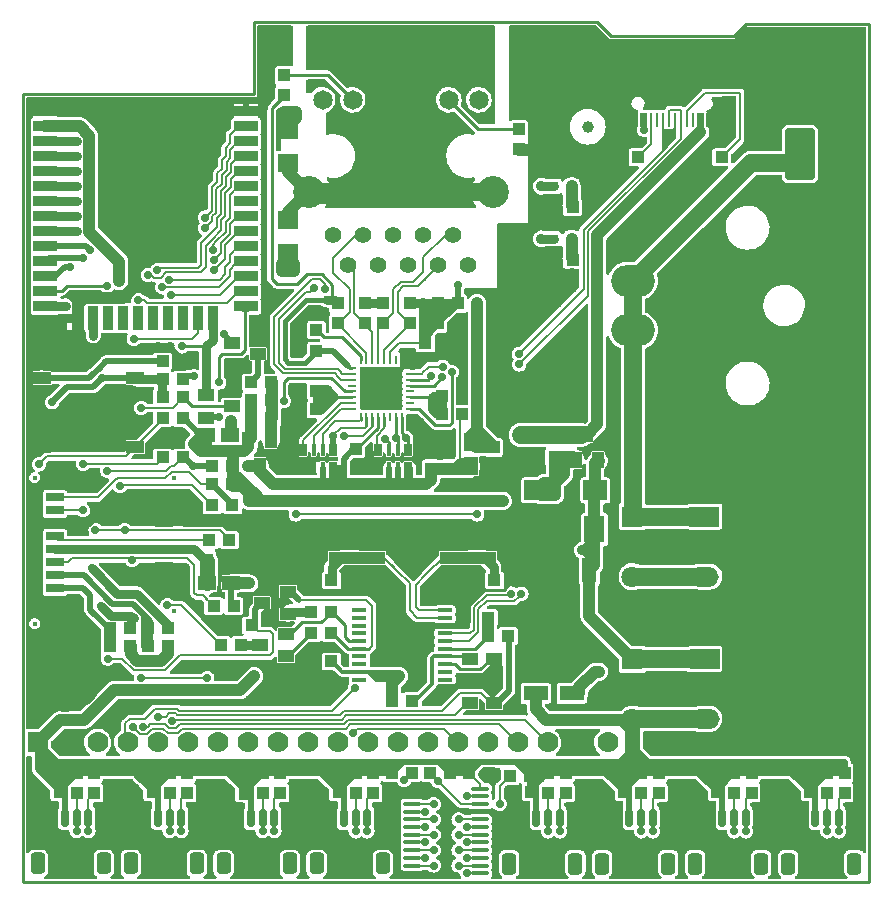
<source format=gbr>
%TF.GenerationSoftware,KiCad,Pcbnew,(6.0.8)*%
%TF.CreationDate,2023-02-19T19:21:04+03:00*%
%TF.ProjectId,ESP32-GATEWAY_Rev_G,45535033-322d-4474-9154-455741595f52,0*%
%TF.SameCoordinates,PX4260300PY8558f68*%
%TF.FileFunction,Copper,L1,Top*%
%TF.FilePolarity,Positive*%
%FSLAX46Y46*%
G04 Gerber Fmt 4.6, Leading zero omitted, Abs format (unit mm)*
G04 Created by KiCad (PCBNEW (6.0.8)) date 2023-02-19 19:21:04*
%MOMM*%
%LPD*%
G01*
G04 APERTURE LIST*
G04 Aperture macros list*
%AMRoundRect*
0 Rectangle with rounded corners*
0 $1 Rounding radius*
0 $2 $3 $4 $5 $6 $7 $8 $9 X,Y pos of 4 corners*
0 Add a 4 corners polygon primitive as box body*
4,1,4,$2,$3,$4,$5,$6,$7,$8,$9,$2,$3,0*
0 Add four circle primitives for the rounded corners*
1,1,$1+$1,$2,$3*
1,1,$1+$1,$4,$5*
1,1,$1+$1,$6,$7*
1,1,$1+$1,$8,$9*
0 Add four rect primitives between the rounded corners*
20,1,$1+$1,$2,$3,$4,$5,0*
20,1,$1+$1,$4,$5,$6,$7,0*
20,1,$1+$1,$6,$7,$8,$9,0*
20,1,$1+$1,$8,$9,$2,$3,0*%
G04 Aperture macros list end*
%TA.AperFunction,Profile*%
%ADD10C,0.254000*%
%TD*%
%TA.AperFunction,ComponentPad*%
%ADD11C,1.200000*%
%TD*%
%TA.AperFunction,ComponentPad*%
%ADD12C,6.300000*%
%TD*%
%TA.AperFunction,SMDPad,CuDef*%
%ADD13R,0.998220X1.099820*%
%TD*%
%TA.AperFunction,SMDPad,CuDef*%
%ADD14R,0.797560X1.198880*%
%TD*%
%TA.AperFunction,SMDPad,CuDef*%
%ADD15R,1.099820X0.998220*%
%TD*%
%TA.AperFunction,SMDPad,CuDef*%
%ADD16R,1.270000X1.524000*%
%TD*%
%TA.AperFunction,SMDPad,CuDef*%
%ADD17R,1.524000X1.270000*%
%TD*%
%TA.AperFunction,SMDPad,CuDef*%
%ADD18R,0.800000X0.800000*%
%TD*%
%TA.AperFunction,SMDPad,CuDef*%
%ADD19R,0.635000X1.016000*%
%TD*%
%TA.AperFunction,SMDPad,CuDef*%
%ADD20R,0.381000X1.016000*%
%TD*%
%TA.AperFunction,SMDPad,CuDef*%
%ADD21R,2.000000X0.900000*%
%TD*%
%TA.AperFunction,SMDPad,CuDef*%
%ADD22R,0.900000X2.000000*%
%TD*%
%TA.AperFunction,ComponentPad*%
%ADD23C,1.300000*%
%TD*%
%TA.AperFunction,SMDPad,CuDef*%
%ADD24R,5.000000X5.000000*%
%TD*%
%TA.AperFunction,ComponentPad*%
%ADD25C,2.000000*%
%TD*%
%TA.AperFunction,SMDPad,CuDef*%
%ADD26R,0.800000X0.250000*%
%TD*%
%TA.AperFunction,SMDPad,CuDef*%
%ADD27R,0.250000X0.800000*%
%TD*%
%TA.AperFunction,ComponentPad*%
%ADD28R,0.400000X0.400000*%
%TD*%
%TA.AperFunction,SMDPad,CuDef*%
%ADD29R,3.600000X3.600000*%
%TD*%
%TA.AperFunction,ComponentPad*%
%ADD30R,1.422400X1.422400*%
%TD*%
%TA.AperFunction,SMDPad,CuDef*%
%ADD31R,1.500000X0.800000*%
%TD*%
%TA.AperFunction,SMDPad,CuDef*%
%ADD32C,0.400000*%
%TD*%
%TA.AperFunction,SMDPad,CuDef*%
%ADD33R,1.500000X3.100000*%
%TD*%
%TA.AperFunction,SMDPad,CuDef*%
%ADD34R,1.524000X1.016000*%
%TD*%
%TA.AperFunction,ComponentPad*%
%ADD35C,1.410000*%
%TD*%
%TA.AperFunction,ComponentPad*%
%ADD36C,1.650000*%
%TD*%
%TA.AperFunction,ComponentPad*%
%ADD37C,2.700000*%
%TD*%
%TA.AperFunction,SMDPad,CuDef*%
%ADD38R,1.798320X1.597660*%
%TD*%
%TA.AperFunction,SMDPad,CuDef*%
%ADD39R,2.000000X1.700000*%
%TD*%
%TA.AperFunction,SMDPad,CuDef*%
%ADD40R,1.000000X1.400000*%
%TD*%
%TA.AperFunction,SMDPad,CuDef*%
%ADD41R,4.826000X1.100000*%
%TD*%
%TA.AperFunction,SMDPad,CuDef*%
%ADD42R,1.400000X1.000000*%
%TD*%
%TA.AperFunction,SMDPad,CuDef*%
%ADD43R,1.270000X0.325000*%
%TD*%
%TA.AperFunction,ComponentPad*%
%ADD44R,1.778000X1.778000*%
%TD*%
%TA.AperFunction,ComponentPad*%
%ADD45C,1.778000*%
%TD*%
%TA.AperFunction,SMDPad,CuDef*%
%ADD46R,1.778000X2.286000*%
%TD*%
%TA.AperFunction,ConnectorPad*%
%ADD47C,1.000000*%
%TD*%
%TA.AperFunction,SMDPad,CuDef*%
%ADD48RoundRect,0.150000X-0.150000X-0.625000X0.150000X-0.625000X0.150000X0.625000X-0.150000X0.625000X0*%
%TD*%
%TA.AperFunction,SMDPad,CuDef*%
%ADD49RoundRect,0.250000X-0.350000X-0.650000X0.350000X-0.650000X0.350000X0.650000X-0.350000X0.650000X0*%
%TD*%
%TA.AperFunction,SMDPad,CuDef*%
%ADD50R,1.270000X2.059940*%
%TD*%
%TA.AperFunction,ComponentPad*%
%ADD51R,1.800000X1.800000*%
%TD*%
%TA.AperFunction,ComponentPad*%
%ADD52C,1.800000*%
%TD*%
%TA.AperFunction,ComponentPad*%
%ADD53R,2.500000X1.700000*%
%TD*%
%TA.AperFunction,ComponentPad*%
%ADD54O,2.500000X1.700000*%
%TD*%
%TA.AperFunction,ComponentPad*%
%ADD55RoundRect,0.250001X-1.599999X1.099999X-1.599999X-1.099999X1.599999X-1.099999X1.599999X1.099999X0*%
%TD*%
%TA.AperFunction,ComponentPad*%
%ADD56O,3.700000X2.700000*%
%TD*%
%TA.AperFunction,SMDPad,CuDef*%
%ADD57RoundRect,0.100000X-0.637500X-0.100000X0.637500X-0.100000X0.637500X0.100000X-0.637500X0.100000X0*%
%TD*%
%TA.AperFunction,ConnectorPad*%
%ADD58R,1.100000X2.000000*%
%TD*%
%TA.AperFunction,ComponentPad*%
%ADD59O,1.200000X2.200000*%
%TD*%
%TA.AperFunction,ConnectorPad*%
%ADD60R,1.100000X2.200000*%
%TD*%
%TA.AperFunction,ComponentPad*%
%ADD61O,1.300000X2.000000*%
%TD*%
%TA.AperFunction,SMDPad,CuDef*%
%ADD62R,0.300000X1.150000*%
%TD*%
%TA.AperFunction,SMDPad,CuDef*%
%ADD63R,0.250000X1.150000*%
%TD*%
%TA.AperFunction,SMDPad,CuDef*%
%ADD64C,1.000000*%
%TD*%
%TA.AperFunction,SMDPad,CuDef*%
%ADD65R,2.059940X1.270000*%
%TD*%
%TA.AperFunction,SMDPad,CuDef*%
%ADD66RoundRect,0.250000X1.000000X-1.950000X1.000000X1.950000X-1.000000X1.950000X-1.000000X-1.950000X0*%
%TD*%
%TA.AperFunction,ViaPad*%
%ADD67C,0.900000*%
%TD*%
%TA.AperFunction,ViaPad*%
%ADD68C,0.700000*%
%TD*%
%TA.AperFunction,ViaPad*%
%ADD69C,0.750000*%
%TD*%
%TA.AperFunction,Conductor*%
%ADD70C,1.016000*%
%TD*%
%TA.AperFunction,Conductor*%
%ADD71C,0.254000*%
%TD*%
%TA.AperFunction,Conductor*%
%ADD72C,0.406400*%
%TD*%
%TA.AperFunction,Conductor*%
%ADD73C,0.762000*%
%TD*%
%TA.AperFunction,Conductor*%
%ADD74C,0.508000*%
%TD*%
%TA.AperFunction,Conductor*%
%ADD75C,1.524000*%
%TD*%
%TA.AperFunction,Conductor*%
%ADD76C,0.304800*%
%TD*%
%TA.AperFunction,Conductor*%
%ADD77C,0.203200*%
%TD*%
%TA.AperFunction,Conductor*%
%ADD78C,1.270000*%
%TD*%
%TA.AperFunction,Conductor*%
%ADD79C,0.200000*%
%TD*%
G04 APERTURE END LIST*
D10*
X48650000Y72773492D02*
X49770000Y71659000D01*
X48650000Y72773492D02*
X19554000Y72769000D01*
X-4000Y66673000D02*
X0Y0D01*
X61200000Y72675000D02*
X71675000Y72675000D01*
X19554000Y66673000D02*
X19554000Y72769000D01*
X60184000Y71659000D02*
X61200000Y72675000D01*
X49770000Y71659000D02*
X60184000Y71659000D01*
X71675000Y72675000D02*
X71675000Y0D01*
X-4000Y66673000D02*
X19554000Y66673000D01*
X0Y0D02*
X71675000Y0D01*
D11*
X5203000Y19175000D03*
X1901000Y15746000D03*
X5203000Y15873000D03*
X3552000Y15111000D03*
X1139000Y17524000D03*
X3552000Y19937000D03*
X5965000Y17524000D03*
X1901000Y19175000D03*
D12*
X3552000Y17524000D03*
D13*
X36064000Y34963640D03*
X36064000Y36660360D03*
X34540000Y34963640D03*
X34540000Y36660360D03*
D14*
X15733840Y27176000D03*
X17532160Y27176000D03*
D13*
X36826000Y48979360D03*
X36826000Y47282640D03*
X39874000Y36787360D03*
X39874000Y35090640D03*
X28190000Y36660360D03*
X28190000Y34963640D03*
D15*
X34072640Y45591000D03*
X35769360Y45591000D03*
X24847360Y44956000D03*
X23150640Y44956000D03*
X24847360Y40003000D03*
X23150640Y40003000D03*
X24847360Y41527000D03*
X23150640Y41527000D03*
X37166360Y41146000D03*
X35469640Y41146000D03*
D16*
X37969000Y35177000D03*
X37969000Y37209000D03*
D17*
X17649000Y25271000D03*
X15617000Y25271000D03*
D18*
X46461500Y54455000D03*
X44937500Y54455000D03*
D15*
X11847640Y44067000D03*
X13544360Y44067000D03*
D13*
X22094000Y66586640D03*
X22094000Y68283360D03*
X42033000Y63711360D03*
X42033000Y62014640D03*
X28952000Y48979360D03*
X28952000Y47282640D03*
X26666000Y48979360D03*
X26666000Y47282640D03*
X32762000Y48979360D03*
X32762000Y47282640D03*
X30476000Y48979360D03*
X30476000Y47282640D03*
D15*
X31278640Y15301500D03*
X32975360Y15301500D03*
X35469640Y39625000D03*
X37166360Y39625000D03*
X24847360Y46734000D03*
X23150640Y46734000D03*
X39406640Y20826000D03*
X41103360Y20826000D03*
X26117360Y22858000D03*
X24420640Y22858000D03*
D19*
X23745000Y35050000D03*
X23745000Y36574000D03*
D20*
X24634000Y35050000D03*
X24634000Y36574000D03*
X25396000Y35050000D03*
X25396000Y36574000D03*
D19*
X26285000Y35050000D03*
X26285000Y36574000D03*
X32635000Y36574000D03*
X32635000Y35050000D03*
D20*
X31746000Y36574000D03*
X31746000Y35050000D03*
X30984000Y36574000D03*
X30984000Y35050000D03*
D19*
X30095000Y36574000D03*
X30095000Y35050000D03*
D21*
X1910000Y65252000D03*
X1910000Y63982000D03*
X1910000Y62712000D03*
X1910000Y61442000D03*
X1910000Y60172000D03*
X1910000Y58902000D03*
X1910000Y57632000D03*
X1910000Y56362000D03*
X1910000Y55092000D03*
X1910000Y53822000D03*
X1910000Y52552000D03*
X1910000Y51282000D03*
X1910000Y50012000D03*
X1910000Y48742000D03*
D22*
X4710000Y47742000D03*
X5980000Y47742000D03*
X7250000Y47742000D03*
X8520000Y47742000D03*
X9790000Y47742000D03*
X11060000Y47742000D03*
X12330000Y47742000D03*
X13600000Y47742000D03*
X14870000Y47742000D03*
X16140000Y47742000D03*
D21*
X18910000Y48742000D03*
X18910000Y50012000D03*
X18910000Y51282000D03*
X18910000Y52552000D03*
X18910000Y53822000D03*
X18910000Y55092000D03*
X18910000Y56362000D03*
X18910000Y57632000D03*
X18910000Y58902000D03*
X18910000Y60172000D03*
X18910000Y61442000D03*
X18910000Y62712000D03*
X18910000Y63982000D03*
X18910000Y65252000D03*
D23*
X11210000Y57742000D03*
X7610000Y59542000D03*
X11210000Y59542000D03*
D24*
X9410000Y57742000D03*
D23*
X11210000Y55942000D03*
X7610000Y55942000D03*
D25*
X9410000Y57742000D03*
D23*
X9410000Y55942000D03*
X7610000Y57742000D03*
X9410000Y59542000D03*
D26*
X27899000Y43531000D03*
X27899000Y43031000D03*
X27899000Y42531000D03*
X27899000Y42031000D03*
X27899000Y41531000D03*
X27899000Y41031000D03*
X27899000Y40531000D03*
X27899000Y40031000D03*
D27*
X28599000Y39331000D03*
X29099000Y39331000D03*
X29599000Y39331000D03*
X30099000Y39331000D03*
X30599000Y39331000D03*
X31099000Y39331000D03*
X31599000Y39331000D03*
X32099000Y39331000D03*
D26*
X32799000Y40031000D03*
X32799000Y40531000D03*
X32799000Y41031000D03*
X32799000Y41531000D03*
X32799000Y42031000D03*
X32799000Y42531000D03*
X32799000Y43031000D03*
X32799000Y43531000D03*
D27*
X32099000Y44231000D03*
X31599000Y44231000D03*
X31099000Y44231000D03*
X30599000Y44231000D03*
X30099000Y44231000D03*
X29599000Y44231000D03*
X29099000Y44231000D03*
X28599000Y44231000D03*
D28*
X31649000Y42281000D03*
X30849000Y43081000D03*
X29849000Y43081000D03*
D29*
X30349000Y41781000D03*
D28*
X31649000Y41281000D03*
X29049000Y41281000D03*
X30849000Y40481000D03*
D30*
X30349000Y41781000D03*
D28*
X29049000Y42281000D03*
X29849000Y40481000D03*
D31*
X2727000Y24850000D03*
X2727000Y25950000D03*
X2727000Y27050000D03*
X2727000Y28150000D03*
X2727000Y29250000D03*
X2727000Y30350000D03*
X2727000Y31450000D03*
X2727000Y32550000D03*
D32*
X1007000Y21880000D03*
X12807000Y22970000D03*
X12807000Y34240000D03*
X1007000Y34240000D03*
D33*
X11977000Y31610000D03*
X11977000Y25550000D03*
D15*
X17481360Y28954000D03*
X15784640Y28954000D03*
D34*
X9521000Y42670000D03*
X1647000Y42670000D03*
X9521000Y36828000D03*
X1647000Y36828000D03*
D35*
X36455000Y54766000D03*
X35185000Y52226000D03*
X33915000Y54766000D03*
X32645000Y52226000D03*
X31375000Y54766000D03*
X30105000Y52226000D03*
X28835000Y54766000D03*
X27565000Y52226000D03*
D36*
X27930000Y66214500D03*
X38610000Y66214500D03*
D37*
X39800000Y58416000D03*
X24200000Y58416000D03*
D36*
X25390000Y66214500D03*
X36070000Y66214500D03*
D38*
X22475000Y56007540D03*
X22475000Y53208460D03*
X22475000Y60828460D03*
X22475000Y63627540D03*
D15*
X46547860Y52677000D03*
X44851140Y52677000D03*
X26117360Y25525000D03*
X24420640Y25525000D03*
X39914640Y25525000D03*
X41611360Y25525000D03*
X26117360Y18667000D03*
X24420640Y18667000D03*
X39406640Y22350000D03*
X41103360Y22350000D03*
D39*
X48470000Y33145000D03*
X43470000Y33145000D03*
D40*
X46798040Y35720560D03*
X48700500Y35720560D03*
X47745460Y37930360D03*
D41*
X28317000Y27430000D03*
X37715000Y27430000D03*
D42*
X22439440Y22670040D03*
X22439440Y24572500D03*
X20229640Y23617460D03*
D15*
X45040360Y35939000D03*
X43343640Y35939000D03*
X26117360Y21080000D03*
X24420640Y21080000D03*
X13544360Y42543000D03*
X11847640Y42543000D03*
X11847640Y41019000D03*
X13544360Y41019000D03*
D43*
X35746500Y17139000D03*
X35746500Y17789000D03*
X35746500Y18439000D03*
X35746500Y19089000D03*
X35746500Y19739000D03*
X35746500Y20389000D03*
X35746500Y21039000D03*
X35746500Y21689000D03*
X35746500Y22339000D03*
X35746500Y22989000D03*
X28507500Y22989000D03*
X28507500Y22339000D03*
X28507500Y21689000D03*
X28507500Y21039000D03*
X28507500Y20389000D03*
X28507500Y19739000D03*
X28507500Y19089000D03*
X28507500Y18439000D03*
X28507500Y17789000D03*
X28507500Y17139000D03*
D11*
X45081000Y70356000D03*
X45081000Y66927000D03*
X49145000Y68705000D03*
X48383000Y70356000D03*
X44319000Y68705000D03*
X48383000Y67054000D03*
X46732000Y71118000D03*
D12*
X46732000Y68705000D03*
D11*
X46732000Y66292000D03*
D44*
X1266000Y11809000D03*
D45*
X3806000Y11809000D03*
X6346000Y11809000D03*
X8886000Y11809000D03*
X11426000Y11809000D03*
X13966000Y11809000D03*
X16506000Y11809000D03*
X19046000Y11809000D03*
X21586000Y11809000D03*
X24126000Y11809000D03*
X26666000Y11809000D03*
X29206000Y11809000D03*
X31746000Y11809000D03*
X34286000Y11809000D03*
X36826000Y11809000D03*
X39366000Y11809000D03*
X41906000Y11809000D03*
X44446000Y11809000D03*
X46986000Y11809000D03*
X49526000Y11809000D03*
D18*
X46461500Y58900000D03*
X44937500Y58900000D03*
D15*
X44851140Y57122000D03*
X46547860Y57122000D03*
X12274360Y19937000D03*
X10577640Y19937000D03*
X17735360Y35177000D03*
X16038640Y35177000D03*
D46*
X48401000Y29843000D03*
X44047000Y29843000D03*
D40*
X21011960Y37427440D03*
X19109500Y37427440D03*
X20064540Y35217640D03*
D15*
X21037360Y42289000D03*
X19340640Y42289000D03*
D17*
X15490000Y37844000D03*
X17522000Y37844000D03*
D15*
X19340639Y39241000D03*
X21037359Y39241000D03*
D42*
X17684560Y45651960D03*
X17684560Y43749500D03*
X19894360Y44704540D03*
D15*
X19340639Y40765000D03*
X21037359Y40765000D03*
X9099360Y21461000D03*
X7402640Y21461000D03*
X17735360Y33653000D03*
X16038640Y33653000D03*
D42*
X15533000Y41207000D03*
X15533000Y39307000D03*
X17733000Y40257000D03*
X37842000Y15116000D03*
X37842000Y18916000D03*
X39874000Y18916000D03*
X39874000Y15116000D03*
D47*
X47825000Y63950000D03*
D13*
X35175000Y47282640D03*
X35175000Y48979360D03*
D15*
X16038640Y31875000D03*
X17735360Y31875000D03*
X12274360Y21461000D03*
X10577640Y21461000D03*
X9099360Y19937000D03*
X7402640Y19937000D03*
X19386360Y21715000D03*
X17689640Y21715000D03*
X17862360Y23366000D03*
X16165640Y23366000D03*
D42*
X22312440Y19114040D03*
X22312440Y21016500D03*
X20102640Y20061460D03*
D15*
X18497360Y20064000D03*
X16800640Y20064000D03*
X13544360Y39241000D03*
X11847640Y39241000D03*
X13544360Y35939000D03*
X11847640Y35939000D03*
D13*
X28170000Y9235081D03*
X28170000Y7538361D03*
D15*
X39473360Y9219180D03*
X37776640Y9219180D03*
X17076640Y7486829D03*
X18773360Y7486829D03*
D48*
X10430000Y5440000D03*
X11430000Y5440000D03*
X12430000Y5440000D03*
X13430000Y5440000D03*
D49*
X14730000Y1565000D03*
X9130000Y1565000D03*
D15*
X64978200Y7585000D03*
X66674920Y7585000D03*
D50*
X47977600Y26400000D03*
X44472400Y26400000D03*
D13*
X4560000Y9236720D03*
X4560000Y7540000D03*
D48*
X2560000Y5440000D03*
X3560000Y5440000D03*
X4560000Y5440000D03*
X5560000Y5440000D03*
D49*
X1260000Y1565000D03*
X6860000Y1565000D03*
D35*
X26300000Y54775000D03*
D51*
X51610000Y30925000D03*
D52*
X51610000Y28385000D03*
X51610000Y25845000D03*
D15*
X1436640Y7590000D03*
X3133360Y7590000D03*
D48*
X50360000Y5434115D03*
X51360000Y5434115D03*
X52360000Y5434115D03*
X53360000Y5434115D03*
D49*
X54660000Y1559115D03*
X49060000Y1559115D03*
D48*
X58230000Y5435112D03*
X59230000Y5435112D03*
X60230000Y5435112D03*
X61230000Y5435112D03*
D49*
X56930000Y1560112D03*
X62530000Y1560112D03*
D13*
X21775000Y9236009D03*
X21775000Y7539289D03*
D48*
X26170000Y5436721D03*
X27170000Y5436721D03*
X28170000Y5436721D03*
X29170000Y5436721D03*
D49*
X30470000Y1561721D03*
X24870000Y1561721D03*
D13*
X53835000Y9232475D03*
X53835000Y7535755D03*
D51*
X51610000Y18850000D03*
D52*
X51610000Y16310000D03*
X51610000Y13770000D03*
D15*
X50401640Y61350000D03*
X52098360Y61350000D03*
X57107480Y7585112D03*
X58804200Y7585112D03*
D53*
X57725000Y18875000D03*
D54*
X57725000Y16335000D03*
X57725000Y13795000D03*
D13*
X52360000Y9229195D03*
X52360000Y7532475D03*
X60230000Y9233472D03*
X60230000Y7536752D03*
D53*
X57717500Y30935000D03*
D54*
X57717500Y28395000D03*
X57717500Y25855000D03*
D13*
X6035000Y9238360D03*
X6035000Y7541640D03*
D15*
X36193360Y9220000D03*
X34496640Y9220000D03*
D13*
X29645000Y9235081D03*
X29645000Y7538361D03*
D15*
X49235800Y7584115D03*
X50932520Y7584115D03*
D48*
X42490000Y5433893D03*
X43490000Y5433893D03*
X44490000Y5433893D03*
X45490000Y5433893D03*
D49*
X46790000Y1558893D03*
X41190000Y1558893D03*
D13*
X68100720Y9236640D03*
X68100720Y7539920D03*
D55*
X57165000Y50900000D03*
D56*
X57165000Y46700000D03*
X51665000Y50900000D03*
X51665000Y46700000D03*
D15*
X57476640Y61350000D03*
X59173360Y61350000D03*
D57*
X32987500Y7890000D03*
X32987500Y7240000D03*
X32987500Y6590000D03*
X32987500Y5940000D03*
X32987500Y5290000D03*
X32987500Y4640000D03*
X32987500Y3990000D03*
X32987500Y3340000D03*
X32987500Y2690000D03*
X32987500Y2040000D03*
X32987500Y1390000D03*
X32987500Y740000D03*
X38712500Y740000D03*
X38712500Y1390000D03*
X38712500Y2040000D03*
X38712500Y2690000D03*
X38712500Y3340000D03*
X38712500Y3990000D03*
X38712500Y4640000D03*
X38712500Y5290000D03*
X38712500Y5940000D03*
X38712500Y6590000D03*
X38712500Y7240000D03*
X38712500Y7890000D03*
D15*
X9307480Y7590000D03*
X11004200Y7590000D03*
D13*
X13905000Y9238360D03*
X13905000Y7541640D03*
D15*
X42948360Y8980000D03*
X41251640Y8980000D03*
D13*
X45965000Y9232253D03*
X45965000Y7535533D03*
X20300000Y9236009D03*
X20300000Y7539289D03*
D15*
X25047480Y7586721D03*
X26744200Y7586721D03*
D48*
X66110000Y5435000D03*
X67110000Y5435000D03*
X68110000Y5435000D03*
X69110000Y5435000D03*
D49*
X70410000Y1560000D03*
X64810000Y1560000D03*
D15*
X41367480Y7583893D03*
X43064200Y7583893D03*
D58*
X50047400Y69600000D03*
D59*
X59295000Y65420000D03*
D60*
X59902600Y65420000D03*
D61*
X59295000Y69600000D03*
D59*
X50655000Y65420000D03*
D58*
X59902600Y69600000D03*
D61*
X50655000Y69600000D03*
D60*
X50047400Y65420000D03*
D62*
X58300000Y64518000D03*
X57500000Y64518000D03*
D63*
X56225000Y64518000D03*
X55225000Y64518000D03*
X54725000Y64518000D03*
X53725000Y64518000D03*
D62*
X52450000Y64518000D03*
X51650000Y64518000D03*
X51900000Y64518000D03*
X52700000Y64518000D03*
D63*
X53225000Y64518000D03*
X54225000Y64518000D03*
X55725000Y64518000D03*
X56725000Y64518000D03*
D62*
X57250000Y64518000D03*
X58050000Y64518000D03*
D13*
X69575720Y9233360D03*
X69575720Y7536640D03*
D64*
X49225000Y61350000D03*
D13*
X12430000Y9236720D03*
X12430000Y7540000D03*
D65*
X46475000Y15975000D03*
X46475000Y19480200D03*
D35*
X37715000Y52225000D03*
D15*
X31221640Y9220000D03*
X32918360Y9220000D03*
D13*
X61705000Y9233472D03*
X61705000Y7536752D03*
X44490000Y9230613D03*
X44490000Y7533893D03*
D48*
X18300000Y5437649D03*
X19300000Y5437649D03*
X20300000Y5437649D03*
X21300000Y5437649D03*
D49*
X22600000Y1562649D03*
X17000000Y1562649D03*
D66*
X65810000Y61620000D03*
X65810000Y70020000D03*
D55*
X57165000Y50900000D03*
D56*
X57165000Y46700000D03*
X51665000Y50900000D03*
X51665000Y46700000D03*
D65*
X43425000Y15975000D03*
X43425000Y19480200D03*
D67*
X13760000Y26541000D03*
X13760000Y25525000D03*
X13760000Y24509000D03*
D68*
X35429000Y37590000D03*
X34540000Y37590000D03*
D67*
X39747000Y46734000D03*
X39747000Y47877000D03*
X39747000Y49020000D03*
X39747000Y42162000D03*
X39747000Y41019000D03*
X39747000Y39876000D03*
X39747000Y38733000D03*
X29587000Y30097000D03*
X32254000Y30097000D03*
X34032000Y30097000D03*
X35937000Y30097000D03*
X32254000Y28954000D03*
X30857000Y30097000D03*
X28317000Y30097000D03*
X29587000Y28954000D03*
X37715000Y30097000D03*
X25777000Y28954000D03*
X25777000Y30097000D03*
X27047000Y28954000D03*
X27047000Y30097000D03*
X45335000Y61085000D03*
X45335000Y62355000D03*
X45335000Y63625000D03*
X45335000Y64895000D03*
X38858000Y17016000D03*
X42795000Y64895000D03*
X44065000Y64895000D03*
X44065000Y63625000D03*
X44065000Y62355000D03*
X41652000Y65530000D03*
X41652000Y67435000D03*
X41652000Y69340000D03*
X41652000Y71245000D03*
X44050000Y61100000D03*
X46605000Y61085000D03*
X46605000Y62355000D03*
X37207000Y24382000D03*
X13585000Y61720000D03*
X20570000Y71626000D03*
X20570000Y70356000D03*
X20570000Y67816000D03*
X20570000Y69086000D03*
X20570000Y66546000D03*
X12442000Y37336000D03*
X11299000Y37336000D03*
X55150000Y28385000D03*
X13766000Y32622000D03*
X61490000Y30950000D03*
X60185000Y18845000D03*
X67805000Y17590000D03*
X65290000Y12515000D03*
X69090000Y11235000D03*
X69080000Y32220000D03*
X60205000Y16295000D03*
X4700000Y30350000D03*
X63985000Y20130000D03*
X12325000Y56625000D03*
X62760000Y12505000D03*
X65280000Y33500000D03*
X42895000Y48570000D03*
X8500000Y62945000D03*
X9770000Y62945000D03*
X5960000Y65485000D03*
X55185000Y23310000D03*
X60205000Y17565000D03*
X64005000Y15040000D03*
X64030000Y12505000D03*
X33524000Y37717000D03*
X14855000Y61720000D03*
X61455000Y21390000D03*
X24258000Y26561000D03*
X45650000Y44630000D03*
X43459261Y41080000D03*
X53915000Y23310000D03*
X13766000Y31606000D03*
X67830000Y29690000D03*
X8500000Y64215000D03*
X12305000Y65510000D03*
X45650000Y43360000D03*
X57655000Y21375000D03*
X39747000Y43305000D03*
X61490000Y29680000D03*
X20550000Y26550000D03*
X36826000Y44702000D03*
X69090000Y29680000D03*
X4568000Y37589848D03*
X61480000Y32220000D03*
X56400000Y21375000D03*
X27936000Y25652000D03*
D68*
X11426000Y45337000D03*
D67*
X69090000Y12505000D03*
X61490000Y13775000D03*
X12305000Y61700000D03*
X56430000Y11210000D03*
X35937000Y26033000D03*
X41450000Y41175000D03*
X64030000Y13775000D03*
X42895000Y51110000D03*
X62760000Y13775000D03*
X39747000Y44448000D03*
X13585000Y59165000D03*
D68*
X40174428Y9133880D03*
D67*
X31619000Y24382000D03*
X4695000Y45464000D03*
X17350000Y30575000D03*
X70355000Y33490000D03*
X69115000Y23335000D03*
X4695000Y49147000D03*
X61490000Y12505000D03*
X30349000Y25652000D03*
X56425000Y33475000D03*
X69090000Y28410000D03*
X66535000Y17590000D03*
X12305000Y62970000D03*
X43049000Y35050000D03*
X65290000Y13785000D03*
X69055000Y21390000D03*
X17776000Y42289000D03*
X67825000Y33510000D03*
X62735000Y16310000D03*
X42895000Y52375000D03*
X67855000Y24615000D03*
X35937000Y29081000D03*
X34032000Y28954000D03*
X64005000Y16310000D03*
X31492000Y22858000D03*
X70360000Y30950000D03*
X61465000Y16310000D03*
X16115000Y65500000D03*
X7230000Y65485000D03*
X65265000Y17590000D03*
X58220000Y4230000D03*
X13575000Y64240000D03*
X62755000Y32220000D03*
D68*
X12442010Y45337000D03*
D67*
X61515000Y25875000D03*
X61455000Y20120000D03*
X65315000Y23345000D03*
X70360000Y28410000D03*
X20550000Y28591000D03*
X60230000Y11220000D03*
X11035000Y61700000D03*
X4695000Y23874000D03*
X36826000Y45718000D03*
X58955000Y33475000D03*
X45650000Y42090000D03*
X39154589Y34345411D03*
X60230000Y28395000D03*
X64000000Y21400000D03*
X69055000Y20120000D03*
X65265000Y18860000D03*
X46920000Y40825000D03*
X14855000Y59165000D03*
X9765000Y65510000D03*
X66560000Y30960000D03*
X70385000Y24605000D03*
X70355000Y32220000D03*
X60230000Y27125000D03*
X46925000Y47165000D03*
D68*
X631000Y27557000D03*
D67*
X62755000Y33490000D03*
X64055000Y24605000D03*
X61515000Y24605000D03*
X67810000Y30970000D03*
X64030000Y28410000D03*
X64030000Y29680000D03*
X67810000Y32240000D03*
X14845000Y65500000D03*
X60210000Y30945000D03*
X10420000Y4215669D03*
X44700000Y28065000D03*
X8568500Y49401561D03*
X41625000Y53645000D03*
X25015000Y48067500D03*
X67830000Y11245000D03*
X66530000Y21400000D03*
X70330000Y21390000D03*
X70330000Y20120000D03*
X2560000Y4220000D03*
X24258000Y27577000D03*
X67855000Y23345000D03*
X63985000Y18860000D03*
X11035000Y62970000D03*
X55160000Y11210000D03*
X13575000Y65510000D03*
X70335000Y16310000D03*
X53890000Y11210000D03*
X57680000Y33475000D03*
X61515000Y23335000D03*
X42489227Y4220000D03*
X57690000Y11220000D03*
X11035000Y65510000D03*
X69065000Y18850000D03*
X66560000Y12515000D03*
X14855000Y60435000D03*
X66560000Y13785000D03*
X67785000Y18870000D03*
X13766000Y30590000D03*
X13585000Y55355000D03*
X65255000Y21400000D03*
X61490000Y27140000D03*
X13585000Y57895000D03*
X64030000Y27140000D03*
X62785000Y24605000D03*
X41450000Y39905000D03*
X13585000Y60435000D03*
X9765000Y64240000D03*
X23110000Y65149000D03*
X64025000Y33500000D03*
X69080000Y33490000D03*
X69090000Y27140000D03*
X57715000Y23320000D03*
X66535000Y16320000D03*
X66560000Y15055000D03*
X37715000Y29081000D03*
X55135000Y16285000D03*
X61465000Y18850000D03*
X8500000Y65485000D03*
X22957600Y51687000D03*
X65315000Y24615000D03*
X21332000Y35685000D03*
X61490000Y28410000D03*
X23070479Y45805479D03*
X35936992Y24382000D03*
X65290000Y29690000D03*
X70360000Y13775000D03*
X56455000Y23310000D03*
X62735000Y17580000D03*
X41625000Y52375000D03*
X62785000Y27145000D03*
X70335000Y17580000D03*
X17385000Y65500000D03*
X66585000Y25885000D03*
X66555000Y32230000D03*
X64005000Y17580000D03*
X22094000Y71626000D03*
X12325000Y55355000D03*
X60255000Y25860000D03*
X12315000Y60435000D03*
X60205000Y15025000D03*
X11035000Y64240000D03*
X12325000Y57895000D03*
X42895000Y47300000D03*
X34032000Y21334000D03*
D68*
X32761988Y44448000D03*
D67*
X43684000Y28065000D03*
X46920000Y44630000D03*
D68*
X33524000Y43940000D03*
D67*
X46470000Y51525000D03*
X62760000Y30950000D03*
X42895000Y53645000D03*
X62760000Y28410000D03*
X69090000Y30950000D03*
X12305000Y64240000D03*
X62785000Y23335000D03*
D68*
X631000Y23493000D03*
D67*
X16115000Y62975000D03*
X66530000Y20130000D03*
X45195000Y49010000D03*
X70360000Y12505000D03*
X42895000Y49840000D03*
X7489000Y49401000D03*
X20550000Y27575000D03*
X61480000Y33490000D03*
X41625000Y48570000D03*
X65255000Y20130000D03*
X43475000Y43575000D03*
X69115000Y25875000D03*
X61465000Y15040000D03*
X44812500Y56175000D03*
X50340000Y4230000D03*
X65280000Y32230000D03*
X43475000Y39825000D03*
X67830000Y12515000D03*
X62785000Y25875000D03*
X70360000Y29680000D03*
X21967000Y51687000D03*
X64030000Y11235000D03*
X29206000Y35177000D03*
X53880000Y28385000D03*
X60255000Y23320000D03*
X65290000Y11245000D03*
X60225000Y33485000D03*
X8500000Y61675000D03*
X46920000Y42090000D03*
X62760000Y11235000D03*
X67830000Y27150000D03*
X64010000Y30960000D03*
X70385000Y25875000D03*
X62760000Y15045000D03*
X33524000Y38860000D03*
X12325000Y59165000D03*
X16125000Y61705000D03*
X41625000Y51110000D03*
X66560000Y29690000D03*
X64010000Y32230000D03*
X65315000Y25885000D03*
X35774009Y5859842D03*
X65290000Y27150000D03*
X26170000Y4216721D03*
X24258000Y28593000D03*
X60230000Y29665000D03*
X37715000Y26098570D03*
X62730000Y21390000D03*
X14855000Y57895000D03*
X60200000Y21385000D03*
X14845000Y64250000D03*
X53880000Y33465000D03*
X67805000Y15050000D03*
X39747000Y45591000D03*
X69090000Y13775000D03*
X62760000Y29680000D03*
X60255000Y24590000D03*
X45200000Y51525000D03*
X62730000Y20120000D03*
X44940000Y20740000D03*
X67830000Y28420000D03*
X45650000Y39555000D03*
X69065000Y15040000D03*
X53855000Y21365000D03*
X58930000Y21375000D03*
X33143000Y27176000D03*
X69065000Y16310000D03*
X55130000Y21365000D03*
X70335000Y18850000D03*
X60230000Y13760000D03*
X55155000Y33465000D03*
X66555000Y33500000D03*
X60230000Y12490000D03*
X28317000Y28954000D03*
X41625000Y47300000D03*
X7230000Y61675000D03*
X20570000Y48131000D03*
X65290000Y28420000D03*
X41450000Y42445000D03*
X16115000Y64250000D03*
X70385000Y23335000D03*
X46920000Y45900000D03*
X61465000Y17580000D03*
X66585000Y24615000D03*
X66560000Y11245000D03*
X67830000Y13785000D03*
X67800000Y21410000D03*
X58960000Y11220000D03*
X69115000Y24605000D03*
X58985000Y23320000D03*
X66100000Y4230000D03*
X7230000Y64215000D03*
X60185000Y20115000D03*
X13585000Y56625000D03*
X45650000Y40825000D03*
X20323700Y65492519D03*
X14845000Y62975000D03*
X66585000Y27155000D03*
X70360000Y11235000D03*
X13575000Y62970000D03*
X67855000Y25885000D03*
X9765000Y61700000D03*
X7230000Y62945000D03*
X4680000Y65475000D03*
X46920000Y39555000D03*
X4695000Y44194000D03*
X61490000Y11235000D03*
X69065000Y17580000D03*
X64055000Y25875000D03*
X66535000Y18860000D03*
X22094000Y65149000D03*
X65265000Y16320000D03*
X67785000Y20140000D03*
X70360000Y15045000D03*
X66585000Y23345000D03*
X43459261Y42350000D03*
X67805000Y16320000D03*
X22094000Y70356000D03*
X62735000Y18850000D03*
X70385000Y27145000D03*
X18298234Y4212649D03*
X65290000Y30960000D03*
X41620000Y46035000D03*
X45650000Y45900000D03*
X64055000Y23335000D03*
X60210000Y32215000D03*
X45200000Y50275000D03*
X66560000Y28420000D03*
X46920000Y43360000D03*
X46470000Y50275000D03*
X30857000Y28954000D03*
D68*
X36318004Y37590000D03*
D67*
X65265000Y15050000D03*
X53865000Y16285000D03*
X41625000Y49840000D03*
X19173000Y25271000D03*
X14474000Y37082000D03*
D68*
X14474000Y42797000D03*
D67*
X40636000Y32256000D03*
X8180000Y50860000D03*
X19173000Y32256000D03*
X44300000Y13730000D03*
X19590000Y17440000D03*
X11545229Y18794000D03*
X19173000Y33272000D03*
X11540000Y16250000D03*
X43430000Y14603000D03*
D68*
X1373596Y35360000D03*
X7200000Y18910588D03*
X4550000Y62736000D03*
X36826000Y50544000D03*
X29714000Y49020000D03*
D67*
X33905000Y49020000D03*
X38477000Y49020000D03*
D69*
X25777000Y49274000D03*
D67*
X42159976Y37844020D03*
D68*
X57375000Y63700000D03*
D67*
X31870000Y17430000D03*
D68*
X52575000Y63700000D03*
X25559530Y50187798D03*
X24666301Y50321179D03*
X5107510Y31474918D03*
X5107510Y35406099D03*
X10029000Y40130000D03*
X12244828Y23431445D03*
X4550000Y57656000D03*
D67*
X45081000Y32764000D03*
X48775000Y17775000D03*
X45081000Y34796000D03*
X45081000Y33780000D03*
D68*
X12548555Y49657751D03*
X37630000Y7240000D03*
X32287950Y8614224D03*
X4550000Y60196000D03*
X10216058Y13140826D03*
X9313587Y13159216D03*
X4550000Y61466000D03*
X4550000Y56386000D03*
X35145630Y8547045D03*
D67*
X19046000Y35177000D03*
X17649000Y38987000D03*
D68*
X16633000Y39367980D03*
X16633000Y42289000D03*
X15620000Y17280000D03*
X10035100Y17276100D03*
X4550000Y58926000D03*
X27948670Y12640081D03*
X6746831Y42670000D03*
X2479143Y40610000D03*
X17014561Y46353561D03*
X28111100Y16449198D03*
X12401455Y50997029D03*
X11410000Y13987300D03*
X10600358Y51399500D03*
X13438190Y45337000D03*
X14452273Y35199848D03*
X7167885Y34790410D03*
X8249900Y33532100D03*
X9793926Y49269812D03*
X11397444Y51785274D03*
X12674333Y13641251D03*
X26284996Y37780500D03*
X5105254Y52853819D03*
X27174000Y37780500D03*
X5697844Y53500732D03*
X30692412Y37537485D03*
X4003187Y52061931D03*
X31566595Y37617220D03*
X16184289Y51771382D03*
X32443985Y37590000D03*
X7133800Y50463101D03*
X6154613Y29785387D03*
X8630900Y29790000D03*
X9394000Y45972000D03*
X9259800Y27241700D03*
X6600000Y23366000D03*
X9420000Y22310000D03*
X3622686Y48766000D03*
X5965000Y46226000D03*
X8630900Y24380000D03*
X5838000Y26540998D03*
X23110000Y31113000D03*
X38477000Y31113000D03*
X4550000Y55100000D03*
D67*
X43912500Y58900000D03*
D68*
X15427114Y55370000D03*
X35561367Y43637483D03*
X16150053Y52648526D03*
X34539439Y42796439D03*
X16116035Y53525679D03*
X35514546Y42711454D03*
X15418726Y56251734D03*
X36318000Y43178000D03*
X11808376Y50349872D03*
X22113803Y40711622D03*
X34090000Y5940000D03*
X4560000Y4290000D03*
X34790000Y5290000D03*
X5560000Y4290000D03*
X12430000Y4290000D03*
X34090000Y4640000D03*
X34790000Y3990000D03*
X13430000Y4290000D03*
X34090000Y3340000D03*
X20308234Y4290126D03*
X34790000Y2690000D03*
X21300000Y4290126D03*
X34090000Y2040000D03*
X28170000Y4286721D03*
X29170000Y4286721D03*
X34790000Y1390000D03*
X37600000Y740000D03*
X44490000Y4283893D03*
X36900000Y1390000D03*
X45490000Y4283893D03*
X52360000Y4284115D03*
X37600000Y2040000D03*
X53360000Y4284115D03*
X36900000Y2690000D03*
X37600000Y3340000D03*
X60230000Y4285112D03*
X61230000Y4285112D03*
X36900000Y3990000D03*
D67*
X33905000Y71245000D03*
X30095000Y71245000D03*
X28190000Y69340000D03*
X33905000Y67435000D03*
X33905000Y59815000D03*
X32000000Y69340000D03*
X30095000Y63625000D03*
X30095000Y67435000D03*
X32000000Y61720000D03*
X28190000Y57910000D03*
X35810000Y57910000D03*
X38350000Y69340000D03*
X32000000Y65530000D03*
X25650000Y69340000D03*
X36445000Y64260000D03*
X35810000Y69340000D03*
X32000000Y57910000D03*
X33905000Y63625000D03*
X27555000Y64260000D03*
X30095000Y59815000D03*
X26920000Y71245000D03*
X37080000Y71245000D03*
D68*
X34675000Y40000000D03*
X68110000Y4285000D03*
X37600000Y4640000D03*
X36900000Y5290000D03*
X69110000Y4285000D03*
X41993816Y44702000D03*
X42222957Y24410185D03*
X42032439Y43812439D03*
X41345655Y24408867D03*
D67*
X43912500Y54450000D03*
X47370700Y28090000D03*
D68*
X40366816Y6579635D03*
X34800000Y6590000D03*
D70*
X20570000Y28700000D02*
X20570000Y27684000D01*
D71*
X24126000Y18667000D02*
X24380000Y18667000D01*
D72*
X34387000Y21689000D02*
X34032000Y21334000D01*
D70*
X34032000Y29716000D02*
X34032000Y29462000D01*
X34032000Y29462000D02*
X34032000Y29716000D01*
X34032000Y29716000D02*
X30857000Y29716000D01*
X22094000Y64387000D02*
X22094000Y65149000D01*
X23110000Y65149000D02*
X23110000Y64641000D01*
X23110000Y64641000D02*
X22475000Y64006000D01*
D73*
X23110000Y37971000D02*
X22729000Y37590000D01*
X22729000Y37590000D02*
X22729000Y35558000D01*
X22729000Y35558000D02*
X22729000Y35050000D01*
D70*
X21967000Y52322000D02*
X21967000Y51687000D01*
D73*
X35937000Y45718000D02*
X36826000Y45718000D01*
D74*
X37080000Y44448000D02*
X36826000Y44702000D01*
X28444000Y35177000D02*
X29206000Y35177000D01*
X29968000Y35177000D02*
X29206000Y35177000D01*
D73*
X2728000Y30351000D02*
X4314000Y30351000D01*
D70*
X25904000Y29716000D02*
X26031000Y29716000D01*
X25015000Y28827000D02*
X24253000Y28827000D01*
X24253000Y27811000D02*
X24253000Y26795000D01*
D73*
X24253000Y25525000D02*
X24253000Y26795000D01*
D70*
X10985000Y57783000D02*
X14474000Y57783000D01*
X13144000Y59942000D02*
X14728000Y59942000D01*
X10664000Y57496000D02*
X10664000Y61847000D01*
X13204000Y60002000D02*
X13204000Y61974000D01*
X8124000Y60036000D02*
X8124000Y61974000D01*
D72*
X25396000Y24509000D02*
X29968000Y24509000D01*
D70*
X35937000Y29716000D02*
X34032000Y29716000D01*
X37969000Y29716000D02*
X35937000Y29716000D01*
X28317000Y29716000D02*
X25904000Y29716000D01*
X30857000Y28954000D02*
X30857000Y29716000D01*
X30857000Y29716000D02*
X30857000Y29462000D01*
X30857000Y29462000D02*
X30857000Y29716000D01*
X30857000Y29716000D02*
X28317000Y29716000D01*
X30349000Y25652000D02*
X27936000Y25652000D01*
X32762000Y20064000D02*
X31492000Y21334000D01*
X31492000Y22858000D02*
X31619000Y22985000D01*
X31619000Y22985000D02*
X31619000Y24382000D01*
X9140000Y65530000D02*
X9140000Y61720000D01*
X12315000Y61720000D02*
X12315000Y65530000D01*
X14855000Y65530000D02*
X14855000Y63752000D01*
X14855000Y63752000D02*
X14855000Y61720000D01*
X21459000Y71626000D02*
X21459000Y70356000D01*
X43684000Y29480000D02*
X43684000Y28065000D01*
X44700000Y29190000D02*
X44700000Y28065000D01*
D73*
X23110000Y45718000D02*
X23110000Y45718000D01*
X23110000Y45718000D02*
X23110000Y45210000D01*
X22729000Y35050000D02*
X21967000Y35050000D01*
D74*
X35175000Y44829000D02*
X34794000Y44448000D01*
D70*
X10710000Y57492000D02*
X10664000Y57446000D01*
D73*
X18910000Y65252000D02*
X17419000Y65252000D01*
D70*
X20697000Y28827000D02*
X20570000Y28700000D01*
D74*
X572999Y66096001D02*
X1906499Y66096001D01*
X33778000Y44448000D02*
X36572000Y44448000D01*
D70*
X13776410Y30579590D02*
X19833410Y30579590D01*
X37969000Y29335000D02*
X37969000Y29716000D01*
X10681000Y57479000D02*
X12950000Y55210000D01*
D74*
X36318004Y37095026D02*
X36318004Y37590000D01*
D73*
X21967000Y35050000D02*
X21781999Y35235001D01*
D70*
X3806000Y65530000D02*
X3552000Y65276000D01*
D71*
X41652000Y25525000D02*
X41531803Y25525000D01*
D70*
X11966000Y31621000D02*
X6705695Y31621000D01*
D75*
X3552000Y17524000D02*
X3552000Y22731000D01*
D70*
X9394000Y55878000D02*
X9394000Y50378564D01*
D71*
X32099000Y44420000D02*
X32127000Y44448000D01*
D73*
X3552000Y17524000D02*
X3679000Y17651000D01*
D74*
X23110000Y40003000D02*
X23110000Y41527000D01*
D73*
X23110000Y46734000D02*
X23110000Y45718000D01*
D76*
X504000Y65085500D02*
X504000Y44829000D01*
D74*
X30095000Y35050000D02*
X29968000Y35177000D01*
D70*
X22475000Y64006000D02*
X22094000Y64387000D01*
D73*
X2727000Y30350000D02*
X2728000Y30351000D01*
D71*
X33074000Y43531000D02*
X33483000Y43940000D01*
D70*
X24253000Y25652000D02*
X24380000Y25525000D01*
D73*
X3679000Y17651000D02*
X7362000Y17651000D01*
D74*
X625000Y65825000D02*
X4225000Y65825000D01*
X33873999Y44352001D02*
X33778000Y44448000D01*
D77*
X625000Y65502431D02*
X625000Y65825000D01*
X19861400Y24410000D02*
X19099410Y24410000D01*
D70*
X28317000Y29716000D02*
X28317000Y28954000D01*
X11977000Y25550000D02*
X11977000Y24750000D01*
X25904000Y29716000D02*
X25015000Y28827000D01*
D76*
X24634000Y34605500D02*
X22411500Y34605500D01*
D70*
X17395000Y65276000D02*
X17141000Y65530000D01*
D74*
X19040501Y66096001D02*
X20120001Y66096001D01*
D70*
X23110000Y46734000D02*
X23110000Y45845000D01*
D71*
X34667000Y44448000D02*
X33256962Y44448000D01*
D77*
X10430000Y5430769D02*
X10440720Y5441489D01*
D74*
X1910000Y65252000D02*
X1910000Y66092500D01*
X13585000Y44067000D02*
X12442010Y45209990D01*
D73*
X21781999Y35235001D02*
X21332000Y35685000D01*
D70*
X36064000Y36701000D02*
X34540000Y36701000D01*
D74*
X37143500Y41336500D02*
X37461000Y41654000D01*
X20443000Y48258000D02*
X20443000Y65252000D01*
D77*
X4695000Y23874000D02*
X3552000Y22731000D01*
D74*
X18910000Y65965500D02*
X19040501Y66096001D01*
D76*
X24634000Y35050000D02*
X24634000Y34605500D01*
D70*
X20062000Y27176000D02*
X20570000Y27684000D01*
D71*
X32099000Y44231000D02*
X32099000Y44420000D01*
D70*
X41148066Y22345934D02*
X41900538Y22345934D01*
D71*
X37791169Y22045169D02*
X37435000Y21689000D01*
D70*
X43303000Y35431000D02*
X43049000Y35177000D01*
D77*
X18919000Y24229590D02*
X18919000Y22858000D01*
D70*
X35937000Y29716000D02*
X35937000Y29081000D01*
X43049000Y35177000D02*
X43049000Y35050000D01*
D73*
X24380000Y25525000D02*
X24253000Y25525000D01*
D70*
X10681000Y57479000D02*
X10985000Y57783000D01*
X11977000Y25550000D02*
X11977000Y25314000D01*
D71*
X37791169Y23442169D02*
X37791169Y22045169D01*
D70*
X4695000Y44830396D02*
X4695000Y44194000D01*
D73*
X23110000Y46734000D02*
X23110000Y47077562D01*
D74*
X4225000Y65825000D02*
X4250000Y65850000D01*
D72*
X24380000Y25525000D02*
X25396000Y24509000D01*
D70*
X42033000Y61974000D02*
X44192000Y61974000D01*
D73*
X1910000Y65252000D02*
X3528000Y65252000D01*
D70*
X13766000Y30590000D02*
X13776410Y30579590D01*
D71*
X40727893Y24721090D02*
X39070090Y24721090D01*
D70*
X11977000Y31610000D02*
X12220000Y31367000D01*
D73*
X4700000Y30350000D02*
X5434695Y30350000D01*
D74*
X33524000Y43940000D02*
X33873999Y44289999D01*
D70*
X2281848Y37589848D02*
X3931604Y37589848D01*
D73*
X20697000Y66228500D02*
X20697000Y69594000D01*
D70*
X10681000Y57479000D02*
X10631000Y57529000D01*
D73*
X5434695Y30350000D02*
X6705695Y31621000D01*
D74*
X20443000Y65252000D02*
X20443000Y65974500D01*
D70*
X22957600Y51687000D02*
X21967000Y51687000D01*
D73*
X20697000Y69594000D02*
X21459000Y70356000D01*
D74*
X20443000Y65252000D02*
X18910000Y65252000D01*
X35810000Y45464000D02*
X35175000Y44829000D01*
D70*
X33524000Y37717000D02*
X33524000Y38860000D01*
D76*
X670500Y65252000D02*
X504000Y65085500D01*
D70*
X10681000Y57479000D02*
X13204000Y60002000D01*
D74*
X37461000Y41654000D02*
X37461000Y44194000D01*
D71*
X33256962Y44448000D02*
X32761988Y44448000D01*
D73*
X35810000Y45591000D02*
X35937000Y45718000D01*
D70*
X24253000Y28827000D02*
X20697000Y28827000D01*
D76*
X1139000Y44194000D02*
X4695000Y44194000D01*
D70*
X36826000Y45718000D02*
X36826000Y44702000D01*
X19833410Y30579590D02*
X20570000Y29843000D01*
D74*
X1910000Y65252000D02*
X670500Y65252000D01*
D70*
X43684000Y28065000D02*
X44700000Y28065000D01*
D71*
X32127000Y44448000D02*
X32762000Y44448000D01*
D74*
X12442010Y45209990D02*
X12442010Y45337000D01*
D70*
X24253000Y26795000D02*
X21459000Y26795000D01*
D74*
X28190000Y34923000D02*
X28444000Y35177000D01*
D70*
X1520000Y36828000D02*
X2281848Y37589848D01*
D72*
X36064000Y36701000D02*
X36191000Y36828000D01*
D70*
X24325000Y35050000D02*
X22729000Y35050000D01*
D74*
X37207000Y41146000D02*
X37080000Y41273000D01*
X18910000Y65252000D02*
X18910000Y65965500D01*
D76*
X504000Y65085500D02*
X504000Y66027002D01*
X20120001Y66096001D02*
X20570000Y66546000D01*
D70*
X41652000Y28319000D02*
X40255000Y29716000D01*
D71*
X37435000Y21689000D02*
X35746500Y21689000D01*
D70*
X10681000Y57479000D02*
X8124000Y60036000D01*
D73*
X24099938Y48067500D02*
X25015000Y48067500D01*
D70*
X10681000Y57479000D02*
X12282000Y55878000D01*
D71*
X34794000Y44448000D02*
X34667000Y44448000D01*
D70*
X23110000Y45210000D02*
X23110000Y45765958D01*
D74*
X36572000Y44448000D02*
X36826000Y44702000D01*
D70*
X17649000Y27176000D02*
X20062000Y27176000D01*
X41144000Y22350000D02*
X41148066Y22345934D01*
X17776000Y42289000D02*
X17684560Y42380440D01*
X22957600Y52347400D02*
X22475000Y52830000D01*
D77*
X572573Y65450004D02*
X625000Y65502431D01*
D70*
X22957600Y51687000D02*
X22957600Y52347400D01*
D74*
X33016000Y44448000D02*
X33778000Y44448000D01*
D70*
X34032000Y28954000D02*
X34032000Y29716000D01*
D73*
X4710000Y47742000D02*
X3115500Y47742000D01*
D70*
X37715000Y26098570D02*
X36002570Y26098570D01*
D73*
X20443000Y65974500D02*
X20697000Y66228500D01*
D71*
X41531803Y25525000D02*
X40727893Y24721090D01*
X23745000Y35050000D02*
X22729000Y35050000D01*
D70*
X41904602Y22349998D02*
X42540998Y22349998D01*
X23110000Y65149000D02*
X22094000Y65149000D01*
X34540000Y36701000D02*
X33524000Y37717000D01*
X12950000Y55210000D02*
X12950000Y53338000D01*
X10681000Y57479000D02*
X8345000Y59815000D01*
D76*
X504000Y66027002D02*
X572999Y66096001D01*
D70*
X21459000Y26795000D02*
X20570000Y27684000D01*
X41652000Y25525000D02*
X41652000Y28319000D01*
D77*
X19099410Y24410000D02*
X18919000Y24229590D01*
D76*
X22411500Y34605500D02*
X21967000Y35050000D01*
D70*
X8443237Y49427801D02*
X4975801Y49427801D01*
D74*
X33873999Y44289999D02*
X33873999Y44352001D01*
D70*
X39747000Y49020000D02*
X39747000Y46289500D01*
X10681000Y57479000D02*
X10664000Y57496000D01*
D73*
X23110000Y47077562D02*
X24099938Y48067500D01*
D70*
X10681000Y57479000D02*
X13144000Y59942000D01*
X41906000Y28065000D02*
X41652000Y28319000D01*
D77*
X18919000Y22858000D02*
X17776000Y21715000D01*
X21459000Y26007600D02*
X19861400Y24410000D01*
X10440000Y4215669D02*
X10430000Y4225669D01*
D70*
X37715000Y29081000D02*
X37969000Y29335000D01*
X11977000Y26457000D02*
X12061000Y26541000D01*
D73*
X36826000Y47242000D02*
X36826000Y45718000D01*
D77*
X21459000Y26795000D02*
X21459000Y26007600D01*
D76*
X504000Y44829000D02*
X1139000Y44194000D01*
D77*
X10430000Y4225669D02*
X10430000Y5430769D01*
D70*
X24253000Y27811000D02*
X24253000Y28827000D01*
X39874000Y35050000D02*
X43049000Y35050000D01*
X3931604Y37589848D02*
X4568000Y37589848D01*
D74*
X35810000Y45591000D02*
X35810000Y45464000D01*
D70*
X44047000Y29843000D02*
X43684000Y29480000D01*
D77*
X17776000Y21715000D02*
X17649000Y21715000D01*
D71*
X33483000Y43940000D02*
X33524000Y43940000D01*
X32799000Y43531000D02*
X33074000Y43531000D01*
D74*
X32761988Y44448000D02*
X33016000Y44448000D01*
X33016000Y44448000D02*
X33524000Y43940000D01*
D70*
X20570000Y29843000D02*
X20570000Y28700000D01*
D76*
X35746500Y21689000D02*
X34387000Y21689000D01*
D70*
X41900538Y22345934D02*
X41904602Y22349998D01*
X36002570Y26098570D02*
X35937000Y26033000D01*
X9394000Y50378564D02*
X8443237Y49427801D01*
X11977000Y25550000D02*
X11977000Y26457000D01*
X17141000Y65530000D02*
X14855000Y65530000D01*
X17684560Y42380440D02*
X17684560Y43749500D01*
D74*
X36318004Y36955004D02*
X36318004Y37095026D01*
D71*
X36826000Y47242000D02*
X36953000Y47242000D01*
D70*
X4975801Y49427801D02*
X4695000Y49147000D01*
X39747000Y44702000D02*
X39747000Y43686000D01*
D74*
X20570000Y48131000D02*
X20443000Y48258000D01*
X11977000Y25550000D02*
X11977000Y25101000D01*
D77*
X41300840Y7600820D02*
X41300840Y7549160D01*
D71*
X36572000Y44448000D02*
X36445000Y44448000D01*
D70*
X4695000Y49147000D02*
X4695000Y44830396D01*
X43684000Y28065000D02*
X41906000Y28065000D01*
D73*
X23110000Y40003000D02*
X23110000Y37971000D01*
D70*
X43303000Y35939000D02*
X43303000Y35431000D01*
D73*
X3528000Y65252000D02*
X3552000Y65276000D01*
D70*
X11977000Y31610000D02*
X11966000Y31621000D01*
X22475000Y52830000D02*
X21967000Y52322000D01*
D71*
X34667000Y44448000D02*
X36445000Y44448000D01*
X39070090Y24721090D02*
X37791169Y23442169D01*
D74*
X1910000Y66092500D02*
X1906499Y66096001D01*
D70*
X24253000Y26795000D02*
X24253000Y25652000D01*
D74*
X37461000Y44194000D02*
X37143500Y44511500D01*
D70*
X39747000Y46289500D02*
X39747000Y44702000D01*
D74*
X1906499Y66096001D02*
X19040501Y66096001D01*
D70*
X40255000Y29716000D02*
X37969000Y29716000D01*
X10664000Y57446000D02*
X10664000Y53338000D01*
X5965000Y65530000D02*
X3806000Y65530000D01*
D74*
X36064000Y36701000D02*
X36318004Y36955004D01*
D70*
X44047000Y29843000D02*
X44700000Y29190000D01*
D74*
X5965031Y42993833D02*
X6422998Y43451800D01*
X6422998Y43451800D02*
X6426800Y43451800D01*
X7042000Y44067000D02*
X11807000Y44067000D01*
D73*
X1520000Y42670000D02*
X1600000Y42670000D01*
D74*
X5965031Y42990031D02*
X5965031Y42993833D01*
X5645000Y42670000D02*
X5965031Y42990031D01*
X1600000Y42670000D02*
X5645000Y42670000D01*
X6426800Y43451800D02*
X7042000Y44067000D01*
X13839000Y42797000D02*
X14474000Y42797000D01*
D70*
X19173000Y32256000D02*
X19173000Y33272000D01*
D74*
X50975000Y8023360D02*
X49749180Y9249180D01*
X3550000Y8575000D02*
X3827460Y8852460D01*
D70*
X4812683Y63982000D02*
X1910000Y63982000D01*
X19622999Y32822001D02*
X20189000Y32256000D01*
D74*
X29700000Y9249180D02*
X29700000Y9450000D01*
X45950000Y9249180D02*
X45950000Y10050000D01*
X11430000Y8760000D02*
X11430000Y5452209D01*
X18360040Y8210040D02*
X17722540Y8847540D01*
X10225000Y8475000D02*
X10037500Y8662500D01*
X2975000Y9100000D02*
X3325000Y9100000D01*
X66723320Y7600820D02*
X67100000Y7224140D01*
X58850000Y8625000D02*
X58225820Y9249180D01*
X28225000Y10175000D02*
X28225000Y9247540D01*
D70*
X43425000Y15975000D02*
X43425000Y14608000D01*
D74*
X69425000Y9725000D02*
X69550000Y9850000D01*
X44475000Y10150000D02*
X44500000Y10175000D01*
D77*
X58250000Y9925000D02*
X58250000Y10175000D01*
D74*
X43475000Y7224980D02*
X43475000Y6325000D01*
X57800820Y8650000D02*
X57775000Y8650000D01*
X42948360Y9175820D02*
X41949180Y10175000D01*
X9700000Y9000000D02*
X11900000Y9000000D01*
X56625000Y10175000D02*
X56050000Y10175000D01*
X11100000Y7600820D02*
X11100000Y8250000D01*
X30425000Y10175000D02*
X30825000Y10175000D01*
D70*
X51075000Y10300000D02*
X51297000Y10522000D01*
D74*
X11900000Y9000000D02*
X12147540Y9247540D01*
X50975000Y8325000D02*
X50975000Y8650000D01*
D70*
X50753000Y13722000D02*
X51250000Y13225000D01*
D74*
X9497540Y9202460D02*
X9497540Y9247540D01*
X55050000Y10175000D02*
X57850000Y10175000D01*
X1266000Y11809000D02*
X1266000Y10391000D01*
D70*
X15490000Y37844000D02*
X15490000Y36574000D01*
D74*
X43475000Y6325000D02*
X43475000Y5450820D01*
X25202460Y9247540D02*
X19647540Y9247540D01*
X17950080Y8620000D02*
X19360000Y8620000D01*
X46075000Y10175000D02*
X52600000Y10175000D01*
D77*
X42948360Y8980000D02*
X42700000Y8980000D01*
D74*
X18977460Y9247540D02*
X18974160Y9244240D01*
X41825000Y10175000D02*
X42600000Y10175000D01*
X43099160Y7600820D02*
X43099160Y9025020D01*
X30825000Y10175000D02*
X31375000Y10175000D01*
D78*
X52850000Y9725000D02*
X53350000Y9725000D01*
D70*
X5616800Y63177883D02*
X4812683Y63982000D01*
D74*
X58850000Y7600820D02*
X57800820Y8650000D01*
X38727460Y10170000D02*
X39720000Y10170000D01*
X67649180Y9249180D02*
X69575000Y9249180D01*
X66723320Y7600820D02*
X66723320Y7869220D01*
X66525040Y8798320D02*
X66074180Y9249180D01*
D75*
X51610000Y13770000D02*
X57700000Y13770000D01*
D70*
X15109000Y36447000D02*
X14601000Y36955000D01*
D74*
X36205820Y9219180D02*
X37776640Y9219180D01*
D70*
X20189000Y32256000D02*
X40636000Y32256000D01*
D74*
X30462500Y9637500D02*
X29112500Y9637500D01*
X19647540Y9247540D02*
X18977460Y9247540D01*
X1266000Y11409000D02*
X1266000Y11809000D01*
X18360040Y8210040D02*
X18733360Y8210040D01*
X26849180Y7600820D02*
X26075000Y8375000D01*
X65675820Y9249180D02*
X66723320Y8201680D01*
X28225000Y9247540D02*
X30629920Y9247540D01*
X30462500Y9812500D02*
X30825000Y10175000D01*
X50199180Y9249180D02*
X50999180Y9249180D01*
X3225000Y8250000D02*
X3225000Y7600820D01*
D70*
X51762500Y10987500D02*
X51075000Y10300000D01*
X15490000Y36574000D02*
X15617000Y36447000D01*
D74*
X30462500Y9637500D02*
X30462500Y9812500D01*
X3225000Y7600820D02*
X3225000Y7885000D01*
X28422540Y9247540D02*
X29350000Y10175000D01*
X43099160Y7600820D02*
X43475000Y7224980D01*
D70*
X15236000Y37844000D02*
X15490000Y37844000D01*
D74*
X51574180Y9249180D02*
X51675820Y9249180D01*
X49749180Y9249180D02*
X50199180Y9249180D01*
X66723320Y8398320D02*
X67574180Y9249180D01*
D70*
X17649000Y25271000D02*
X19173000Y25271000D01*
D74*
X15016377Y37844000D02*
X13619377Y39241000D01*
D70*
X44300000Y13730000D02*
X43430000Y14600000D01*
D74*
X17722540Y8847540D02*
X17322540Y9247540D01*
X59225000Y6475000D02*
X59225000Y5450820D01*
X36193360Y10018360D02*
X36193360Y9220000D01*
X58850000Y8425000D02*
X59425820Y9000820D01*
X27195000Y8575000D02*
X27195000Y5447541D01*
X26752460Y8622540D02*
X27202460Y9072540D01*
X2900000Y10175000D02*
X3225000Y9850000D01*
D70*
X19173000Y33272000D02*
X19622999Y32822001D01*
D74*
X29700000Y9450000D02*
X30425000Y10175000D01*
X59225000Y8247540D02*
X59501230Y8523770D01*
X49324180Y9249180D02*
X49749180Y9249180D01*
X66799180Y9249180D02*
X66723320Y9173320D01*
X58850000Y7600820D02*
X58850000Y8100000D01*
X66723320Y8798320D02*
X66525040Y8798320D01*
X15490000Y37844000D02*
X15016377Y37844000D01*
X27238730Y8268730D02*
X28217540Y9247540D01*
D70*
X11729437Y18717833D02*
X12315000Y19303397D01*
D77*
X57700000Y13770000D02*
X57725000Y13795000D01*
D74*
X50999180Y9249180D02*
X50975000Y9225000D01*
X45950000Y10050000D02*
X46075000Y10175000D01*
X30837500Y9637500D02*
X31226640Y10026640D01*
X66074180Y9249180D02*
X66799180Y9249180D01*
X50975000Y8548360D02*
X51675820Y9249180D01*
X31375000Y10175000D02*
X31226640Y10026640D01*
X37825000Y9775000D02*
X38275000Y9775000D01*
X26850000Y7600820D02*
X26850000Y7872540D01*
D70*
X19299999Y39241000D02*
X19299999Y40765000D01*
X11509700Y16240300D02*
X7692941Y16240300D01*
D74*
X58850000Y8425000D02*
X58850000Y7600820D01*
X18974160Y9244240D02*
X18974160Y8450840D01*
X3560000Y8565000D02*
X3550000Y8575000D01*
X50975000Y8325000D02*
X50975000Y8473360D01*
D70*
X5140841Y13688200D02*
X3145200Y13688200D01*
X17776000Y36447000D02*
X17776000Y35177000D01*
X51762500Y10987500D02*
X52575000Y10175000D01*
X50097000Y13722000D02*
X51028000Y13722000D01*
D74*
X27202460Y9072540D02*
X27377460Y9247540D01*
X27377460Y9247540D02*
X26672540Y9247540D01*
X35238360Y10175000D02*
X34500000Y10175000D01*
X36475000Y10050000D02*
X36750000Y9775000D01*
X18733360Y8210040D02*
X18974160Y8450840D01*
D70*
X18394200Y16244200D02*
X19590000Y17440000D01*
D74*
X64975820Y9249180D02*
X65649180Y9249180D01*
X64975820Y9249180D02*
X65075820Y9249180D01*
X50975000Y7600820D02*
X50972540Y7600820D01*
X50975000Y8650000D02*
X51574180Y9249180D01*
X3325000Y9100000D02*
X3475000Y9250000D01*
X36198360Y9215000D02*
X35238360Y10175000D01*
X3560000Y7080000D02*
X3560000Y8565000D01*
D77*
X43425000Y14608000D02*
X43430000Y14603000D01*
D74*
X19300000Y8600126D02*
X19300000Y5458469D01*
D77*
X51703000Y13722000D02*
X51703000Y12847000D01*
D74*
X43737910Y8512090D02*
X43948360Y8722540D01*
D70*
X43430000Y14600000D02*
X43430000Y14603000D01*
D74*
X67574180Y9249180D02*
X67649180Y9249180D01*
X45012910Y9787090D02*
X45075000Y9725000D01*
D70*
X19299999Y37717000D02*
X19299999Y39241000D01*
D74*
X9497540Y9247540D02*
X3827460Y9247540D01*
X3200000Y9875000D02*
X3800000Y9875000D01*
X57175820Y9249180D02*
X57100820Y9249180D01*
X50975000Y8325000D02*
X50975000Y7600820D01*
X50975000Y7874180D02*
X51637910Y8537090D01*
X57100820Y9249180D02*
X57700820Y9249180D01*
X58949180Y9249180D02*
X59425820Y9249180D01*
X59425820Y9249180D02*
X64975820Y9249180D01*
X50975000Y7600820D02*
X50975000Y8023360D01*
X44475000Y9249180D02*
X45950000Y9249180D01*
X66723320Y9173320D02*
X66723320Y8798320D01*
D70*
X48978000Y13722000D02*
X50097000Y13722000D01*
D78*
X51610000Y10965000D02*
X52850000Y9725000D01*
D77*
X50753000Y13722000D02*
X50760000Y13715000D01*
D74*
X31226640Y9376640D02*
X32025000Y10175000D01*
X19300000Y5458469D02*
X19280000Y5438469D01*
X39125000Y10175000D02*
X41825000Y10175000D01*
X65649180Y9249180D02*
X66074180Y9249180D01*
X31221640Y9220000D02*
X32176640Y10175000D01*
X13585000Y42543000D02*
X13839000Y42797000D01*
X4037500Y9637500D02*
X3800000Y9875000D01*
X43475000Y6325000D02*
X43475000Y8249180D01*
X3133360Y7590000D02*
X3133360Y7366640D01*
X4589180Y9249180D02*
X4600000Y9249180D01*
X42948360Y9175820D02*
X42950000Y9177460D01*
X35700000Y10175000D02*
X35700000Y9725000D01*
X11100000Y7600820D02*
X11014251Y7600820D01*
X10700000Y8650000D02*
X10925000Y8875000D01*
X42600000Y10175000D02*
X44500000Y10175000D01*
X43475000Y8249180D02*
X43737910Y8512090D01*
D70*
X51028000Y13722000D02*
X51703000Y13722000D01*
X9140000Y19937000D02*
X9140000Y19272567D01*
D74*
X43099160Y7600820D02*
X43099160Y8574980D01*
X3225000Y9000000D02*
X3679920Y9000000D01*
X1266000Y10391000D02*
X1684000Y10391000D01*
X30837500Y9637500D02*
X30462500Y9637500D01*
X58850000Y8100000D02*
X57700820Y9249180D01*
X27225000Y8247540D02*
X27238730Y8261270D01*
D70*
X15617000Y36447000D02*
X17776000Y36447000D01*
D74*
X37625000Y9125000D02*
X38275000Y9775000D01*
D70*
X19300000Y37617940D02*
X19299999Y37717000D01*
D77*
X51360000Y7156635D02*
X50932520Y7584115D01*
D70*
X5616800Y55045912D02*
X5616800Y63177883D01*
D74*
X1266000Y10391000D02*
X1266000Y10209000D01*
X17649000Y23620000D02*
X17903000Y23366000D01*
X18974160Y8450840D02*
X18974160Y7600820D01*
X28225000Y9247540D02*
X28422540Y9247540D01*
X44475000Y9249180D02*
X44475000Y10150000D01*
X11100000Y8250000D02*
X11150000Y8250000D01*
X45275820Y10050000D02*
X45012910Y9787090D01*
X11100000Y7600820D02*
X11099180Y7600820D01*
X3225000Y7600820D02*
X3224180Y7600820D01*
X3225000Y8250000D02*
X3550000Y8575000D01*
X11440000Y8780000D02*
X11420000Y8760000D01*
D70*
X51028000Y13722000D02*
X51297000Y13453000D01*
D74*
X11100000Y7890000D02*
X12462460Y9252460D01*
X26850000Y9070080D02*
X26850000Y7600820D01*
D70*
X48978000Y13722000D02*
X45622000Y13722000D01*
D74*
X28225000Y10175000D02*
X29350000Y10175000D01*
X3827460Y8852460D02*
X3827460Y9247540D01*
X50975000Y8325000D02*
X50975000Y8548360D01*
X10225000Y8475000D02*
X10525000Y8475000D01*
X27412500Y8862500D02*
X27172540Y8622540D01*
X66723320Y7601680D02*
X66723320Y7600820D01*
D70*
X45622000Y13722000D02*
X45397000Y13722000D01*
D74*
X43700000Y9000820D02*
X43948360Y9249180D01*
X43274160Y8574980D02*
X43700000Y9000820D01*
X50975000Y7600820D02*
X50975000Y7874180D01*
X27200000Y8580000D02*
X27195000Y8575000D01*
X20347540Y9247540D02*
X20350000Y9247540D01*
X59475000Y10175000D02*
X69575000Y10175000D01*
D70*
X47302000Y13722000D02*
X48978000Y13722000D01*
D74*
X58250000Y10175000D02*
X59475000Y10175000D01*
D70*
X15617000Y36447000D02*
X15109000Y36447000D01*
D77*
X51975000Y13250000D02*
X51287500Y13937500D01*
D74*
X58850000Y7600820D02*
X59230000Y7220820D01*
X18915926Y7588343D02*
X18911026Y7588343D01*
X10925000Y8875000D02*
X11100000Y9050000D01*
X38985680Y10175000D02*
X39125000Y10175000D01*
D77*
X51297000Y12875000D02*
X51675000Y12875000D01*
D70*
X19173000Y32256000D02*
X20189000Y32256000D01*
D74*
X29187500Y9637500D02*
X29725000Y10175000D01*
X3200000Y9875000D02*
X2900000Y10175000D01*
X43021720Y9249180D02*
X42948360Y9175820D01*
X3225000Y9450000D02*
X3225000Y8250000D01*
X26504920Y8375000D02*
X26752460Y8622540D01*
X41949180Y10175000D02*
X41825000Y10175000D01*
X19280000Y8180000D02*
X20347540Y9247540D01*
X35700000Y9725000D02*
X36205820Y9219180D01*
X27238730Y8261270D02*
X27238730Y8268730D01*
X11462500Y8562500D02*
X11900000Y9000000D01*
X28225000Y9247540D02*
X30447540Y9247540D01*
D70*
X19173000Y32892396D02*
X18539396Y33526000D01*
D74*
X59230000Y7220820D02*
X59230000Y5435112D01*
X50975000Y9225000D02*
X50975000Y8325000D01*
D70*
X19109500Y37427440D02*
X19300000Y37617940D01*
D74*
X10250000Y8875000D02*
X10925000Y8875000D01*
X66723320Y7869220D02*
X67339550Y8485450D01*
X10525000Y8475000D02*
X10700000Y8650000D01*
X52600000Y10175000D02*
X53375000Y10175000D01*
X3225000Y7885000D02*
X4589180Y9249180D01*
X51360000Y5434115D02*
X51360000Y7156635D01*
X45950000Y9249180D02*
X49324180Y9249180D01*
X67100000Y8245900D02*
X67339550Y8485450D01*
D70*
X17776000Y33526000D02*
X18919000Y33526000D01*
D74*
X12462460Y9252460D02*
X12475000Y9252460D01*
X18969260Y7600820D02*
X18360040Y8210040D01*
X11100000Y7600820D02*
X11100000Y7890000D01*
X19310000Y8461909D02*
X19369090Y8520999D01*
D77*
X38712500Y7890000D02*
X38712500Y8283320D01*
D74*
X11027460Y9247540D02*
X11100000Y9175000D01*
X37625000Y9067540D02*
X38727460Y10170000D01*
X1266000Y10209000D02*
X3225000Y8250000D01*
X45950000Y10050000D02*
X45275820Y10050000D01*
X43099160Y8574980D02*
X43099160Y9025020D01*
X58850000Y7600820D02*
X58850000Y7872540D01*
D78*
X51610000Y13770000D02*
X51610000Y10965000D01*
D74*
X36475000Y10050000D02*
X36475000Y9350000D01*
X36350000Y10175000D02*
X36475000Y10050000D01*
X53350000Y9725000D02*
X69425000Y9725000D01*
X59475000Y10175000D02*
X56625000Y10175000D01*
X57700820Y9249180D02*
X58225820Y9249180D01*
D70*
X50097000Y13722000D02*
X50753000Y13722000D01*
D74*
X30447540Y9247540D02*
X30837500Y9637500D01*
X3560000Y7163360D02*
X3560000Y5490820D01*
X29725000Y10175000D02*
X29725000Y9274180D01*
X50500000Y9725000D02*
X53350000Y9725000D01*
X67100000Y7224140D02*
X67100000Y5450820D01*
D70*
X14601000Y36955000D02*
X15490000Y37844000D01*
D74*
X59225000Y6475000D02*
X59225000Y8247540D01*
D70*
X18157000Y34288000D02*
X19173000Y33272000D01*
X18756442Y36447000D02*
X19109500Y36800058D01*
D74*
X29725000Y9274180D02*
X29700000Y9249180D01*
X50999180Y9249180D02*
X51574180Y9249180D01*
X26672540Y9247540D02*
X25202460Y9247540D01*
X2900000Y10175000D02*
X28225000Y10175000D01*
D70*
X3145200Y13688200D02*
X1266000Y11809000D01*
D74*
X3800000Y9875000D02*
X29050000Y9875000D01*
X53375000Y10175000D02*
X54525000Y10175000D01*
X11099180Y7600820D02*
X10225000Y8475000D01*
X26992420Y8862500D02*
X27412500Y8862500D01*
D70*
X9140000Y19272567D02*
X9694733Y18717833D01*
D74*
X13619377Y39241000D02*
X13585000Y39241000D01*
X11150000Y8250000D02*
X11462500Y8562500D01*
X50975000Y8473360D02*
X50199180Y9249180D01*
X26075000Y8375000D02*
X26504920Y8375000D01*
X25587500Y8862500D02*
X25202460Y9247540D01*
X3225000Y7600820D02*
X3225000Y9000000D01*
X51637910Y8537090D02*
X52350000Y9249180D01*
D70*
X17776000Y36447000D02*
X18756442Y36447000D01*
X9694733Y18717833D02*
X11729437Y18717833D01*
D74*
X50972540Y7600820D02*
X49324180Y9249180D01*
X42948360Y9826640D02*
X42600000Y10175000D01*
X66723320Y8798320D02*
X66723320Y8398320D01*
X12147540Y9247540D02*
X11027460Y9247540D01*
X11027460Y9247540D02*
X9497540Y9247540D01*
X43488320Y8262500D02*
X43737910Y8512090D01*
X27797540Y9247540D02*
X27377460Y9247540D01*
D70*
X18539396Y33526000D02*
X17776000Y33526000D01*
D74*
X29050000Y9875000D02*
X29350000Y10175000D01*
X37650000Y9350000D02*
X36475000Y9350000D01*
X3679920Y9000000D02*
X3827460Y8852460D01*
X3224180Y7600820D02*
X1266000Y9559000D01*
X26850000Y7600820D02*
X26849180Y7600820D01*
X58804200Y7585112D02*
X58804200Y7826740D01*
X51675820Y9249180D02*
X57100820Y9249180D01*
X66799180Y9249180D02*
X67649180Y9249180D01*
X26075000Y8375000D02*
X25587500Y8862500D01*
X17649000Y25271000D02*
X17649000Y23620000D01*
D70*
X17776000Y35177000D02*
X17776000Y33526000D01*
D74*
X29725000Y10175000D02*
X30425000Y10175000D01*
X1684000Y10391000D02*
X1684000Y11391000D01*
X50975000Y7600820D02*
X51360000Y7215820D01*
X29112500Y9637500D02*
X29187500Y9637500D01*
D70*
X19109500Y36800058D02*
X19109500Y37427440D01*
D74*
X58225820Y9249180D02*
X58949180Y9249180D01*
X32025000Y10175000D02*
X32525000Y10175000D01*
X3225000Y9000000D02*
X3475000Y9250000D01*
X45075000Y9725000D02*
X50500000Y9725000D01*
X54525000Y10175000D02*
X55050000Y10175000D01*
X3144180Y7600820D02*
X3133360Y7590000D01*
X51360000Y8259180D02*
X51637910Y8537090D01*
D70*
X8180000Y52482712D02*
X5616800Y55045912D01*
D74*
X36750000Y9775000D02*
X37825000Y9775000D01*
X58804200Y7826740D02*
X60225000Y9247540D01*
X25587500Y8862500D02*
X26992420Y8862500D01*
X9700000Y9000000D02*
X9497540Y9202460D01*
X17722540Y8847540D02*
X19247540Y8847540D01*
X44500000Y10175000D02*
X46075000Y10175000D01*
D77*
X42700000Y8980000D02*
X41656900Y10023100D01*
D70*
X12315000Y19303397D02*
X12315000Y19937000D01*
D74*
X11100000Y8250000D02*
X10700000Y8650000D01*
X69575000Y9249180D02*
X69575000Y10175000D01*
X58850000Y9150000D02*
X58850000Y8425000D01*
X19247540Y8847540D02*
X19647540Y9247540D01*
X43948360Y8722540D02*
X43948360Y9249180D01*
D77*
X58225000Y9900000D02*
X58250000Y9925000D01*
D74*
X11430000Y5452209D02*
X11440720Y5441489D01*
X34500000Y10175000D02*
X35700000Y10175000D01*
X3475000Y9250000D02*
X3650000Y9425000D01*
D70*
X45397000Y13722000D02*
X44311000Y13722000D01*
D74*
X59425820Y9000820D02*
X59425820Y9249180D01*
X67339550Y8485450D02*
X68100000Y9245900D01*
X58949180Y9249180D02*
X58850000Y9150000D01*
X11100000Y9175000D02*
X11100000Y9050000D01*
D70*
X17649000Y25271000D02*
X17522000Y25144000D01*
D74*
X31375000Y10175000D02*
X32025000Y10175000D01*
X66723320Y8398320D02*
X66723320Y7600820D01*
X3650000Y9425000D02*
X3200000Y9875000D01*
X1266000Y9559000D02*
X1266000Y11809000D01*
X45012910Y9787090D02*
X44475000Y9249180D01*
X3225000Y9850000D02*
X3225000Y9450000D01*
X66723320Y8201680D02*
X66723320Y7600820D01*
X42948360Y7751620D02*
X43099160Y7600820D01*
X43099160Y9025020D02*
X42948360Y9175820D01*
D77*
X38712500Y8283320D02*
X37776640Y9219180D01*
D74*
X57850000Y10175000D02*
X58250000Y10175000D01*
X3560000Y5490820D02*
X3600000Y5450820D01*
X11100000Y9050000D02*
X11100000Y7600820D01*
X56050000Y10175000D02*
X55600000Y10175000D01*
D77*
X55250000Y10175000D02*
X56050000Y10175000D01*
D74*
X65075820Y9249180D02*
X66723320Y7601680D01*
X35700000Y10175000D02*
X36350000Y10175000D01*
X37625000Y9575000D02*
X37825000Y9775000D01*
X43099160Y7600820D02*
X43099160Y7873340D01*
X51360000Y7215820D02*
X51360000Y8259180D01*
X42948360Y9175820D02*
X42948360Y7751620D01*
X3225000Y7600820D02*
X3144180Y7600820D01*
X43948360Y9249180D02*
X43021720Y9249180D01*
D70*
X51075000Y10300000D02*
X50500000Y9725000D01*
X57800000Y9900000D02*
X58225000Y9900000D01*
D74*
X10037500Y8662500D02*
X10250000Y8875000D01*
X19290000Y8180000D02*
X19280000Y8180000D01*
X3225000Y9450000D02*
X1266000Y11409000D01*
X27172540Y8622540D02*
X26752460Y8622540D01*
X26850000Y7872540D02*
X27238730Y8261270D01*
X45950000Y10050000D02*
X45600000Y9700000D01*
X29112500Y9637500D02*
X4037500Y9637500D01*
X26992420Y8862500D02*
X27202460Y9072540D01*
X42948360Y9175820D02*
X42948360Y9826640D01*
X1266000Y11809000D02*
X2900000Y10175000D01*
X45600000Y9700000D02*
X43050000Y9700000D01*
X3827460Y9247540D02*
X3650000Y9425000D01*
X32525000Y10175000D02*
X34500000Y10175000D01*
X1684000Y10391000D02*
X2975000Y9100000D01*
X18977460Y9247540D02*
X17322540Y9247540D01*
X36350000Y10175000D02*
X36193360Y10018360D01*
X43488320Y8262500D02*
X44475000Y9249180D01*
X27412500Y8862500D02*
X27797540Y9247540D01*
X1684000Y11391000D02*
X1266000Y11809000D01*
X43099160Y7873340D02*
X43488320Y8262500D01*
X36350000Y10175000D02*
X39125000Y10175000D01*
X43948360Y9249180D02*
X44475000Y9249180D01*
X28217540Y9247540D02*
X28225000Y9247540D01*
X65649180Y9249180D02*
X65675820Y9249180D01*
X42950000Y9177460D02*
X42950000Y10025000D01*
D70*
X19173000Y32256000D02*
X19173000Y32892396D01*
X11574200Y16244200D02*
X18394200Y16244200D01*
D74*
X28225000Y9247540D02*
X27797540Y9247540D01*
X18915926Y7588343D02*
X19291766Y7212503D01*
D77*
X41656900Y10023100D02*
X40270000Y10023100D01*
X56600000Y10200000D02*
X56625000Y10175000D01*
D74*
X11014251Y7600820D02*
X11014251Y8114251D01*
X18974160Y7600820D02*
X18974160Y7871700D01*
X32176640Y10175000D02*
X32525000Y10175000D01*
X43099160Y8574980D02*
X43274160Y8574980D01*
X26672540Y9247540D02*
X26850000Y9070080D01*
D70*
X18919000Y33526000D02*
X19173000Y33272000D01*
D74*
X10037500Y8662500D02*
X9700000Y9000000D01*
X17722540Y8847540D02*
X17950080Y8620000D01*
X17322540Y9247540D02*
X12147540Y9247540D01*
D70*
X8180000Y50860000D02*
X8180000Y52482712D01*
X44311000Y13722000D02*
X43430000Y14603000D01*
D74*
X11014251Y8114251D02*
X11462500Y8562500D01*
D70*
X14474000Y37082000D02*
X15236000Y37844000D01*
D74*
X57775000Y8650000D02*
X57175820Y9249180D01*
X29350000Y10175000D02*
X29725000Y10175000D01*
X58850000Y8425000D02*
X58850000Y8625000D01*
D70*
X7692941Y16240300D02*
X5140841Y13688200D01*
D74*
X67100000Y5450820D02*
X67100000Y8245900D01*
D77*
X1373596Y35360000D02*
X2048595Y36034999D01*
X20951000Y19175000D02*
X21205000Y19429000D01*
X21205000Y19429000D02*
X21205000Y20953000D01*
D73*
X1910000Y62712000D02*
X1910000Y62727000D01*
D74*
X19681000Y21969000D02*
X19427000Y21715000D01*
D77*
X20229640Y23617460D02*
X20445540Y23617460D01*
X21205000Y20953000D02*
X20951000Y21207000D01*
D74*
X19681000Y23068820D02*
X19681000Y21969000D01*
D73*
X1919000Y62736000D02*
X4550000Y62736000D01*
D77*
X2048595Y36034999D02*
X8759999Y36034999D01*
X8388412Y18910588D02*
X9394000Y17905000D01*
X20229640Y23617460D02*
X20029640Y23617460D01*
X19935000Y21207000D02*
X19427000Y21715000D01*
X11800000Y39107000D02*
X9521000Y36828000D01*
X7200000Y18910588D02*
X8388412Y18910588D01*
D74*
X1410000Y62652000D02*
X1494000Y62736000D01*
X20229640Y23617460D02*
X19681000Y23068820D01*
D77*
X11800000Y39225000D02*
X11800000Y39107000D01*
D74*
X11807000Y39232000D02*
X11807000Y39241000D01*
D77*
X8759999Y36034999D02*
X9550000Y36825000D01*
D74*
X9550000Y36825000D02*
X9524000Y36825000D01*
D77*
X20951000Y21207000D02*
X19935000Y21207000D01*
D73*
X1910000Y62727000D02*
X1919000Y62736000D01*
D77*
X9394000Y17905000D02*
X12030170Y17905000D01*
X12030170Y17905000D02*
X13300170Y19175000D01*
D74*
X9524000Y36825000D02*
X9521000Y36828000D01*
D77*
X13300170Y19175000D02*
X20951000Y19175000D01*
D74*
X11800000Y39225000D02*
X11807000Y39232000D01*
D71*
X30599000Y38606000D02*
X30599000Y38602000D01*
X30599000Y39331000D02*
X30599000Y38606000D01*
D77*
X29968000Y36701000D02*
X30095000Y36574000D01*
X30599000Y38396450D02*
X29968000Y37765450D01*
X29968000Y37765450D02*
X29968000Y36701000D01*
X30599000Y38606000D02*
X30599000Y38396450D01*
X27067000Y40531000D02*
X26899324Y40531000D01*
X23745000Y36574000D02*
X23745000Y37209000D01*
X26899324Y40531000D02*
X23745000Y37376676D01*
X23745000Y37376676D02*
X23745000Y37209000D01*
X27067000Y40531000D02*
X27899000Y40531000D01*
X24634000Y37285200D02*
X24634000Y36574000D01*
X27202000Y40031000D02*
X26938154Y40031000D01*
X27202000Y40031000D02*
X27899000Y40031000D01*
X24634000Y37726846D02*
X24634000Y37285200D01*
X26938154Y40031000D02*
X27899000Y40031000D01*
X26938154Y40031000D02*
X24634000Y37726846D01*
D79*
X28599000Y39142000D02*
X28444000Y38987000D01*
D71*
X28599000Y39331000D02*
X28599000Y39142000D01*
D77*
X28444000Y38987000D02*
X26432984Y38987000D01*
X25396000Y37950016D02*
X25396000Y37285200D01*
X26432984Y38987000D02*
X25396000Y37950016D01*
X25396000Y37285200D02*
X25396000Y36574000D01*
D71*
X27710000Y43531000D02*
X27555000Y43686000D01*
D73*
X33905000Y45718000D02*
X34032000Y45591000D01*
D70*
X38350000Y36828000D02*
X39874000Y36828000D01*
D72*
X24888000Y44956000D02*
X23872000Y43940000D01*
D73*
X35155000Y48520000D02*
X35175000Y48500000D01*
X34032000Y45591000D02*
X34032000Y46332000D01*
X35975000Y48350000D02*
X36645000Y49020000D01*
D77*
X38350000Y36828000D02*
X38350000Y37200000D01*
D74*
X27555000Y43686000D02*
X26285000Y44956000D01*
D71*
X25777000Y49020000D02*
X25650000Y49147000D01*
D77*
X37969000Y37209000D02*
X37969000Y37717000D01*
D73*
X33905000Y47242000D02*
X33905000Y46320000D01*
X35975000Y48350000D02*
X35305000Y49020000D01*
D72*
X22163023Y44251977D02*
X22163023Y47486679D01*
D77*
X31855800Y45591000D02*
X34032000Y45591000D01*
D73*
X33905000Y46320000D02*
X34020000Y46320000D01*
X33905000Y49020000D02*
X33905000Y48520000D01*
D72*
X35175000Y49020000D02*
X35175000Y47242000D01*
D71*
X26214332Y49471668D02*
X26666000Y49020000D01*
D70*
X37969000Y37209000D02*
X38350000Y36828000D01*
D72*
X35175000Y49020000D02*
X35175000Y48500000D01*
D74*
X34032000Y45591000D02*
X33778000Y45337000D01*
D72*
X23872000Y43940000D02*
X22475000Y43940000D01*
D71*
X21078000Y51052000D02*
X21522500Y50607500D01*
D73*
X34032000Y46332000D02*
X35175000Y47475000D01*
X33905000Y48520000D02*
X35155000Y48520000D01*
X33905000Y48520000D02*
X33905000Y47820000D01*
X35305000Y49020000D02*
X35175000Y49020000D01*
D77*
X31099000Y44231000D02*
X31099000Y44834200D01*
D71*
X25315925Y51452826D02*
X26214332Y50554419D01*
D73*
X33905000Y49020000D02*
X35175000Y49020000D01*
D72*
X22163023Y47486679D02*
X23950344Y49274000D01*
D71*
X27899000Y43531000D02*
X27710000Y43531000D01*
X26214332Y50554419D02*
X26214332Y49471668D01*
D73*
X33905000Y47242000D02*
X34942000Y47242000D01*
D72*
X22475000Y43940000D02*
X22163023Y44251977D01*
D70*
X38477000Y38225000D02*
X38477000Y48383604D01*
D74*
X36826000Y50544000D02*
X36826000Y49020000D01*
D73*
X33905000Y47820000D02*
X33905000Y47242000D01*
X32762000Y49020000D02*
X33905000Y49020000D01*
D72*
X35175000Y48500000D02*
X35175000Y47900000D01*
D70*
X38926000Y37776000D02*
X38477000Y38225000D01*
D73*
X26412000Y49274000D02*
X25777000Y49274000D01*
X35445000Y47820000D02*
X35975000Y48350000D01*
D72*
X23950344Y49274000D02*
X25777000Y49274000D01*
D73*
X34020000Y46320000D02*
X34942000Y47242000D01*
X30476000Y49020000D02*
X29714000Y49020000D01*
X34942000Y47242000D02*
X35175000Y47242000D01*
D71*
X21078000Y65530000D02*
X21078000Y51052000D01*
D73*
X26666000Y49020000D02*
X26412000Y49274000D01*
D77*
X38350000Y37200000D02*
X38926000Y37776000D01*
D73*
X28952000Y49020000D02*
X29714000Y49020000D01*
D71*
X23254735Y50607500D02*
X24100061Y51452826D01*
D73*
X33905000Y46320000D02*
X33905000Y45718000D01*
D74*
X26285000Y44956000D02*
X24888000Y44956000D01*
D73*
X35175000Y49020000D02*
X36645000Y49020000D01*
D70*
X39874000Y36828000D02*
X38926000Y37776000D01*
D73*
X33905000Y47820000D02*
X35095000Y47820000D01*
X36645000Y49020000D02*
X36826000Y49020000D01*
D72*
X35175000Y48500000D02*
X35175000Y47242000D01*
D71*
X21522500Y50607500D02*
X23254735Y50607500D01*
D77*
X31099000Y44834200D02*
X31855800Y45591000D01*
D71*
X24100061Y51452826D02*
X25315925Y51452826D01*
X22094000Y66546000D02*
X21078000Y65530000D01*
D73*
X35095000Y47820000D02*
X35175000Y47900000D01*
D70*
X38477000Y48383604D02*
X38477000Y49020000D01*
X37969000Y37717000D02*
X38477000Y38225000D01*
D73*
X33905000Y47820000D02*
X35445000Y47820000D01*
D72*
X35175000Y47900000D02*
X35175000Y47242000D01*
D73*
X35175000Y47475000D02*
X35175000Y47900000D01*
D71*
X26666000Y49020000D02*
X25777000Y49020000D01*
X24888000Y40765000D02*
X24761000Y40765000D01*
X24761000Y40765000D02*
X24888000Y40765000D01*
D73*
X24888000Y40765000D02*
X24888000Y41527000D01*
D74*
X25142000Y41781000D02*
X24888000Y41527000D01*
X25801000Y41781000D02*
X25420000Y41781000D01*
X26019000Y41412000D02*
X26019000Y41031000D01*
D73*
X24888000Y40003000D02*
X24888000Y40765000D01*
D74*
X26043000Y41031000D02*
X26170000Y41031000D01*
X25523000Y40003000D02*
X24888000Y40003000D01*
X26170000Y41031000D02*
X26551000Y41031000D01*
X25420000Y41781000D02*
X25142000Y41781000D01*
X25015000Y40003000D02*
X25681750Y40669750D01*
D71*
X27899000Y41031000D02*
X26551000Y41031000D01*
D74*
X24888000Y40003000D02*
X25015000Y40003000D01*
X24888000Y40765000D02*
X25154000Y41031000D01*
X25681750Y40669750D02*
X26043000Y41031000D01*
X25154000Y41031000D02*
X26019000Y41031000D01*
X26551000Y41031000D02*
X25269000Y39749000D01*
X25586500Y40765000D02*
X25681750Y40669750D01*
X26551000Y41031000D02*
X25801000Y41781000D01*
X25904000Y41527000D02*
X26019000Y41412000D01*
X26019000Y41031000D02*
X26170000Y41031000D01*
X24888000Y41527000D02*
X25904000Y41527000D01*
X24888000Y40765000D02*
X25586500Y40765000D01*
D77*
X3023000Y28954000D02*
X2727000Y29250000D01*
X15744000Y28954000D02*
X3023000Y28954000D01*
D71*
X27950000Y66175000D02*
X25800000Y68325000D01*
D70*
X27950000Y66194500D02*
X27950000Y66175000D01*
D71*
X25800000Y68325000D02*
X22095000Y68325000D01*
D70*
X27930000Y66214500D02*
X27950000Y66194500D01*
D71*
X22095000Y68325000D02*
X22094000Y68324000D01*
D74*
X42033000Y63752000D02*
X42050000Y63769000D01*
D70*
X36059500Y66225000D02*
X36070000Y66214500D01*
D71*
X38523000Y63752000D02*
X36050000Y66225000D01*
X42033000Y63752000D02*
X38523000Y63752000D01*
D70*
X36050000Y66225000D02*
X36059500Y66225000D01*
D74*
X42050000Y63769000D02*
X42050000Y63775000D01*
D77*
X33023000Y50798000D02*
X32000000Y50798000D01*
X31365000Y50163000D02*
X31365000Y48131000D01*
X35791000Y54766000D02*
X33900000Y52875000D01*
X33900000Y52875000D02*
X33900000Y51675000D01*
X31365000Y48131000D02*
X30099000Y46865000D01*
X36455000Y54766000D02*
X35791000Y54766000D01*
X32000000Y50798000D02*
X31365000Y50163000D01*
X30099000Y46865000D02*
X30099000Y44231000D01*
X33900000Y51675000D02*
X33023000Y50798000D01*
D70*
X47240000Y37844000D02*
X47659100Y37844000D01*
D76*
X30412500Y17079500D02*
X30095000Y17397000D01*
D75*
X47239980Y37844020D02*
X42796372Y37844020D01*
D76*
X28507500Y17789000D02*
X27036000Y17789000D01*
X30195750Y17789000D02*
X30905250Y17079500D01*
D70*
X48650000Y54750000D02*
X57375000Y63475000D01*
D77*
X52575000Y64393000D02*
X52575000Y63700000D01*
D70*
X47745460Y37930360D02*
X47659100Y37844000D01*
D77*
X57375000Y63700000D02*
X57375000Y64393000D01*
X57375000Y64393000D02*
X57500000Y64518000D01*
D70*
X31278640Y16838640D02*
X31278640Y15301500D01*
X57375000Y63475000D02*
X57375000Y63500000D01*
D75*
X42160000Y37844044D02*
X42159976Y37844020D01*
D76*
X29841000Y17397000D02*
X30095000Y17397000D01*
D75*
X47240000Y37844000D02*
X47239980Y37844020D01*
D76*
X29449000Y17789000D02*
X29841000Y17397000D01*
X28507500Y17789000D02*
X30084000Y17789000D01*
X29904500Y17079500D02*
X30412500Y17079500D01*
D70*
X31870000Y17430000D02*
X30128000Y17430000D01*
X47744020Y37844020D02*
X48650000Y38750000D01*
D77*
X57375000Y63500000D02*
X57375000Y63700000D01*
D76*
X30095000Y17778000D02*
X30095000Y17397000D01*
D70*
X42159976Y37844020D02*
X47744020Y37844020D01*
D75*
X42796372Y37844020D02*
X42159976Y37844020D01*
D76*
X30084000Y17789000D02*
X30095000Y17778000D01*
X27036000Y17789000D02*
X26412000Y18413000D01*
X28507500Y17789000D02*
X29322000Y17789000D01*
X29195000Y17789000D02*
X29904500Y17079500D01*
D77*
X52450000Y64518000D02*
X52575000Y64393000D01*
D70*
X31870000Y17430000D02*
X31278640Y16838640D01*
D76*
X26412000Y18413000D02*
X26158000Y18667000D01*
X30084000Y17789000D02*
X30195750Y17789000D01*
D70*
X31278640Y15301500D02*
X31238000Y15301500D01*
X48650000Y38750000D02*
X48650000Y54750000D01*
D77*
X35185000Y52154200D02*
X35185000Y52226000D01*
X33902900Y50872100D02*
X33447800Y50417000D01*
X34032000Y51001200D02*
X33902900Y50872100D01*
X33447800Y50417000D02*
X32177800Y50417000D01*
X31746000Y49985200D02*
X31746000Y48258000D01*
X31746000Y48258000D02*
X32762000Y47242000D01*
X30599000Y44231000D02*
X30599000Y45079000D01*
X33902900Y50872100D02*
X35185000Y52154200D01*
X32177800Y50417000D02*
X31746000Y49985200D01*
X30599000Y45079000D02*
X32762000Y47242000D01*
X26300000Y51575000D02*
X27682000Y50193000D01*
X28835000Y54766000D02*
X28241000Y54766000D01*
X29099000Y44231000D02*
X29099000Y44809000D01*
X26300000Y52825000D02*
X26300000Y51575000D01*
X28241000Y54766000D02*
X26300000Y52825000D01*
D74*
X28835000Y54766000D02*
X28835000Y54745000D01*
D77*
X27682000Y48258000D02*
X26666000Y47242000D01*
X29099000Y44809000D02*
X26666000Y47242000D01*
X27682000Y50193000D02*
X27682000Y48258000D01*
X28952000Y47242000D02*
X29599000Y46595000D01*
X28952000Y47242000D02*
X28063000Y48131000D01*
X28063000Y49712000D02*
X28063000Y50086800D01*
X28063000Y51728000D02*
X27565000Y52226000D01*
X28063000Y48131000D02*
X28063000Y49712000D01*
X28063000Y49712000D02*
X28063000Y51728000D01*
X29599000Y46595000D02*
X29599000Y44231000D01*
X26719000Y42744000D02*
X26412000Y43051000D01*
X25559530Y50634470D02*
X25559530Y50187798D01*
X21299401Y43814769D02*
X21299401Y47844401D01*
X26719000Y42744000D02*
X26932000Y42531000D01*
X25147585Y51046415D02*
X25559530Y50634470D01*
X26932000Y42531000D02*
X27899000Y42531000D01*
X21299401Y47844401D02*
X24501415Y51046415D01*
X22063170Y43051000D02*
X21299401Y43814769D01*
X26412000Y43051000D02*
X22063170Y43051000D01*
X24501415Y51046415D02*
X25147585Y51046415D01*
X21680412Y47686582D02*
X23965010Y49971180D01*
X26665989Y43432011D02*
X22220989Y43432011D01*
X22220989Y43432011D02*
X21680412Y43972588D01*
X24316302Y49971180D02*
X24666301Y50321179D01*
X27067000Y43031000D02*
X27899000Y43031000D01*
X26836500Y43261500D02*
X27067000Y43031000D01*
X23965010Y49971180D02*
X24316302Y49971180D01*
X26836500Y43261500D02*
X26665989Y43432011D01*
X21680412Y43972588D02*
X21680412Y47686582D01*
D70*
X46461500Y54455000D02*
X46461500Y52804000D01*
X46461500Y52804000D02*
X46588500Y52677000D01*
D77*
X5121221Y35419810D02*
X11328450Y35419810D01*
X2727000Y31450000D02*
X5082592Y31450000D01*
X5107510Y35406099D02*
X5121221Y35419810D01*
X5082592Y31450000D02*
X5107510Y31474918D01*
D74*
X2727000Y31450000D02*
X2683000Y31494000D01*
D77*
X11328450Y35419810D02*
X11847640Y35939000D01*
X12696000Y40130000D02*
X10523974Y40130000D01*
X12262783Y23449400D02*
X13415240Y23449400D01*
X12244828Y23431445D02*
X12262783Y23449400D01*
D71*
X14347000Y40257000D02*
X17733000Y40257000D01*
D77*
X13585000Y41019000D02*
X12696000Y40130000D01*
D74*
X13585000Y41019000D02*
X13712000Y41146000D01*
D77*
X13415240Y23449400D02*
X16800640Y20064000D01*
X10523974Y40130000D02*
X10029000Y40130000D01*
D71*
X13585000Y41019000D02*
X14347000Y40257000D01*
D73*
X2536000Y57656000D02*
X2512000Y57632000D01*
X4550000Y57656000D02*
X2536000Y57656000D01*
D74*
X1410000Y57572000D02*
X1494000Y57656000D01*
D73*
X2512000Y57632000D02*
X1910000Y57632000D01*
D70*
X43851000Y32764000D02*
X45081000Y32764000D01*
X45081000Y33780000D02*
X45081000Y34796000D01*
X44105000Y33780000D02*
X45081000Y33780000D01*
X46579600Y35939000D02*
X45843000Y35939000D01*
X45843000Y34542000D02*
X45843000Y35939000D01*
X45843000Y35939000D02*
X45081000Y35939000D01*
D75*
X51610000Y25845000D02*
X57940000Y25845000D01*
D70*
X47121023Y15975000D02*
X47121023Y16462392D01*
X45081000Y33780000D02*
X45843000Y34542000D01*
X43470000Y33145000D02*
X43851000Y32764000D01*
X48433631Y17775000D02*
X48775000Y17775000D01*
D77*
X57940000Y25845000D02*
X57950000Y25855000D01*
D70*
X46798040Y35720560D02*
X46579600Y35939000D01*
X45081000Y35939000D02*
X45081000Y34796000D01*
D77*
X46475000Y15975000D02*
X47121023Y15975000D01*
D70*
X43470000Y33145000D02*
X44105000Y33780000D01*
X45081000Y32764000D02*
X45081000Y33780000D01*
X47121023Y16462392D02*
X48433631Y17775000D01*
D77*
X13043529Y49657751D02*
X12548555Y49657751D01*
X32312584Y8614224D02*
X32918360Y9220000D01*
X18290830Y51282000D02*
X16666581Y49657751D01*
X16666581Y49657751D02*
X13043529Y49657751D01*
X38712500Y7240000D02*
X37630000Y7240000D01*
D74*
X19410000Y51182000D02*
X19407000Y51179000D01*
D77*
X32287950Y8614224D02*
X32312584Y8614224D01*
X18910000Y51282000D02*
X18290830Y51282000D01*
D73*
X2536000Y60196000D02*
X2512000Y60172000D01*
D70*
X44450000Y11805000D02*
X44450000Y11800000D01*
D77*
X27164890Y13358400D02*
X27545911Y13739421D01*
X10784217Y13358400D02*
X12067077Y13358400D01*
D74*
X1410000Y60112000D02*
X1494000Y60196000D01*
D77*
X12413626Y13011851D02*
X12977668Y13011851D01*
X12977668Y13011851D02*
X13324217Y13358400D01*
X12067077Y13358400D02*
X12413626Y13011851D01*
X10216058Y13140826D02*
X10566642Y13140826D01*
D73*
X4550000Y60196000D02*
X2536000Y60196000D01*
X2512000Y60172000D02*
X1910000Y60172000D01*
D77*
X13324217Y13358400D02*
X27164890Y13358400D01*
X27545911Y13739421D02*
X42510579Y13739421D01*
X42510579Y13739421D02*
X44450000Y11800000D01*
D70*
X44446000Y11809000D02*
X44450000Y11805000D01*
D77*
X10566642Y13140826D02*
X10784217Y13358400D01*
X10942032Y12977400D02*
X11909261Y12977400D01*
X27322720Y12977400D02*
X27703730Y13358410D01*
D73*
X4550000Y61466000D02*
X2155000Y61466000D01*
D77*
X12255811Y12630851D02*
X13135483Y12630851D01*
X9948467Y12511426D02*
X10476058Y12511426D01*
X13482032Y12977400D02*
X27322720Y12977400D01*
X9313587Y13159216D02*
X9313587Y13146306D01*
D70*
X41906000Y11809000D02*
X41900000Y11803000D01*
D73*
X2155000Y61466000D02*
X2131000Y61442000D01*
X2131000Y61442000D02*
X1910000Y61442000D01*
D77*
X9313587Y13146306D02*
X9948467Y12511426D01*
X27703730Y13358410D02*
X40341590Y13358410D01*
X40341590Y13358410D02*
X41900000Y11800000D01*
X10476058Y12511426D02*
X10942032Y12977400D01*
D70*
X41900000Y11803000D02*
X41900000Y11800000D01*
D74*
X1410000Y61382000D02*
X1494000Y61466000D01*
D77*
X13135483Y12630851D02*
X13482032Y12977400D01*
X11909261Y12977400D02*
X12255811Y12630851D01*
D73*
X2385000Y56362000D02*
X1910000Y56362000D01*
D77*
X35145630Y8571010D02*
X34496640Y9220000D01*
D74*
X1410000Y56302000D02*
X1494000Y56386000D01*
D77*
X37102675Y6590000D02*
X38712500Y6590000D01*
D73*
X2409000Y56386000D02*
X2385000Y56362000D01*
X4550000Y56386000D02*
X2409000Y56386000D01*
D77*
X35145630Y8547045D02*
X37102675Y6590000D01*
X35145630Y8547045D02*
X35145630Y8571010D01*
D70*
X46461500Y57249000D02*
X46588500Y57122000D01*
X46461500Y58900000D02*
X46461500Y57249000D01*
D74*
X28063000Y36701000D02*
X27174000Y35812000D01*
D70*
X37715000Y34923000D02*
X36953000Y34923000D01*
D72*
X34413000Y35050000D02*
X34540000Y34923000D01*
D70*
X36953000Y34923000D02*
X36064000Y34923000D01*
X34159000Y33653000D02*
X34540000Y34034000D01*
X32635000Y33653000D02*
X34159000Y33653000D01*
X21205000Y33653000D02*
X25396000Y33653000D01*
D74*
X30984000Y35050000D02*
X30984000Y33653000D01*
X37969000Y35177000D02*
X37530098Y35615902D01*
D71*
X28328799Y36701000D02*
X30099000Y38471201D01*
D74*
X27110500Y35050000D02*
X27174000Y35050000D01*
D70*
X26285000Y33653000D02*
X27174000Y33653000D01*
D74*
X26850000Y35050000D02*
X27110500Y35050000D01*
D70*
X31746000Y33653000D02*
X32635000Y33653000D01*
D74*
X28190000Y36701000D02*
X28063000Y36701000D01*
D77*
X37010902Y35615902D02*
X37010902Y34980902D01*
D70*
X37969000Y35177000D02*
X37715000Y34923000D01*
X20023900Y35177000D02*
X20064540Y35217640D01*
X17522000Y37844000D02*
X17649000Y37971000D01*
D74*
X37010902Y35615902D02*
X36318000Y34923000D01*
D70*
X34540000Y34034000D02*
X34540000Y34923000D01*
D77*
X37010902Y39428902D02*
X37010902Y35615902D01*
D70*
X20064540Y34793460D02*
X21205000Y33653000D01*
D74*
X37530098Y35615902D02*
X37010902Y35615902D01*
D70*
X19046000Y35177000D02*
X20023900Y35177000D01*
X36064000Y34923000D02*
X34540000Y34923000D01*
D73*
X32635000Y35050000D02*
X32635000Y33653000D01*
D77*
X26850000Y33977000D02*
X27174000Y33653000D01*
X37010902Y34980902D02*
X36953000Y34923000D01*
D74*
X27174000Y35812000D02*
X27174000Y35050000D01*
X25396000Y35050000D02*
X25396000Y33653000D01*
X31746000Y35050000D02*
X31746000Y33653000D01*
D71*
X30099000Y38677000D02*
X30099000Y39331000D01*
X30099000Y38471201D02*
X30099000Y38677000D01*
D70*
X30984000Y33653000D02*
X31746000Y33653000D01*
D74*
X26285000Y35050000D02*
X26850000Y35050000D01*
X27174000Y35050000D02*
X27174000Y33653000D01*
D70*
X20064540Y35217640D02*
X20064540Y34793460D01*
X27174000Y33653000D02*
X30984000Y33653000D01*
D77*
X37207000Y39625000D02*
X37010902Y39428902D01*
D71*
X28190000Y36701000D02*
X28328799Y36701000D01*
D74*
X36318000Y34923000D02*
X36064000Y34923000D01*
D73*
X26285000Y35050000D02*
X26285000Y33653000D01*
D70*
X17649000Y37971000D02*
X17649000Y38987000D01*
X25396000Y33653000D02*
X26285000Y33653000D01*
D74*
X26850000Y35050000D02*
X26850000Y33977000D01*
D71*
X18792000Y45010758D02*
X18483242Y44702000D01*
D74*
X15593980Y39367980D02*
X16138026Y39367980D01*
D71*
X18792000Y48624000D02*
X18792000Y45010758D01*
D74*
X16138026Y39367980D02*
X16633000Y39367980D01*
X15533000Y39307000D02*
X15593980Y39367980D01*
D73*
X18910000Y48742000D02*
X18792000Y48624000D01*
D71*
X16633000Y44448000D02*
X16633000Y42289000D01*
X16887000Y44702000D02*
X16633000Y44448000D01*
X18483242Y44702000D02*
X16887000Y44702000D01*
D74*
X10283000Y21715000D02*
X10537000Y21461000D01*
X7546299Y23569189D02*
X9314641Y23569189D01*
X10776934Y22106896D02*
X10776934Y21969000D01*
X2727000Y25950000D02*
X5165488Y25950000D01*
X10283000Y22600830D02*
X10283000Y22462934D01*
D70*
X10537000Y21461000D02*
X10537000Y19937000D01*
D74*
X2727000Y25950000D02*
X2771000Y25906000D01*
X10283000Y22462934D02*
X10283000Y21715000D01*
X9314641Y23569189D02*
X10283000Y22600830D01*
X10283000Y22600830D02*
X10776934Y22106896D01*
X5165488Y25950000D02*
X7546299Y23569189D01*
D77*
X15620000Y17280000D02*
X15610000Y17270000D01*
D73*
X4550000Y58926000D02*
X2282000Y58926000D01*
D77*
X36825000Y11800000D02*
X35647600Y12977400D01*
X28285989Y12977400D02*
X27948670Y12640081D01*
D70*
X36826000Y11809000D02*
X36825000Y11808000D01*
D77*
X35647600Y12977400D02*
X28285989Y12977400D01*
D74*
X3777143Y41908000D02*
X5984831Y41908000D01*
X5984831Y41908000D02*
X6746831Y42670000D01*
D77*
X10041200Y17270000D02*
X10035100Y17276100D01*
D73*
X2282000Y58926000D02*
X2258000Y58902000D01*
D74*
X1410000Y58842000D02*
X1494000Y58926000D01*
D70*
X36825000Y11808000D02*
X36825000Y11800000D01*
D73*
X11807000Y42543000D02*
X11807000Y41019000D01*
D74*
X9648000Y42670000D02*
X6746831Y42670000D01*
D73*
X9648000Y42670000D02*
X9647998Y42669998D01*
D74*
X2479143Y40610000D02*
X3777143Y41908000D01*
X10664000Y42543000D02*
X10664000Y42543000D01*
D73*
X2258000Y58902000D02*
X1910000Y58902000D01*
D77*
X15610000Y17270000D02*
X10041200Y17270000D01*
D73*
X11807000Y42543000D02*
X9775000Y42543000D01*
D77*
X12050026Y34161000D02*
X7971000Y34161000D01*
X12609026Y34720000D02*
X12050026Y34161000D01*
X14036000Y34720000D02*
X12609026Y34720000D01*
D74*
X15998000Y33653000D02*
X16760000Y32891000D01*
X17776000Y31875000D02*
X16760000Y32891000D01*
D77*
X7971000Y34161000D02*
X7950000Y34140000D01*
X6360000Y32550000D02*
X2727000Y32550000D01*
X7970000Y34160000D02*
X6360000Y32550000D01*
X16038640Y33653000D02*
X15103000Y33653000D01*
D74*
X2727000Y32550000D02*
X2767000Y32510000D01*
D77*
X15103000Y33653000D02*
X14036000Y34720000D01*
D74*
X5711000Y24255000D02*
X5711000Y23048500D01*
X2727000Y24850000D02*
X5116000Y24850000D01*
X5116000Y24850000D02*
X5711000Y24255000D01*
X5711000Y23048500D02*
X7298500Y21461000D01*
X7298500Y21461000D02*
X7362000Y21461000D01*
D70*
X7362000Y21461000D02*
X7362000Y19937000D01*
D74*
X2727000Y24850000D02*
X2814000Y24763000D01*
D77*
X28111100Y16449198D02*
X26163619Y14501717D01*
X26163619Y14501717D02*
X13242790Y14501717D01*
X13242790Y14501717D02*
X13092855Y14651651D01*
D74*
X17364560Y46003562D02*
X17014561Y46353561D01*
X19410000Y53722000D02*
X19407000Y53719000D01*
X17684560Y45651960D02*
X17684560Y45683562D01*
D77*
X18261416Y53822000D02*
X17522708Y53083292D01*
X18910000Y53822000D02*
X18261416Y53822000D01*
X13092855Y14651651D02*
X11181651Y14651651D01*
D74*
X17684560Y45683562D02*
X17364560Y46003562D01*
D77*
X8684187Y12010813D02*
X8886000Y11809000D01*
X16705029Y50997029D02*
X12896429Y50997029D01*
X11181651Y14651651D02*
X10318616Y13788616D01*
X12896429Y50997029D02*
X12401455Y50997029D01*
X9052880Y13788616D02*
X8684187Y13419923D01*
X17522708Y52468131D02*
X17141000Y52086423D01*
X17522708Y53083292D02*
X17522708Y52468131D01*
X17141000Y52086423D02*
X17141000Y51433000D01*
X10318616Y13788616D02*
X9052880Y13788616D01*
X8684187Y13419923D02*
X8684187Y12010813D01*
X17141000Y51433000D02*
X16705029Y50997029D01*
X17617250Y59529250D02*
X18260000Y60172000D01*
X11136737Y51155874D02*
X11670193Y51155874D01*
X11410000Y13987300D02*
X12130275Y13987300D01*
X17140990Y56357508D02*
X17140990Y58321819D01*
X12140750Y51626431D02*
X15048431Y51626431D01*
X15486634Y53869718D02*
X15998664Y54381748D01*
X16817924Y55202914D02*
X16817924Y56034442D01*
X10893111Y51399500D02*
X11136737Y51155874D01*
X37023078Y16000000D02*
X38790000Y16000000D01*
X15998664Y54381748D02*
X15998664Y54383654D01*
X15486634Y52064634D02*
X15486634Y53869718D01*
X17617250Y58798078D02*
X17617250Y59529250D01*
X12935040Y14270651D02*
X13084974Y14120717D01*
X35524519Y14501441D02*
X37023078Y16000000D01*
X15998664Y54383654D02*
X16817924Y55202914D01*
X11670193Y51155874D02*
X12140750Y51626431D01*
D74*
X19410000Y60072000D02*
X19407000Y60069000D01*
X39874000Y15116000D02*
X40133000Y15116000D01*
D77*
X39674000Y15116000D02*
X39874000Y15116000D01*
X10600358Y51399500D02*
X10893111Y51399500D01*
D74*
X41144000Y16127000D02*
X41144000Y20826000D01*
D77*
X38790000Y16000000D02*
X39674000Y15116000D01*
X12130275Y13987300D02*
X12413626Y14270651D01*
D74*
X40133000Y15116000D02*
X41144000Y16127000D01*
D77*
X15048431Y51626431D02*
X15486634Y52064634D01*
X26849547Y14120717D02*
X27230271Y14501441D01*
X13084974Y14120717D02*
X26849547Y14120717D01*
X27230271Y14501441D02*
X35524519Y14501441D01*
X16817924Y56034442D02*
X17140990Y56357508D01*
X17140990Y58321819D02*
X17617250Y58798078D01*
X18260000Y60172000D02*
X18910000Y60172000D01*
X12413626Y14270651D02*
X12935040Y14270651D01*
D73*
X16074190Y47126190D02*
X16140000Y47192000D01*
D77*
X12782360Y35177000D02*
X12507000Y35177000D01*
D73*
X15533000Y41207000D02*
X15533000Y45354620D01*
D74*
X14093000Y35558000D02*
X14094121Y35558000D01*
X13585000Y35939000D02*
X13712000Y35939000D01*
D71*
X15515380Y45337000D02*
X13933164Y45337000D01*
D77*
X12120410Y34790410D02*
X11570410Y34790410D01*
X7662859Y34790410D02*
X7167885Y34790410D01*
D74*
X14094121Y35558000D02*
X14452273Y35199848D01*
D73*
X16074190Y45895810D02*
X16074190Y47126190D01*
D71*
X13933164Y45337000D02*
X13438190Y45337000D01*
D77*
X12507000Y35177000D02*
X12120410Y34790410D01*
X13544360Y35939000D02*
X12782360Y35177000D01*
D71*
X15533000Y45354620D02*
X15515380Y45337000D01*
D74*
X13712000Y35939000D02*
X14093000Y35558000D01*
D73*
X15533000Y45354620D02*
X16074190Y45895810D01*
D74*
X14475121Y35177000D02*
X14452273Y35199848D01*
X15998000Y35177000D02*
X14475121Y35177000D01*
D77*
X12101210Y34790410D02*
X7662859Y34790410D01*
X13425501Y33621999D02*
X13188001Y33621999D01*
X18269150Y50012000D02*
X17285499Y49028349D01*
X18910000Y50012000D02*
X18269150Y50012000D01*
X10530363Y49028349D02*
X10288900Y49269812D01*
X14291641Y33621999D02*
X16038640Y31875000D01*
X8339799Y33621999D02*
X13188001Y33621999D01*
D74*
X19410000Y49912000D02*
X19407000Y49909000D01*
D77*
X13188001Y33621999D02*
X14291641Y33621999D01*
X10288900Y49269812D02*
X9793926Y49269812D01*
X8249900Y33532100D02*
X8339799Y33621999D01*
X17285499Y49028349D02*
X10530363Y49028349D01*
X11397444Y51785274D02*
X11619601Y52007431D01*
X15105624Y54106430D02*
X16436913Y55437720D01*
X16759981Y58479640D02*
X17236240Y58955899D01*
X36597430Y14120430D02*
X37593000Y15116000D01*
X27007377Y13739717D02*
X27388090Y14120430D01*
X37593000Y15116000D02*
X37842000Y15116000D01*
X11619601Y52007431D02*
X14857931Y52007431D01*
X18910000Y61442000D02*
X18260000Y61442000D01*
X18157000Y61339000D02*
X18093500Y61275500D01*
X14918500Y52068000D02*
X15105624Y52255124D01*
X16759980Y56515328D02*
X16759981Y58479640D01*
D74*
X19410000Y61342000D02*
X19407000Y61339000D01*
D77*
X17236240Y58955899D02*
X17236240Y59687069D01*
X12674333Y13641251D02*
X12772799Y13739717D01*
X17776000Y60958000D02*
X18093500Y61275500D01*
X17630599Y60812599D02*
X17776000Y60958000D01*
X12772799Y13739717D02*
X27007377Y13739717D01*
X16436913Y55437720D02*
X16436913Y56192261D01*
X14857931Y52007431D02*
X14918500Y52068000D01*
X27388090Y14120430D02*
X36597430Y14120430D01*
X18284000Y61339000D02*
X18157000Y61339000D01*
X18260000Y61442000D02*
X18093500Y61275500D01*
X17236240Y59687069D02*
X17630599Y60081428D01*
X15105624Y52255124D02*
X15105624Y54106430D01*
X17630599Y60081428D02*
X17630599Y60812599D01*
X16436913Y56192261D02*
X16759980Y56515328D01*
D74*
X4327020Y52851800D02*
X2209800Y52851800D01*
D71*
X29099000Y39331000D02*
X29099000Y38626000D01*
D74*
X26285000Y36574000D02*
X26285000Y37780496D01*
D77*
X26284996Y37843996D02*
X26284996Y37780500D01*
D74*
X5105254Y52853819D02*
X4329039Y52853819D01*
D77*
X28946401Y38473401D02*
X26914401Y38473401D01*
D74*
X2209800Y52851800D02*
X1910000Y52552000D01*
X26285000Y37780496D02*
X26284996Y37780500D01*
D77*
X29099000Y38626000D02*
X28946401Y38473401D01*
D74*
X4329039Y52853819D02*
X4327020Y52851800D01*
D77*
X26914401Y38473401D02*
X26284996Y37843996D01*
D74*
X1410000Y52492000D02*
X1453000Y52449000D01*
X1410000Y52492000D02*
X1494000Y52576000D01*
D71*
X29599000Y38606000D02*
X29599000Y38618000D01*
D77*
X29599000Y38606000D02*
X29599000Y38545951D01*
X28833549Y37780500D02*
X27668974Y37780500D01*
X29599000Y38545951D02*
X28833549Y37780500D01*
D74*
X5697844Y53500732D02*
X5357548Y53841028D01*
X1929028Y53841028D02*
X1910000Y53822000D01*
D71*
X30984000Y37245897D02*
X30692412Y37537485D01*
X30984000Y36574000D02*
X30984000Y37245897D01*
D77*
X27668974Y37780500D02*
X27174000Y37780500D01*
D74*
X5357548Y53841028D02*
X1929028Y53841028D01*
D71*
X29599000Y39331000D02*
X29599000Y38606000D01*
D74*
X1410000Y53762000D02*
X1453000Y53719000D01*
D71*
X31599000Y37649625D02*
X31566595Y37617220D01*
D74*
X2766000Y51282000D02*
X1910000Y51282000D01*
D71*
X31746000Y36574000D02*
X31746000Y37437815D01*
D74*
X1410000Y51222000D02*
X1453000Y51179000D01*
X1410000Y51222000D02*
X1494000Y51306000D01*
D71*
X31599000Y39331000D02*
X31599000Y37649625D01*
X31746000Y37437815D02*
X31566595Y37617220D01*
D74*
X3552000Y52068000D02*
X2766000Y51282000D01*
X3997118Y52068000D02*
X3552000Y52068000D01*
X4003187Y52061931D02*
X3997118Y52068000D01*
D77*
X17141697Y53908293D02*
X17141697Y52728790D01*
X17141697Y52728790D02*
X16534288Y52121381D01*
D71*
X32099000Y39331000D02*
X32099000Y37999000D01*
X32099000Y37999000D02*
X32443985Y37654015D01*
X32635000Y37398985D02*
X32443985Y37590000D01*
D77*
X18910000Y55092000D02*
X18325404Y55092000D01*
X16534288Y52121381D02*
X16184289Y51771382D01*
X18325404Y55092000D02*
X17141697Y53908293D01*
D71*
X32443985Y37654015D02*
X32443985Y37590000D01*
X32635000Y36574000D02*
X32635000Y37398985D01*
X3568500Y50306500D02*
X3274000Y50012000D01*
X3274000Y50012000D02*
X1910000Y50012000D01*
D77*
X8640300Y29780600D02*
X16672242Y29780600D01*
X8630900Y29790000D02*
X8640300Y29780600D01*
D74*
X1410000Y49952000D02*
X1494000Y50036000D01*
D71*
X7133800Y50463101D02*
X7133200Y50463701D01*
D77*
X17522000Y28954000D02*
X16683821Y29792179D01*
X16672242Y29780600D02*
X16683821Y29792179D01*
D71*
X3298000Y50036000D02*
X3568500Y50306500D01*
D77*
X8626287Y29785387D02*
X6154613Y29785387D01*
D71*
X7133200Y50463701D02*
X3725701Y50463701D01*
X3725701Y50463701D02*
X3568500Y50306500D01*
D77*
X8630900Y29790000D02*
X8626287Y29785387D01*
X13934361Y27398167D02*
X14489400Y26843128D01*
X9102501Y27398999D02*
X8926001Y27398999D01*
X4153999Y27398999D02*
X8926001Y27398999D01*
X14870000Y46495000D02*
X14870000Y47742000D01*
D74*
X14870000Y47192000D02*
X14855000Y47177000D01*
D77*
X9266700Y27241700D02*
X9423999Y27398999D01*
X9423999Y27398999D02*
X9934803Y27398999D01*
X15236000Y24255000D02*
X16125000Y23366000D01*
X14489400Y26843128D02*
X14489400Y24493600D01*
X8926001Y27398999D02*
X9722335Y27398999D01*
X15617000Y23874000D02*
X15236000Y24255000D01*
X14347000Y45972000D02*
X14855000Y46480000D01*
X8926001Y27398999D02*
X9423999Y27398999D01*
X14855000Y47727000D02*
X14870000Y47742000D01*
X9394000Y45972000D02*
X14347000Y45972000D01*
X2727000Y27050000D02*
X3805000Y27050000D01*
X9259800Y27241700D02*
X9266700Y27241700D01*
X14489400Y24493600D02*
X14728000Y24255000D01*
X3805000Y27050000D02*
X4153999Y27398999D01*
X9723167Y27398167D02*
X13934361Y27398167D01*
X14728000Y24255000D02*
X15236000Y24255000D01*
X14347000Y45972000D02*
X14870000Y46495000D01*
X9722335Y27398999D02*
X9723167Y27398167D01*
X14855000Y46480000D02*
X14855000Y47727000D01*
X9259800Y27241700D02*
X9102501Y27398999D01*
D73*
X3598686Y48742000D02*
X3622686Y48766000D01*
X9420000Y22310000D02*
X9202200Y22527800D01*
X9140000Y22360000D02*
X9140000Y21461000D01*
X1910000Y48742000D02*
X3598686Y48742000D01*
X7438200Y22527800D02*
X6600000Y23366000D01*
X9370000Y22360000D02*
X9140000Y22360000D01*
X9202200Y22527800D02*
X7438200Y22527800D01*
X9420000Y22310000D02*
X9370000Y22360000D01*
X5838002Y26540998D02*
X5838000Y26540998D01*
X12315000Y21461000D02*
X12315000Y21725898D01*
X7997000Y24382000D02*
X5838002Y26540998D01*
X5965000Y47727000D02*
X5965000Y46226000D01*
X12315000Y21725898D02*
X9658898Y24382000D01*
X5980000Y47742000D02*
X5965000Y47727000D01*
X9658898Y24382000D02*
X7997000Y24382000D01*
D77*
X38477000Y31113000D02*
X23110000Y31113000D01*
D73*
X4550000Y55100000D02*
X1918000Y55100000D01*
X44937500Y58900000D02*
X43912500Y58900000D01*
X1918000Y55100000D02*
X1910000Y55092000D01*
D77*
X33776000Y43049000D02*
X33758000Y43031000D01*
X34364483Y43637483D02*
X35066393Y43637483D01*
X16378971Y56673149D02*
X16378973Y58637460D01*
X16855230Y59113717D02*
X16855230Y59844888D01*
X35066393Y43637483D02*
X35561367Y43637483D01*
X16055902Y56350080D02*
X16378971Y56673149D01*
X17552250Y61273078D02*
X17552250Y62007250D01*
X15427114Y55370000D02*
X16055902Y55998788D01*
X16055902Y55998788D02*
X16055902Y56350080D01*
X33377000Y43031000D02*
X33581000Y43031000D01*
X17552250Y62007250D02*
X18257000Y62712000D01*
X18257000Y62712000D02*
X18910000Y62712000D01*
X17249589Y60970418D02*
X17552250Y61273078D01*
X17249589Y60239247D02*
X17249589Y60970418D01*
X33581000Y43031000D02*
X32799000Y43031000D01*
X33581000Y43031000D02*
X33758000Y43031000D01*
X33776000Y43049000D02*
X34364483Y43637483D01*
X16855230Y59844888D02*
X17249589Y60239247D01*
X16378973Y58637460D02*
X16855230Y59113717D01*
X33758000Y43031000D02*
X32799000Y43031000D01*
X33377000Y43031000D02*
X32799000Y43031000D01*
D74*
X19410000Y56262000D02*
X19407000Y56259000D01*
D77*
X17579946Y54885372D02*
X16760686Y54066112D01*
X16500052Y52998525D02*
X16150053Y52648526D01*
D71*
X34274000Y42531000D02*
X34539439Y42796439D01*
D77*
X17579946Y55681946D02*
X17579946Y54885372D01*
X16760686Y53259159D02*
X16500052Y52998525D01*
X18910000Y56362000D02*
X18260000Y56362000D01*
X16760686Y54066112D02*
X16760686Y53259159D01*
D71*
X32799000Y42531000D02*
X34274000Y42531000D01*
D77*
X18260000Y56362000D02*
X17579946Y55681946D01*
D71*
X33524000Y42031000D02*
X33528000Y42031000D01*
D77*
X17198935Y55043191D02*
X17198935Y55876623D01*
D71*
X32799000Y42031000D02*
X33524000Y42031000D01*
D77*
X18260000Y58902000D02*
X18910000Y58902000D01*
X16379672Y54223928D02*
X17198935Y55043191D01*
X17198935Y55876623D02*
X17522000Y56199688D01*
X17522000Y56199688D02*
X17522000Y58164000D01*
D71*
X33524000Y42031000D02*
X34834092Y42031000D01*
D77*
X16116035Y53525679D02*
X16116035Y53960291D01*
D71*
X34834092Y42031000D02*
X35514546Y42711454D01*
D77*
X16116035Y53960291D02*
X16379672Y54223928D01*
X17522000Y58164000D02*
X18260000Y58902000D01*
D71*
X33542117Y40031000D02*
X34903617Y38669500D01*
X34903617Y38669500D02*
X36127500Y38669500D01*
D77*
X18157000Y63879000D02*
X18030000Y63752000D01*
D71*
X36127500Y38669500D02*
X36318000Y38860000D01*
D77*
X15418726Y56251734D02*
X15997962Y56830970D01*
X18260000Y63982000D02*
X18030000Y63752000D01*
X17171240Y62165069D02*
X17553750Y62547578D01*
D71*
X36318000Y38860000D02*
X36318000Y42683026D01*
D77*
X17553750Y62547578D02*
X17553750Y63275750D01*
X16868580Y61128239D02*
X17171240Y61430897D01*
D74*
X19410000Y63882000D02*
X19407000Y63879000D01*
D77*
X16474220Y60002707D02*
X16868579Y60397065D01*
X18284000Y63879000D02*
X18157000Y63879000D01*
X16474220Y59271535D02*
X16474220Y60002707D01*
X17553750Y63275750D02*
X18030000Y63752000D01*
X15997962Y56830970D02*
X15997965Y58795280D01*
X16868579Y60397065D02*
X16868580Y61128239D01*
X17171240Y61430897D02*
X17171240Y62165069D01*
D71*
X32799000Y40031000D02*
X33542117Y40031000D01*
D77*
X18910000Y63982000D02*
X18260000Y63982000D01*
D71*
X36318000Y42683026D02*
X36318000Y43178000D01*
D77*
X15997965Y58795280D02*
X16474220Y59271535D01*
D71*
X22113803Y42308803D02*
X22113803Y41206596D01*
D77*
X18260000Y52552000D02*
X17998250Y52290250D01*
D71*
X22449589Y42644589D02*
X22113803Y42308803D01*
D77*
X17522011Y51814011D02*
X17522011Y51275181D01*
D71*
X27245000Y41531000D02*
X26131411Y42644589D01*
X22113803Y41206596D02*
X22113803Y40711622D01*
D77*
X17522011Y51275181D02*
X16596702Y50349872D01*
D71*
X27899000Y41531000D02*
X27245000Y41531000D01*
D77*
X16596702Y50349872D02*
X12303350Y50349872D01*
D71*
X26131411Y42644589D02*
X22449589Y42644589D01*
D77*
X18910000Y52552000D02*
X18260000Y52552000D01*
D74*
X19410000Y52452000D02*
X19407000Y52449000D01*
D77*
X12303350Y50349872D02*
X11808376Y50349872D01*
X17998250Y52290250D02*
X17522011Y51814011D01*
X18157000Y52449000D02*
X17998250Y52290250D01*
D71*
X38279000Y19739000D02*
X35746500Y19739000D01*
D70*
X39366000Y22350000D02*
X39366000Y20826000D01*
D71*
X39366000Y20826000D02*
X38279000Y19739000D01*
D73*
X26920000Y27430000D02*
X26158000Y26668000D01*
X26158000Y26668000D02*
X26158000Y25525000D01*
D77*
X33408000Y22339000D02*
X32762000Y22985000D01*
X32762000Y25271000D02*
X32762000Y22985000D01*
X34114000Y22339000D02*
X33408000Y22339000D01*
X31238000Y26795000D02*
X31704000Y26329000D01*
X31704000Y26329000D02*
X30603000Y27430000D01*
X34413000Y22339000D02*
X34114000Y22339000D01*
X31704000Y26329000D02*
X32762000Y25271000D01*
D73*
X28317000Y27430000D02*
X27047000Y27430000D01*
D77*
X34114000Y22339000D02*
X35746500Y22339000D01*
X30603000Y27430000D02*
X28317000Y27430000D01*
D73*
X24380000Y22858000D02*
X22627400Y22858000D01*
X22627400Y22858000D02*
X22439440Y22670040D01*
D71*
X27499000Y19739000D02*
X26158000Y21080000D01*
D74*
X22693440Y24572500D02*
X23391940Y23874000D01*
D77*
X29079000Y23874000D02*
X23391940Y23874000D01*
D74*
X22439440Y24572500D02*
X22439440Y24572500D01*
D71*
X28507500Y19739000D02*
X27499000Y19739000D01*
X28507500Y19739000D02*
X29333000Y19739000D01*
D77*
X29587000Y19993000D02*
X29587000Y23366000D01*
D74*
X22439440Y24572500D02*
X22693440Y24572500D01*
D77*
X29587000Y23366000D02*
X29079000Y23874000D01*
X29333000Y19739000D02*
X29587000Y19993000D01*
D71*
X22414040Y19114040D02*
X22312440Y19114040D01*
X24380000Y21080000D02*
X22414040Y19114040D01*
X25269000Y21969000D02*
X23618000Y21969000D01*
X23618000Y21969000D02*
X22665500Y21016500D01*
X22665500Y21016500D02*
X22312440Y21016500D01*
X27611000Y20389000D02*
X27301000Y20699000D01*
X27301000Y20699000D02*
X27301000Y21715000D01*
X27301000Y21715000D02*
X26158000Y22858000D01*
X26158000Y22858000D02*
X25269000Y21969000D01*
X28507500Y20389000D02*
X27611000Y20389000D01*
D73*
X18538000Y20064000D02*
X20100100Y20064000D01*
X20100100Y20064000D02*
X20102640Y20061460D01*
D74*
X19894360Y42883360D02*
X19300000Y42289000D01*
X19894360Y44704540D02*
X19894360Y42883360D01*
D76*
X28507500Y17139000D02*
X28186000Y17139000D01*
D77*
X4560000Y7512460D02*
X4560000Y4340820D01*
X34090000Y5940000D02*
X32987500Y5940000D01*
X4600000Y7552460D02*
X4560000Y7512460D01*
X34790000Y5290000D02*
X32987500Y5290000D01*
X5560000Y7037460D02*
X5560000Y5440000D01*
X5560000Y5440000D02*
X5560000Y4340820D01*
X6075000Y7552460D02*
X5560000Y7037460D01*
X12430000Y7540000D02*
X12430000Y4302209D01*
X34090000Y4640000D02*
X32987500Y4640000D01*
X12430720Y7546409D02*
X12420000Y7535689D01*
X12430000Y4302209D02*
X12440720Y4291489D01*
X34790000Y3990000D02*
X32987500Y3990000D01*
X13905720Y7542360D02*
X13905720Y7543129D01*
X13430000Y4302209D02*
X13440720Y4291489D01*
X13905000Y7541640D02*
X13430000Y7066640D01*
X13430000Y7066640D02*
X13430000Y4302209D01*
X20300000Y7518469D02*
X20300000Y4344937D01*
X34090000Y3340000D02*
X32987500Y3340000D01*
X20301766Y7538343D02*
X20321766Y7518343D01*
X34790000Y2690000D02*
X32987500Y2690000D01*
X21300000Y7064289D02*
X21300000Y4308469D01*
X21776766Y7519163D02*
X21321766Y7064163D01*
X21776766Y7539983D02*
X21776766Y7519163D01*
X28170000Y7522541D02*
X28195000Y7547541D01*
X34090000Y2040000D02*
X32987500Y2040000D01*
X28170000Y4322541D02*
X28170000Y7522541D01*
X29195000Y5447541D02*
X29170000Y5422541D01*
X29195000Y5447541D02*
X29195000Y4972541D01*
X29170000Y5472541D02*
X29170000Y7063361D01*
X34790000Y1390000D02*
X32987500Y1390000D01*
X29170000Y5422541D02*
X29170000Y4322541D01*
X29195000Y5447541D02*
X29170000Y5472541D01*
X29170000Y7063361D02*
X29655820Y7549181D01*
X29655820Y7549181D02*
X29670000Y7549181D01*
X44490000Y5435820D02*
X44490000Y4315820D01*
X44490000Y4315820D02*
X44475000Y4300820D01*
X44475000Y7552460D02*
X44490000Y7537460D01*
X44490000Y7537460D02*
X44490000Y5465820D01*
X44475000Y5450820D02*
X44490000Y5435820D01*
X44475000Y5450820D02*
X44475000Y5068557D01*
X37600000Y740000D02*
X38712500Y740000D01*
X44490000Y5465820D02*
X44475000Y5450820D01*
X45475000Y7045533D02*
X45950000Y7520533D01*
X45475000Y5450820D02*
X45490000Y5435820D01*
X36900000Y1390000D02*
X38712500Y1390000D01*
X45475000Y5450820D02*
X45475000Y5068557D01*
X45950000Y7520533D02*
X45950000Y7552460D01*
X45490000Y4315820D02*
X45475000Y4300820D01*
X45475000Y5450820D02*
X45475000Y7045533D01*
X45490000Y5435820D02*
X45490000Y4315820D01*
X52350000Y5450820D02*
X52360000Y5440820D01*
X37600000Y2040000D02*
X38712500Y2040000D01*
X52350000Y5068557D02*
X52350000Y5450820D01*
X52350000Y5450820D02*
X52360000Y5460820D01*
X52360000Y5460820D02*
X52360000Y7542460D01*
X52360000Y5440820D02*
X52360000Y4310820D01*
X52360000Y4310820D02*
X52350000Y4300820D01*
X52360000Y7542460D02*
X52350000Y7552460D01*
X53825000Y7525755D02*
X53350000Y7050755D01*
X53350000Y7050755D02*
X53350000Y5450820D01*
X53825000Y7552460D02*
X53825000Y7525755D01*
X53350000Y5450820D02*
X53350000Y4300820D01*
X53350000Y5450820D02*
X53350000Y5068557D01*
X36900000Y2690000D02*
X38712500Y2690000D01*
X37600000Y3340000D02*
X38712500Y3340000D01*
X60225000Y7550820D02*
X60225000Y4300820D01*
X61225000Y7056752D02*
X61700000Y7531752D01*
X61700000Y7531752D02*
X61700000Y7552460D01*
X61225000Y4300820D02*
X61225000Y7056752D01*
X36900000Y3990000D02*
X38712500Y3990000D01*
D70*
X21011960Y39174961D02*
X21077999Y39241000D01*
X21011960Y37427440D02*
X21011960Y39174961D01*
X21078000Y40765001D02*
X21077999Y40765000D01*
X21078000Y42289000D02*
X21078000Y40765001D01*
X21077999Y40765000D02*
X21077999Y39241000D01*
X22475000Y56691000D02*
X22475000Y56386000D01*
X22475000Y60141000D02*
X22475000Y60450000D01*
X24706000Y57910000D02*
X28190000Y57910000D01*
X33905000Y59815000D02*
X35810000Y57910000D01*
X32000000Y65530000D02*
X32000000Y67435000D01*
X33905000Y63625000D02*
X34540000Y64260000D01*
X34540000Y64260000D02*
X36445000Y64260000D01*
X29460000Y64260000D02*
X27555000Y64260000D01*
X32000000Y67435000D02*
X32000000Y69340000D01*
X30095000Y69340000D02*
X28190000Y69340000D01*
X28698000Y58418000D02*
X30095000Y59815000D01*
X33905000Y63625000D02*
X33905000Y59815000D01*
X32000000Y57910000D02*
X35810000Y57910000D01*
D75*
X39800000Y58416000D02*
X36316000Y58416000D01*
D70*
X24200000Y58416000D02*
X22475000Y60141000D01*
X32000000Y69340000D02*
X35810000Y69340000D01*
X30095000Y69340000D02*
X30095000Y71245000D01*
X32000000Y57910000D02*
X32000000Y61720000D01*
D75*
X36316000Y58416000D02*
X35810000Y57910000D01*
D70*
X30095000Y59815000D02*
X30095000Y63625000D01*
X32000000Y69340000D02*
X30095000Y69340000D01*
X32000000Y67435000D02*
X33905000Y67435000D01*
X24200000Y58416000D02*
X22475000Y56691000D01*
X32000000Y67435000D02*
X30095000Y67435000D01*
D75*
X24200000Y58416000D02*
X28696000Y58416000D01*
D70*
X28190000Y57910000D02*
X28698000Y58418000D01*
D75*
X28696000Y58416000D02*
X28698000Y58418000D01*
D70*
X24200000Y58416000D02*
X24706000Y57910000D01*
X30095000Y63625000D02*
X29460000Y64260000D01*
D73*
X39112000Y27430000D02*
X39874000Y26668000D01*
X39874000Y26668000D02*
X39874000Y25525000D01*
D77*
X33520000Y22989000D02*
X33270000Y23239000D01*
X33270000Y23239000D02*
X33270000Y25144000D01*
X34286000Y22989000D02*
X35746500Y22989000D01*
X34286000Y22989000D02*
X33520000Y22989000D01*
X34921000Y26795000D02*
X34075500Y25949500D01*
X34536000Y22989000D02*
X34286000Y22989000D01*
X34075500Y25949500D02*
X35556000Y27430000D01*
X34075500Y25949500D02*
X33270000Y25144000D01*
D73*
X37715000Y27430000D02*
X39112000Y27430000D01*
D77*
X35556000Y27430000D02*
X37715000Y27430000D01*
D73*
X35429000Y40765000D02*
X35016999Y40352999D01*
D74*
X35429000Y41146000D02*
X35175000Y40892000D01*
D73*
X34794000Y41146000D02*
X34667012Y41019012D01*
D70*
X35429000Y41146000D02*
X35429000Y40384000D01*
D73*
X34667012Y41019012D02*
X34679000Y41031000D01*
D70*
X35429000Y40384000D02*
X35429000Y39622000D01*
D73*
X34679000Y41031000D02*
X34909000Y41031000D01*
X35429000Y40384000D02*
X35048000Y40384000D01*
X35429000Y41146000D02*
X35429000Y41019000D01*
X35429000Y41019000D02*
X35429000Y40765000D01*
X35429000Y39622000D02*
X35048012Y39622000D01*
D71*
X32799000Y41031000D02*
X34909000Y41031000D01*
D73*
X35429000Y41146000D02*
X34794000Y41146000D01*
D71*
X35417000Y41031000D02*
X35429000Y41019000D01*
D73*
X35016999Y40352999D02*
X34667012Y40003012D01*
X34667012Y40003012D02*
X34667012Y40003000D01*
X35048012Y39622000D02*
X34667012Y40003000D01*
D71*
X34909000Y41031000D02*
X35417000Y41031000D01*
D73*
X35048000Y40384000D02*
X35016999Y40352999D01*
X34667012Y40003000D02*
X34667012Y41019012D01*
D78*
X15617000Y27176000D02*
X15617000Y25271000D01*
D73*
X3891000Y28150000D02*
X2727000Y28150000D01*
X14516000Y28150000D02*
X3891000Y28150000D01*
X15617000Y27049000D02*
X14516000Y28150000D01*
D77*
X37600000Y4640000D02*
X38712500Y4640000D01*
X68100000Y7549180D02*
X68100000Y4300820D01*
X36900000Y5290000D02*
X38712500Y5290000D01*
X69100000Y5450820D02*
X69100000Y5833083D01*
X69100000Y5450820D02*
X69100000Y4300820D01*
X69575000Y7535920D02*
X69575000Y7552460D01*
X69100000Y5450820D02*
X69100000Y7060920D01*
X69100000Y7060920D02*
X69575000Y7535920D01*
X55225000Y63305000D02*
X55225000Y63315000D01*
X47481600Y55233967D02*
X47481600Y50189784D01*
X54722100Y63469900D02*
X54494900Y63469900D01*
X35746500Y20389000D02*
X37786000Y20389000D01*
X42222957Y24410185D02*
X41975055Y24162283D01*
X54500000Y63464800D02*
X54494900Y63469900D01*
X38578599Y21181599D02*
X38578600Y23081522D01*
X54225000Y62525000D02*
X54225000Y62305000D01*
X54225000Y63875000D02*
X54225000Y63739800D01*
X37786000Y20389000D02*
X38578599Y21181599D01*
X54225000Y63739800D02*
X54301200Y63663600D01*
X54225000Y62875000D02*
X54225000Y62685000D01*
X55225000Y63485000D02*
X55225000Y63705000D01*
X54225000Y62685000D02*
X54225000Y62525000D01*
X54400000Y63564800D02*
X54382400Y63582400D01*
X55013600Y63663600D02*
X55225000Y63875000D01*
X54225000Y62305000D02*
X55225000Y63305000D01*
X55225000Y62977368D02*
X55225000Y63315000D01*
X54525000Y63500000D02*
X54494900Y63469900D01*
X54400000Y63050000D02*
X54225000Y62875000D01*
X55225000Y63685000D02*
X55225000Y63705000D01*
X55225000Y64518000D02*
X55225000Y63875000D01*
X54500000Y63150000D02*
X54500000Y63464800D01*
X47481600Y50189784D02*
X41993816Y44702000D01*
D71*
X41993816Y44702000D02*
X42120816Y44575000D01*
D77*
X54225000Y64518000D02*
X54225000Y63875000D01*
X54086316Y61838684D02*
X55225000Y62977368D01*
X38578600Y23081522D02*
X38578600Y22878600D01*
X54400000Y63050000D02*
X54400000Y63564800D01*
X54225000Y62305000D02*
X54225000Y62165000D01*
X54225000Y63739800D02*
X54382400Y63582400D01*
X55185000Y63485000D02*
X55225000Y63485000D01*
X54225000Y62685000D02*
X55225000Y63685000D01*
X39276545Y23779467D02*
X38578600Y23081522D01*
X55225000Y63705000D02*
X55225000Y64518000D01*
X54225000Y63875000D02*
X54225000Y62875000D01*
X41975055Y24162283D02*
X41975055Y24148160D01*
X54225000Y62165000D02*
X54225000Y61977368D01*
X54225000Y61977368D02*
X54086316Y61838684D01*
X54738600Y63663600D02*
X54738600Y63486400D01*
X54500000Y63150000D02*
X54400000Y63050000D01*
X41606362Y23779467D02*
X39276545Y23779467D01*
X54225000Y62525000D02*
X55185000Y63485000D01*
X54738600Y63486400D02*
X54722100Y63469900D01*
X54225000Y62165000D02*
X55070000Y63010000D01*
X41975055Y24148160D02*
X41606362Y23779467D01*
X54225000Y64518000D02*
X54225000Y63739800D01*
X55070000Y63010000D02*
X55110000Y63010000D01*
X54301200Y63663600D02*
X54738600Y63663600D01*
X54301200Y63663600D02*
X55013600Y63663600D01*
X55225000Y63315000D02*
X55225000Y63485000D01*
X54382400Y63582400D02*
X54494900Y63469900D01*
X55225000Y63875000D02*
X54500000Y63150000D01*
X54086316Y61838684D02*
X47481600Y55233967D01*
X55725000Y64518000D02*
X55725000Y62938552D01*
X47862600Y55076152D02*
X47862600Y49642600D01*
X54801200Y65372400D02*
X55629400Y65372400D01*
X54725000Y64518000D02*
X54725000Y65296200D01*
X54725000Y65296200D02*
X54801200Y65372400D01*
X39272938Y24314690D02*
X38197589Y23239341D01*
X55629400Y65372400D02*
X55725000Y65276800D01*
X55725000Y62938552D02*
X47862600Y55076152D01*
D71*
X42145000Y43925000D02*
X42032439Y43812439D01*
D77*
X47862600Y49642600D02*
X42032439Y43812439D01*
X38197589Y23239341D02*
X38197589Y21372089D01*
X38197589Y21372089D02*
X37864500Y21039000D01*
X37864500Y21039000D02*
X35746500Y21039000D01*
X41251478Y24314690D02*
X39272938Y24314690D01*
X41345655Y24408867D02*
X41251478Y24314690D01*
X55725000Y65276800D02*
X55725000Y64518000D01*
D70*
X51610000Y18850000D02*
X47977600Y22482400D01*
D74*
X48401000Y29843000D02*
X48401000Y29120300D01*
D70*
X48700500Y35720560D02*
X48764000Y35657060D01*
D77*
X48220000Y27240700D02*
X48220000Y26642400D01*
D74*
X47370700Y28090000D02*
X48006000Y28090000D01*
D70*
X48401000Y26823400D02*
X48401000Y33076000D01*
D74*
X47370700Y28090000D02*
X48220000Y27240700D01*
D75*
X48401000Y29843000D02*
X48470000Y29912000D01*
D74*
X48401000Y29120300D02*
X47370700Y28090000D01*
D73*
X44937500Y54455000D02*
X43917500Y54455000D01*
D77*
X48220000Y26642400D02*
X47977600Y26400000D01*
D70*
X47977600Y22482400D02*
X47977600Y26400000D01*
D77*
X57700000Y18850000D02*
X57725000Y18875000D01*
D70*
X48470000Y33145000D02*
X48470000Y35490060D01*
X48470000Y35490060D02*
X48700500Y35720560D01*
D75*
X48401000Y29843000D02*
X48383000Y29825000D01*
D70*
X47977600Y26400000D02*
X48401000Y26823400D01*
X48401000Y33076000D02*
X48470000Y33145000D01*
D73*
X43917500Y54455000D02*
X43912500Y54450000D01*
D75*
X51610000Y18850000D02*
X57700000Y18850000D01*
D70*
X48690000Y32925000D02*
X48470000Y33145000D01*
D77*
X48006000Y28090000D02*
X48006000Y28950000D01*
X51525000Y31550000D02*
X51600000Y31475000D01*
D75*
X61663340Y60898340D02*
X51665000Y50900000D01*
X51665000Y50900000D02*
X51665000Y31690000D01*
D77*
X51525000Y31550000D02*
X51610000Y31465000D01*
D75*
X51600000Y30935000D02*
X57950000Y30935000D01*
X65350000Y60898340D02*
X61663340Y60898340D01*
D71*
X37042500Y18032000D02*
X36635500Y18439000D01*
X36635500Y18439000D02*
X35746500Y18439000D01*
X38731000Y18032000D02*
X37042500Y18032000D01*
X39615000Y18916000D02*
X38731000Y18032000D01*
X39874000Y18916000D02*
X39615000Y18916000D01*
X35746500Y19089000D02*
X37674000Y19089000D01*
D76*
X34806700Y19089000D02*
X34667000Y18949300D01*
D71*
X37674000Y19089000D02*
X37842000Y18921000D01*
D76*
X35746500Y19089000D02*
X34806700Y19089000D01*
X34667000Y16762000D02*
X33206500Y15301500D01*
X34667000Y18949300D02*
X34667000Y16762000D01*
X33206500Y15301500D02*
X33016000Y15301500D01*
D71*
X28599000Y44231000D02*
X28599000Y44547000D01*
X27047000Y46099000D02*
X25523000Y46099000D01*
X28599000Y44547000D02*
X27047000Y46099000D01*
X25523000Y46099000D02*
X24888000Y46734000D01*
D77*
X32987500Y6590000D02*
X34800000Y6590000D01*
X40366816Y8095176D02*
X41251640Y8980000D01*
X41251640Y9175820D02*
X41251640Y8971640D01*
X40366816Y6579635D02*
X40366816Y8095176D01*
X52176640Y61428280D02*
X53225000Y62476640D01*
X53225000Y62476640D02*
X53225000Y64518000D01*
X56225000Y65276800D02*
X56225000Y64518000D01*
X57747600Y66799400D02*
X56225000Y65276800D01*
X60732000Y66799400D02*
X57747600Y66799400D01*
X59275000Y61428280D02*
X60732000Y62885280D01*
X60732000Y62885280D02*
X60732000Y66799400D01*
%TA.AperFunction,Conductor*%
G36*
X39943121Y72494998D02*
G01*
X39989614Y72441342D01*
X40001000Y72389000D01*
X40001000Y64259500D01*
X39980998Y64191379D01*
X39927342Y64144886D01*
X39875000Y64133500D01*
X38733212Y64133500D01*
X38665091Y64153502D01*
X38644117Y64170405D01*
X37110879Y65703644D01*
X37076853Y65765956D01*
X37080661Y65833241D01*
X37122313Y65955942D01*
X37122313Y65955944D01*
X37124171Y65961416D01*
X37125000Y65967132D01*
X37125001Y65967137D01*
X37152106Y66154087D01*
X37152639Y66157761D01*
X37154125Y66214500D01*
X37151517Y66242879D01*
X37526247Y66242879D01*
X37539222Y66044905D01*
X37588059Y65852612D01*
X37590476Y65847369D01*
X37656734Y65703644D01*
X37671120Y65672438D01*
X37674453Y65667722D01*
X37722000Y65600445D01*
X37785625Y65510417D01*
X37927738Y65371977D01*
X38092700Y65261752D01*
X38098008Y65259471D01*
X38098009Y65259471D01*
X38269684Y65185714D01*
X38269687Y65185713D01*
X38274987Y65183436D01*
X38280616Y65182162D01*
X38280617Y65182162D01*
X38462856Y65140925D01*
X38462862Y65140924D01*
X38468493Y65139650D01*
X38474264Y65139423D01*
X38474266Y65139423D01*
X38534816Y65137044D01*
X38666739Y65131861D01*
X38766231Y65146286D01*
X38857363Y65159499D01*
X38857368Y65159500D01*
X38863084Y65160329D01*
X38868556Y65162187D01*
X38868558Y65162187D01*
X39045489Y65222248D01*
X39045491Y65222249D01*
X39050953Y65224103D01*
X39224055Y65321044D01*
X39376592Y65447908D01*
X39503456Y65600445D01*
X39600397Y65773547D01*
X39625457Y65847369D01*
X39662313Y65955942D01*
X39662313Y65955944D01*
X39664171Y65961416D01*
X39665000Y65967132D01*
X39665001Y65967137D01*
X39692106Y66154087D01*
X39692639Y66157761D01*
X39694125Y66214500D01*
X39675971Y66412066D01*
X39669739Y66434165D01*
X39623687Y66597452D01*
X39622118Y66603016D01*
X39534369Y66780954D01*
X39415662Y66939921D01*
X39411426Y66943837D01*
X39274213Y67070675D01*
X39274210Y67070677D01*
X39269973Y67074594D01*
X39102182Y67180462D01*
X38917908Y67253980D01*
X38723322Y67292686D01*
X38717547Y67292762D01*
X38717543Y67292762D01*
X38618535Y67294058D01*
X38524941Y67295283D01*
X38519244Y67294304D01*
X38519243Y67294304D01*
X38335105Y67262663D01*
X38329408Y67261684D01*
X38143272Y67193015D01*
X38138310Y67190063D01*
X37977730Y67094529D01*
X37977727Y67094527D01*
X37972767Y67091576D01*
X37968424Y67087767D01*
X37827949Y66964573D01*
X37827946Y66964570D01*
X37823604Y66960762D01*
X37820029Y66956227D01*
X37820027Y66956225D01*
X37777996Y66902909D01*
X37700776Y66804957D01*
X37698085Y66799841D01*
X37698083Y66799839D01*
X37647825Y66704314D01*
X37608399Y66629377D01*
X37549566Y66439902D01*
X37526247Y66242879D01*
X37151517Y66242879D01*
X37135971Y66412066D01*
X37129739Y66434165D01*
X37083687Y66597452D01*
X37082118Y66603016D01*
X36994369Y66780954D01*
X36875662Y66939921D01*
X36871426Y66943837D01*
X36734213Y67070675D01*
X36734210Y67070677D01*
X36729973Y67074594D01*
X36562182Y67180462D01*
X36377908Y67253980D01*
X36183322Y67292686D01*
X36177547Y67292762D01*
X36177543Y67292762D01*
X36078535Y67294058D01*
X35984941Y67295283D01*
X35979244Y67294304D01*
X35979243Y67294304D01*
X35795105Y67262663D01*
X35789408Y67261684D01*
X35603272Y67193015D01*
X35598310Y67190063D01*
X35437730Y67094529D01*
X35437727Y67094527D01*
X35432767Y67091576D01*
X35428424Y67087767D01*
X35287949Y66964573D01*
X35287946Y66964570D01*
X35283604Y66960762D01*
X35280029Y66956227D01*
X35280027Y66956225D01*
X35237996Y66902909D01*
X35160776Y66804957D01*
X35158085Y66799841D01*
X35158083Y66799839D01*
X35107825Y66704314D01*
X35068399Y66629377D01*
X35009566Y66439902D01*
X34986247Y66242879D01*
X34999222Y66044905D01*
X35048059Y65852612D01*
X35050476Y65847369D01*
X35116734Y65703644D01*
X35131120Y65672438D01*
X35134453Y65667722D01*
X35182000Y65600445D01*
X35245625Y65510417D01*
X35387738Y65371977D01*
X35552700Y65261752D01*
X35558008Y65259471D01*
X35558009Y65259471D01*
X35729684Y65185714D01*
X35729687Y65185713D01*
X35734987Y65183436D01*
X35740616Y65182162D01*
X35740617Y65182162D01*
X35922856Y65140925D01*
X35922862Y65140924D01*
X35928493Y65139650D01*
X35934264Y65139423D01*
X35934266Y65139423D01*
X35994816Y65137044D01*
X36126739Y65131861D01*
X36226231Y65146286D01*
X36317363Y65159499D01*
X36317368Y65159500D01*
X36323084Y65160329D01*
X36328556Y65162187D01*
X36328558Y65162187D01*
X36437074Y65199024D01*
X36508009Y65201980D01*
X36566671Y65168806D01*
X38214956Y63520521D01*
X38230315Y63501505D01*
X38231281Y63500444D01*
X38236929Y63491696D01*
X38245106Y63485250D01*
X38245205Y63485141D01*
X38276257Y63421295D01*
X38267863Y63350797D01*
X38222686Y63296028D01*
X38155071Y63274378D01*
X38130457Y63276198D01*
X37903462Y63315611D01*
X37903454Y63315612D01*
X37899681Y63316267D01*
X37889718Y63316763D01*
X37816223Y63320422D01*
X37816215Y63320422D01*
X37814652Y63320500D01*
X37646626Y63320500D01*
X37644358Y63320335D01*
X37644346Y63320335D01*
X37513543Y63310844D01*
X37446575Y63305985D01*
X37442120Y63305001D01*
X37442117Y63305001D01*
X37188230Y63248947D01*
X37188228Y63248946D01*
X37183774Y63247963D01*
X36932100Y63152613D01*
X36928114Y63150399D01*
X36928112Y63150398D01*
X36780754Y63068548D01*
X36696828Y63021931D01*
X36693196Y63019159D01*
X36486509Y62861421D01*
X36486505Y62861417D01*
X36482884Y62858654D01*
X36294751Y62666203D01*
X36292066Y62662514D01*
X36139058Y62452304D01*
X36139053Y62452297D01*
X36136370Y62448610D01*
X36011059Y62210433D01*
X35921443Y61956662D01*
X35920560Y61952180D01*
X35885855Y61776100D01*
X35869399Y61692611D01*
X35869172Y61688058D01*
X35869172Y61688055D01*
X35859991Y61503617D01*
X35856018Y61423814D01*
X35881579Y61155900D01*
X35882664Y61151466D01*
X35882665Y61151460D01*
X35924665Y60979820D01*
X35945547Y60894482D01*
X36046583Y60645037D01*
X36182569Y60412790D01*
X36350658Y60202605D01*
X36547327Y60018887D01*
X36768457Y59865484D01*
X37009416Y59745609D01*
X37013750Y59744188D01*
X37013753Y59744187D01*
X37260823Y59663193D01*
X37260829Y59663192D01*
X37265156Y59661773D01*
X37269647Y59660993D01*
X37269648Y59660993D01*
X37526538Y59616389D01*
X37526546Y59616388D01*
X37530319Y59615733D01*
X37534156Y59615542D01*
X37613777Y59611578D01*
X37613785Y59611578D01*
X37615348Y59611500D01*
X37783374Y59611500D01*
X37785642Y59611665D01*
X37785654Y59611665D01*
X37916457Y59621156D01*
X37983425Y59626015D01*
X38129273Y59658216D01*
X38200102Y59653371D01*
X38257070Y59611000D01*
X38282086Y59544557D01*
X38267210Y59475137D01*
X38260651Y59464360D01*
X38257119Y59459162D01*
X38129440Y59239345D01*
X38125532Y59231371D01*
X38030097Y58995753D01*
X38027348Y58987291D01*
X37966067Y58740587D01*
X37964538Y58731826D01*
X37938627Y58478941D01*
X37938348Y58470058D01*
X37948328Y58216040D01*
X37949302Y58207216D01*
X37994978Y57957125D01*
X37997182Y57948538D01*
X38077636Y57707387D01*
X38081040Y57699169D01*
X38194667Y57471765D01*
X38199185Y57464126D01*
X38343722Y57254998D01*
X38349285Y57248056D01*
X38363638Y57232528D01*
X38395190Y57168928D01*
X38387349Y57098366D01*
X38342603Y57043244D01*
X38271113Y57021000D01*
X25725244Y57021000D01*
X25657123Y57041002D01*
X25610630Y57094658D01*
X25600526Y57164932D01*
X25628793Y57228076D01*
X25704126Y57317695D01*
X25709357Y57324895D01*
X25843867Y57540575D01*
X25848038Y57548453D01*
X25950817Y57780935D01*
X25953833Y57789312D01*
X26022832Y58033966D01*
X26024636Y58042674D01*
X26058643Y58295855D01*
X26059171Y58302248D01*
X26062645Y58412778D01*
X26062518Y58419221D01*
X26044478Y58674014D01*
X26043225Y58682817D01*
X25989720Y58931338D01*
X25987241Y58939871D01*
X25899254Y59178370D01*
X25895599Y59186465D01*
X25774881Y59410193D01*
X25770127Y59417684D01*
X25740441Y59457875D01*
X25716058Y59524554D01*
X25731595Y59593829D01*
X25782118Y59643708D01*
X25851588Y59658354D01*
X25863347Y59656878D01*
X26096538Y59616389D01*
X26096546Y59616388D01*
X26100319Y59615733D01*
X26104156Y59615542D01*
X26183777Y59611578D01*
X26183785Y59611578D01*
X26185348Y59611500D01*
X26353374Y59611500D01*
X26355642Y59611665D01*
X26355654Y59611665D01*
X26486457Y59621156D01*
X26553425Y59626015D01*
X26557880Y59626999D01*
X26557883Y59626999D01*
X26811770Y59683053D01*
X26811772Y59683054D01*
X26816226Y59684037D01*
X27067900Y59779387D01*
X27303172Y59910069D01*
X27449842Y60022004D01*
X27513491Y60070579D01*
X27513495Y60070583D01*
X27517116Y60073346D01*
X27705249Y60265797D01*
X27731149Y60301379D01*
X27860942Y60479696D01*
X27860947Y60479703D01*
X27863630Y60483390D01*
X27988941Y60721567D01*
X28059330Y60920892D01*
X28077034Y60971025D01*
X28077034Y60971026D01*
X28078557Y60975338D01*
X28103688Y61102844D01*
X28129720Y61234917D01*
X28129721Y61234923D01*
X28130601Y61239389D01*
X28139782Y61423814D01*
X28143755Y61503617D01*
X28143755Y61503623D01*
X28143982Y61508186D01*
X28118421Y61776100D01*
X28054453Y62037518D01*
X27953417Y62286963D01*
X27817431Y62519210D01*
X27649342Y62729395D01*
X27452673Y62913113D01*
X27231543Y63066516D01*
X26990584Y63186391D01*
X26986250Y63187812D01*
X26986247Y63187813D01*
X26739177Y63268807D01*
X26739171Y63268808D01*
X26734844Y63270227D01*
X26700455Y63276198D01*
X26473462Y63315611D01*
X26473454Y63315612D01*
X26469681Y63316267D01*
X26459718Y63316763D01*
X26386223Y63320422D01*
X26386215Y63320422D01*
X26384652Y63320500D01*
X26216626Y63320500D01*
X26214358Y63320335D01*
X26214346Y63320335D01*
X26083543Y63310844D01*
X26016575Y63305985D01*
X25803163Y63258867D01*
X25732334Y63263712D01*
X25675366Y63306083D01*
X25650349Y63372526D01*
X25650000Y63381904D01*
X25650000Y65072387D01*
X25670002Y65140508D01*
X25723658Y65187001D01*
X25735498Y65191700D01*
X25825489Y65222248D01*
X25825491Y65222249D01*
X25830953Y65224103D01*
X26004055Y65321044D01*
X26156592Y65447908D01*
X26283456Y65600445D01*
X26380397Y65773547D01*
X26405457Y65847369D01*
X26442313Y65955942D01*
X26442313Y65955944D01*
X26444171Y65961416D01*
X26445000Y65967132D01*
X26445001Y65967137D01*
X26472106Y66154087D01*
X26472639Y66157761D01*
X26474125Y66214500D01*
X26455971Y66412066D01*
X26449739Y66434165D01*
X26403687Y66597452D01*
X26402118Y66603016D01*
X26314369Y66780954D01*
X26195662Y66939921D01*
X26191426Y66943837D01*
X26054213Y67070675D01*
X26054210Y67070677D01*
X26049973Y67074594D01*
X25882182Y67180462D01*
X25697908Y67253980D01*
X25503322Y67292686D01*
X25497547Y67292762D01*
X25497543Y67292762D01*
X25398535Y67294058D01*
X25304941Y67295283D01*
X25299244Y67294304D01*
X25299243Y67294304D01*
X25115105Y67262663D01*
X25109408Y67261684D01*
X24923272Y67193015D01*
X24918310Y67190063D01*
X24757730Y67094529D01*
X24757727Y67094527D01*
X24752767Y67091576D01*
X24748424Y67087767D01*
X24607949Y66964573D01*
X24607946Y66964570D01*
X24603604Y66960762D01*
X24600029Y66956227D01*
X24600027Y66956225D01*
X24514704Y66847994D01*
X24456822Y66806881D01*
X24415754Y66800000D01*
X24125000Y66800000D01*
X24056879Y66820002D01*
X24010386Y66873658D01*
X23999000Y66926000D01*
X23999000Y67817500D01*
X24019002Y67885621D01*
X24072658Y67932114D01*
X24125000Y67943500D01*
X25589788Y67943500D01*
X25657909Y67923498D01*
X25678883Y67906595D01*
X26881163Y66704314D01*
X26915189Y66642002D01*
X26912401Y66577855D01*
X26869566Y66439902D01*
X26846247Y66242879D01*
X26859222Y66044905D01*
X26908059Y65852612D01*
X26910476Y65847369D01*
X26976734Y65703644D01*
X26991120Y65672438D01*
X26994453Y65667722D01*
X27042000Y65600445D01*
X27105625Y65510417D01*
X27247738Y65371977D01*
X27412700Y65261752D01*
X27418008Y65259471D01*
X27418009Y65259471D01*
X27589684Y65185714D01*
X27589687Y65185713D01*
X27594987Y65183436D01*
X27600616Y65182162D01*
X27600617Y65182162D01*
X27782856Y65140925D01*
X27782862Y65140924D01*
X27788493Y65139650D01*
X27794264Y65139423D01*
X27794266Y65139423D01*
X27854816Y65137044D01*
X27986739Y65131861D01*
X28086231Y65146286D01*
X28177363Y65159499D01*
X28177368Y65159500D01*
X28183084Y65160329D01*
X28188556Y65162187D01*
X28188558Y65162187D01*
X28365489Y65222248D01*
X28365491Y65222249D01*
X28370953Y65224103D01*
X28544055Y65321044D01*
X28696592Y65447908D01*
X28823456Y65600445D01*
X28920397Y65773547D01*
X28945457Y65847369D01*
X28982313Y65955942D01*
X28982313Y65955944D01*
X28984171Y65961416D01*
X28985000Y65967132D01*
X28985001Y65967137D01*
X29012106Y66154087D01*
X29012639Y66157761D01*
X29014125Y66214500D01*
X28995971Y66412066D01*
X28989739Y66434165D01*
X28943687Y66597452D01*
X28942118Y66603016D01*
X28854369Y66780954D01*
X28735662Y66939921D01*
X28731426Y66943837D01*
X28594213Y67070675D01*
X28594210Y67070677D01*
X28589973Y67074594D01*
X28422182Y67180462D01*
X28237908Y67253980D01*
X28043322Y67292686D01*
X28037547Y67292762D01*
X28037543Y67292762D01*
X27938535Y67294058D01*
X27844941Y67295283D01*
X27839244Y67294304D01*
X27839243Y67294304D01*
X27655105Y67262663D01*
X27649408Y67261684D01*
X27553245Y67226208D01*
X27544960Y67223151D01*
X27474127Y67218339D01*
X27412254Y67252268D01*
X26778902Y67885621D01*
X26108044Y68556479D01*
X26092685Y68575495D01*
X26091719Y68576556D01*
X26086071Y68585304D01*
X26059528Y68606229D01*
X26055053Y68610206D01*
X26054992Y68610135D01*
X26051035Y68613488D01*
X26047352Y68617171D01*
X26031561Y68628455D01*
X26026815Y68632018D01*
X25994507Y68657488D01*
X25994506Y68657489D01*
X25986330Y68663934D01*
X25977643Y68666985D01*
X25970157Y68672334D01*
X25960181Y68675317D01*
X25960180Y68675318D01*
X25920789Y68687098D01*
X25915157Y68688928D01*
X25866498Y68706016D01*
X25860909Y68706500D01*
X25858198Y68706500D01*
X25855531Y68706615D01*
X25855468Y68706634D01*
X25855475Y68706808D01*
X25854729Y68706855D01*
X25848476Y68708725D01*
X25799692Y68706808D01*
X25794322Y68706597D01*
X25789375Y68706500D01*
X24125000Y68706500D01*
X24056879Y68726502D01*
X24010386Y68780158D01*
X23999000Y68832500D01*
X23999000Y72389000D01*
X24019002Y72457121D01*
X24072658Y72503614D01*
X24125000Y72515000D01*
X39875000Y72515000D01*
X39943121Y72494998D01*
G37*
%TD.AperFunction*%
%TA.AperFunction,Conductor*%
G36*
X48561069Y72498976D02*
G01*
X48581841Y72482283D01*
X49563586Y71505365D01*
X49579473Y71486055D01*
X49579620Y71485836D01*
X49586516Y71475516D01*
X49596835Y71468621D01*
X49608018Y71461148D01*
X49608033Y71461137D01*
X49608254Y71460917D01*
X49628985Y71447139D01*
X49670699Y71419266D01*
X49671018Y71419202D01*
X49671290Y71419022D01*
X49720312Y71409397D01*
X49720600Y71409247D01*
X49720618Y71409337D01*
X49744933Y71404500D01*
X49745247Y71404500D01*
X49745260Y71404498D01*
X49770639Y71399515D01*
X49782804Y71401966D01*
X49782807Y71401966D01*
X49783063Y71402018D01*
X49807948Y71404500D01*
X60146524Y71404500D01*
X60171103Y71402079D01*
X60184000Y71399514D01*
X60196171Y71401935D01*
X60196589Y71402018D01*
X60258240Y71414281D01*
X60271131Y71416845D01*
X60271132Y71416845D01*
X60283301Y71419266D01*
X60286805Y71421607D01*
X60346234Y71461316D01*
X60346237Y71461319D01*
X60367484Y71475516D01*
X60374790Y71486450D01*
X60390460Y71505542D01*
X61268513Y72383595D01*
X61330825Y72417621D01*
X61357608Y72420500D01*
X71294500Y72420500D01*
X71362621Y72400498D01*
X71409114Y72346842D01*
X71420500Y72294500D01*
X71420500Y2548205D01*
X71400498Y2480084D01*
X71346842Y2433591D01*
X71276568Y2423487D01*
X71211988Y2452981D01*
X71193674Y2472640D01*
X71125785Y2563224D01*
X71120404Y2570404D01*
X71099977Y2585713D01*
X71011946Y2651689D01*
X71011943Y2651691D01*
X71004764Y2657071D01*
X70895083Y2698188D01*
X70876843Y2705026D01*
X70876841Y2705026D01*
X70869448Y2707798D01*
X70861598Y2708651D01*
X70861597Y2708651D01*
X70811153Y2714131D01*
X70811152Y2714131D01*
X70807756Y2714500D01*
X70012244Y2714500D01*
X70008848Y2714131D01*
X70008847Y2714131D01*
X69958403Y2708651D01*
X69958402Y2708651D01*
X69950552Y2707798D01*
X69943159Y2705026D01*
X69943157Y2705026D01*
X69924917Y2698188D01*
X69815236Y2657071D01*
X69808057Y2651691D01*
X69808054Y2651689D01*
X69720023Y2585713D01*
X69699596Y2570404D01*
X69694215Y2563224D01*
X69618311Y2461946D01*
X69618309Y2461943D01*
X69612929Y2454764D01*
X69589690Y2392773D01*
X69566849Y2331843D01*
X69562202Y2319448D01*
X69555500Y2257756D01*
X69555500Y862244D01*
X69562202Y800552D01*
X69612929Y665236D01*
X69618309Y658057D01*
X69618311Y658054D01*
X69633128Y638284D01*
X69699596Y549596D01*
X69706776Y544215D01*
X69790689Y481326D01*
X69833204Y424467D01*
X69838230Y353649D01*
X69804170Y291355D01*
X69741839Y257365D01*
X69715124Y254500D01*
X65504876Y254500D01*
X65436755Y274502D01*
X65390262Y328158D01*
X65380158Y398432D01*
X65409652Y463012D01*
X65429311Y481326D01*
X65513224Y544215D01*
X65520404Y549596D01*
X65586872Y638284D01*
X65601689Y658054D01*
X65601691Y658057D01*
X65607071Y665236D01*
X65657798Y800552D01*
X65664500Y862244D01*
X65664500Y2257756D01*
X65657798Y2319448D01*
X65653152Y2331843D01*
X65630310Y2392773D01*
X65607071Y2454764D01*
X65601691Y2461943D01*
X65601689Y2461946D01*
X65525785Y2563224D01*
X65520404Y2570404D01*
X65499977Y2585713D01*
X65411946Y2651689D01*
X65411943Y2651691D01*
X65404764Y2657071D01*
X65295083Y2698188D01*
X65276843Y2705026D01*
X65276841Y2705026D01*
X65269448Y2707798D01*
X65261598Y2708651D01*
X65261597Y2708651D01*
X65211153Y2714131D01*
X65211152Y2714131D01*
X65207756Y2714500D01*
X64412244Y2714500D01*
X64408848Y2714131D01*
X64408847Y2714131D01*
X64358403Y2708651D01*
X64358402Y2708651D01*
X64350552Y2707798D01*
X64343159Y2705026D01*
X64343157Y2705026D01*
X64324917Y2698188D01*
X64215236Y2657071D01*
X64208057Y2651691D01*
X64208054Y2651689D01*
X64120023Y2585713D01*
X64099596Y2570404D01*
X64094215Y2563224D01*
X64018311Y2461946D01*
X64018309Y2461943D01*
X64012929Y2454764D01*
X63989690Y2392773D01*
X63966849Y2331843D01*
X63962202Y2319448D01*
X63955500Y2257756D01*
X63955500Y862244D01*
X63962202Y800552D01*
X64012929Y665236D01*
X64018309Y658057D01*
X64018311Y658054D01*
X64033128Y638284D01*
X64099596Y549596D01*
X64106776Y544215D01*
X64190689Y481326D01*
X64233204Y424467D01*
X64238230Y353649D01*
X64204170Y291355D01*
X64141839Y257365D01*
X64115124Y254500D01*
X63224727Y254500D01*
X63156606Y274502D01*
X63110113Y328158D01*
X63100009Y398432D01*
X63129503Y463012D01*
X63149162Y481326D01*
X63223879Y537323D01*
X63240404Y549708D01*
X63306788Y638284D01*
X63321689Y658166D01*
X63321691Y658169D01*
X63327071Y665348D01*
X63377798Y800664D01*
X63384500Y862356D01*
X63384500Y2257868D01*
X63378897Y2309440D01*
X63378651Y2311709D01*
X63378651Y2311710D01*
X63377798Y2319560D01*
X63373194Y2331843D01*
X63350352Y2392773D01*
X63327071Y2454876D01*
X63321691Y2462055D01*
X63321689Y2462058D01*
X63248537Y2559664D01*
X63240404Y2570516D01*
X63219977Y2585825D01*
X63131946Y2651801D01*
X63131943Y2651803D01*
X63124764Y2657183D01*
X63015382Y2698188D01*
X62996843Y2705138D01*
X62996841Y2705138D01*
X62989448Y2707910D01*
X62981598Y2708763D01*
X62981597Y2708763D01*
X62931153Y2714243D01*
X62931152Y2714243D01*
X62927756Y2714612D01*
X62132244Y2714612D01*
X62128848Y2714243D01*
X62128847Y2714243D01*
X62078403Y2708763D01*
X62078402Y2708763D01*
X62070552Y2707910D01*
X62063159Y2705138D01*
X62063157Y2705138D01*
X62044618Y2698188D01*
X61935236Y2657183D01*
X61928057Y2651803D01*
X61928054Y2651801D01*
X61840023Y2585825D01*
X61819596Y2570516D01*
X61811463Y2559664D01*
X61738311Y2462058D01*
X61738309Y2462055D01*
X61732929Y2454876D01*
X61709648Y2392773D01*
X61686807Y2331843D01*
X61682202Y2319560D01*
X61681349Y2311710D01*
X61681349Y2311709D01*
X61681103Y2309440D01*
X61675500Y2257868D01*
X61675500Y862356D01*
X61682202Y800664D01*
X61732929Y665348D01*
X61738309Y658169D01*
X61738311Y658166D01*
X61753212Y638284D01*
X61819596Y549708D01*
X61836121Y537323D01*
X61910838Y481326D01*
X61953353Y424467D01*
X61958379Y353648D01*
X61924319Y291355D01*
X61861988Y257365D01*
X61835273Y254500D01*
X57624727Y254500D01*
X57556606Y274502D01*
X57510113Y328158D01*
X57500009Y398432D01*
X57529503Y463012D01*
X57549162Y481326D01*
X57623879Y537323D01*
X57640404Y549708D01*
X57706788Y638284D01*
X57721689Y658166D01*
X57721691Y658169D01*
X57727071Y665348D01*
X57777798Y800664D01*
X57784500Y862356D01*
X57784500Y2257868D01*
X57778897Y2309440D01*
X57778651Y2311709D01*
X57778651Y2311710D01*
X57777798Y2319560D01*
X57773194Y2331843D01*
X57750352Y2392773D01*
X57727071Y2454876D01*
X57721691Y2462055D01*
X57721689Y2462058D01*
X57648537Y2559664D01*
X57640404Y2570516D01*
X57619977Y2585825D01*
X57531946Y2651801D01*
X57531943Y2651803D01*
X57524764Y2657183D01*
X57415382Y2698188D01*
X57396843Y2705138D01*
X57396841Y2705138D01*
X57389448Y2707910D01*
X57381598Y2708763D01*
X57381597Y2708763D01*
X57331153Y2714243D01*
X57331152Y2714243D01*
X57327756Y2714612D01*
X56532244Y2714612D01*
X56528848Y2714243D01*
X56528847Y2714243D01*
X56478403Y2708763D01*
X56478402Y2708763D01*
X56470552Y2707910D01*
X56463159Y2705138D01*
X56463157Y2705138D01*
X56444618Y2698188D01*
X56335236Y2657183D01*
X56328057Y2651803D01*
X56328054Y2651801D01*
X56240023Y2585825D01*
X56219596Y2570516D01*
X56211463Y2559664D01*
X56138311Y2462058D01*
X56138309Y2462055D01*
X56132929Y2454876D01*
X56109648Y2392773D01*
X56086807Y2331843D01*
X56082202Y2319560D01*
X56081349Y2311710D01*
X56081349Y2311709D01*
X56081103Y2309440D01*
X56075500Y2257868D01*
X56075500Y862356D01*
X56082202Y800664D01*
X56132929Y665348D01*
X56138309Y658169D01*
X56138311Y658166D01*
X56153212Y638284D01*
X56219596Y549708D01*
X56236121Y537323D01*
X56310838Y481326D01*
X56353353Y424467D01*
X56358379Y353648D01*
X56324319Y291355D01*
X56261988Y257365D01*
X56235273Y254500D01*
X55356057Y254500D01*
X55287936Y274502D01*
X55241443Y328158D01*
X55231339Y398432D01*
X55260833Y463012D01*
X55280492Y481326D01*
X55363224Y543330D01*
X55370404Y548711D01*
X55437535Y638284D01*
X55451689Y657169D01*
X55451691Y657172D01*
X55457071Y664351D01*
X55507798Y799667D01*
X55514500Y861359D01*
X55514500Y2256871D01*
X55507798Y2318563D01*
X55457071Y2453879D01*
X55451691Y2461058D01*
X55451689Y2461061D01*
X55375785Y2562339D01*
X55370404Y2569519D01*
X55349977Y2584828D01*
X55261946Y2650804D01*
X55261943Y2650806D01*
X55254764Y2656186D01*
X55164564Y2690000D01*
X55126843Y2704141D01*
X55126841Y2704141D01*
X55119448Y2706913D01*
X55111598Y2707766D01*
X55111597Y2707766D01*
X55061153Y2713246D01*
X55061152Y2713246D01*
X55057756Y2713615D01*
X54262244Y2713615D01*
X54258848Y2713246D01*
X54258847Y2713246D01*
X54208403Y2707766D01*
X54208402Y2707766D01*
X54200552Y2706913D01*
X54193159Y2704141D01*
X54193157Y2704141D01*
X54155436Y2690000D01*
X54065236Y2656186D01*
X54058057Y2650806D01*
X54058054Y2650804D01*
X53970023Y2584828D01*
X53949596Y2569519D01*
X53944215Y2562339D01*
X53868311Y2461061D01*
X53868309Y2461058D01*
X53862929Y2453879D01*
X53812202Y2318563D01*
X53805500Y2256871D01*
X53805500Y861359D01*
X53812202Y799667D01*
X53862929Y664351D01*
X53868309Y657172D01*
X53868311Y657169D01*
X53882465Y638284D01*
X53949596Y548711D01*
X53956776Y543330D01*
X54039508Y481326D01*
X54082023Y424467D01*
X54087049Y353649D01*
X54052989Y291355D01*
X53990658Y257365D01*
X53963943Y254500D01*
X49756057Y254500D01*
X49687936Y274502D01*
X49641443Y328158D01*
X49631339Y398432D01*
X49660833Y463012D01*
X49680492Y481326D01*
X49763224Y543330D01*
X49770404Y548711D01*
X49837535Y638284D01*
X49851689Y657169D01*
X49851691Y657172D01*
X49857071Y664351D01*
X49907798Y799667D01*
X49914500Y861359D01*
X49914500Y2256871D01*
X49907798Y2318563D01*
X49857071Y2453879D01*
X49851691Y2461058D01*
X49851689Y2461061D01*
X49775785Y2562339D01*
X49770404Y2569519D01*
X49749977Y2584828D01*
X49661946Y2650804D01*
X49661943Y2650806D01*
X49654764Y2656186D01*
X49564564Y2690000D01*
X49526843Y2704141D01*
X49526841Y2704141D01*
X49519448Y2706913D01*
X49511598Y2707766D01*
X49511597Y2707766D01*
X49461153Y2713246D01*
X49461152Y2713246D01*
X49457756Y2713615D01*
X48662244Y2713615D01*
X48658848Y2713246D01*
X48658847Y2713246D01*
X48608403Y2707766D01*
X48608402Y2707766D01*
X48600552Y2706913D01*
X48593159Y2704141D01*
X48593157Y2704141D01*
X48555436Y2690000D01*
X48465236Y2656186D01*
X48458057Y2650806D01*
X48458054Y2650804D01*
X48370023Y2584828D01*
X48349596Y2569519D01*
X48344215Y2562339D01*
X48268311Y2461061D01*
X48268309Y2461058D01*
X48262929Y2453879D01*
X48212202Y2318563D01*
X48205500Y2256871D01*
X48205500Y861359D01*
X48212202Y799667D01*
X48262929Y664351D01*
X48268309Y657172D01*
X48268311Y657169D01*
X48282465Y638284D01*
X48349596Y548711D01*
X48356776Y543330D01*
X48439508Y481326D01*
X48482023Y424467D01*
X48487049Y353649D01*
X48452989Y291355D01*
X48390658Y257365D01*
X48363943Y254500D01*
X47486353Y254500D01*
X47418232Y274502D01*
X47371739Y328158D01*
X47361635Y398432D01*
X47391129Y463012D01*
X47410788Y481326D01*
X47493224Y543108D01*
X47500404Y548489D01*
X47531798Y590378D01*
X47581689Y656947D01*
X47581691Y656950D01*
X47587071Y664129D01*
X47637798Y799445D01*
X47644500Y861137D01*
X47644500Y2256649D01*
X47637798Y2318341D01*
X47632737Y2331843D01*
X47609895Y2392773D01*
X47587071Y2453657D01*
X47581691Y2460836D01*
X47581689Y2460839D01*
X47510071Y2556398D01*
X47500404Y2569297D01*
X47479977Y2584606D01*
X47391946Y2650582D01*
X47391943Y2650584D01*
X47384764Y2655964D01*
X47272130Y2698188D01*
X47256843Y2703919D01*
X47256841Y2703919D01*
X47249448Y2706691D01*
X47241598Y2707544D01*
X47241597Y2707544D01*
X47191153Y2713024D01*
X47191152Y2713024D01*
X47187756Y2713393D01*
X46392244Y2713393D01*
X46388848Y2713024D01*
X46388847Y2713024D01*
X46338403Y2707544D01*
X46338402Y2707544D01*
X46330552Y2706691D01*
X46323159Y2703919D01*
X46323157Y2703919D01*
X46307870Y2698188D01*
X46195236Y2655964D01*
X46188057Y2650584D01*
X46188054Y2650582D01*
X46100023Y2584606D01*
X46079596Y2569297D01*
X46069929Y2556398D01*
X45998311Y2460839D01*
X45998309Y2460836D01*
X45992929Y2453657D01*
X45970105Y2392773D01*
X45947264Y2331843D01*
X45942202Y2318341D01*
X45935500Y2256649D01*
X45935500Y861137D01*
X45942202Y799445D01*
X45992929Y664129D01*
X45998309Y656950D01*
X45998311Y656947D01*
X46048202Y590378D01*
X46079596Y548489D01*
X46086776Y543108D01*
X46169212Y481326D01*
X46211727Y424467D01*
X46216753Y353649D01*
X46182693Y291355D01*
X46120362Y257365D01*
X46093647Y254500D01*
X41886353Y254500D01*
X41818232Y274502D01*
X41771739Y328158D01*
X41761635Y398432D01*
X41791129Y463012D01*
X41810788Y481326D01*
X41893224Y543108D01*
X41900404Y548489D01*
X41931798Y590378D01*
X41981689Y656947D01*
X41981691Y656950D01*
X41987071Y664129D01*
X42037798Y799445D01*
X42044500Y861137D01*
X42044500Y2256649D01*
X42037798Y2318341D01*
X42032737Y2331843D01*
X42009895Y2392773D01*
X41987071Y2453657D01*
X41981691Y2460836D01*
X41981689Y2460839D01*
X41910071Y2556398D01*
X41900404Y2569297D01*
X41879977Y2584606D01*
X41791946Y2650582D01*
X41791943Y2650584D01*
X41784764Y2655964D01*
X41672130Y2698188D01*
X41656843Y2703919D01*
X41656841Y2703919D01*
X41649448Y2706691D01*
X41641598Y2707544D01*
X41641597Y2707544D01*
X41591153Y2713024D01*
X41591152Y2713024D01*
X41587756Y2713393D01*
X40792244Y2713393D01*
X40788848Y2713024D01*
X40788847Y2713024D01*
X40738403Y2707544D01*
X40738402Y2707544D01*
X40730552Y2706691D01*
X40723159Y2703919D01*
X40723157Y2703919D01*
X40707870Y2698188D01*
X40595236Y2655964D01*
X40588057Y2650584D01*
X40588054Y2650582D01*
X40500023Y2584606D01*
X40479596Y2569297D01*
X40469929Y2556398D01*
X40398311Y2460839D01*
X40398309Y2460836D01*
X40392929Y2453657D01*
X40370105Y2392773D01*
X40347264Y2331843D01*
X40342202Y2318341D01*
X40335500Y2256649D01*
X40335500Y861137D01*
X40342202Y799445D01*
X40392929Y664129D01*
X40398309Y656950D01*
X40398311Y656947D01*
X40448202Y590378D01*
X40479596Y548489D01*
X40486776Y543108D01*
X40569212Y481326D01*
X40611727Y424467D01*
X40616753Y353649D01*
X40582693Y291355D01*
X40520362Y257365D01*
X40493647Y254500D01*
X39758014Y254500D01*
X39689893Y274502D01*
X39643400Y328158D01*
X39633296Y398432D01*
X39644814Y435833D01*
X39690127Y528535D01*
X39694423Y537323D01*
X39702163Y590378D01*
X39703840Y601872D01*
X39703840Y601876D01*
X39704500Y606398D01*
X39704500Y873602D01*
X39694243Y943278D01*
X39686590Y958866D01*
X39661760Y1009440D01*
X39649692Y1079403D01*
X39661663Y1120303D01*
X39663519Y1124101D01*
X39694423Y1187323D01*
X39704500Y1256398D01*
X39704500Y1523602D01*
X39695757Y1582997D01*
X39695669Y1583592D01*
X39695669Y1583593D01*
X39694243Y1593278D01*
X39689926Y1602071D01*
X39661760Y1659440D01*
X39649692Y1729403D01*
X39661663Y1770303D01*
X39683308Y1814584D01*
X39694423Y1837323D01*
X39704500Y1906398D01*
X39704500Y2173602D01*
X39695757Y2232997D01*
X39695669Y2233592D01*
X39695669Y2233593D01*
X39694243Y2243278D01*
X39688812Y2254339D01*
X39661760Y2309440D01*
X39649692Y2379403D01*
X39661663Y2420303D01*
X39674400Y2446360D01*
X39694423Y2487323D01*
X39704500Y2556398D01*
X39704500Y2823602D01*
X39695757Y2882997D01*
X39695669Y2883592D01*
X39695669Y2883593D01*
X39694243Y2893278D01*
X39689926Y2902071D01*
X39661760Y2959440D01*
X39649692Y3029403D01*
X39661663Y3070303D01*
X39683308Y3114584D01*
X39694423Y3137323D01*
X39704500Y3206398D01*
X39704500Y3473602D01*
X39695757Y3532997D01*
X39695669Y3533592D01*
X39695669Y3533593D01*
X39694243Y3543278D01*
X39683374Y3565416D01*
X39661760Y3609440D01*
X39649692Y3679403D01*
X39661663Y3720303D01*
X39679045Y3755863D01*
X39694423Y3787323D01*
X39703236Y3847733D01*
X39703840Y3851872D01*
X39703840Y3851876D01*
X39704500Y3856398D01*
X39704500Y4123602D01*
X39702930Y4134271D01*
X39695669Y4183592D01*
X39695669Y4183593D01*
X39694243Y4193278D01*
X39689926Y4202071D01*
X39661760Y4259440D01*
X39649692Y4329403D01*
X39661663Y4370303D01*
X39678820Y4405402D01*
X39694423Y4437323D01*
X39700050Y4475895D01*
X39703840Y4501872D01*
X39703840Y4501876D01*
X39704500Y4506398D01*
X39704500Y4773602D01*
X39703083Y4783232D01*
X39695669Y4833592D01*
X39695669Y4833593D01*
X39694243Y4843278D01*
X39683374Y4865416D01*
X39661760Y4909440D01*
X39649692Y4979403D01*
X39661663Y5020303D01*
X39690127Y5078535D01*
X39694423Y5087323D01*
X39704500Y5156398D01*
X39704500Y5423602D01*
X39695757Y5482997D01*
X39695669Y5483592D01*
X39695669Y5483593D01*
X39694243Y5493278D01*
X39661633Y5559697D01*
X39646820Y5589868D01*
X39646819Y5589870D01*
X39642230Y5599216D01*
X39558706Y5682595D01*
X39452677Y5734423D01*
X39422355Y5738847D01*
X39388128Y5743840D01*
X39388124Y5743840D01*
X39383602Y5744500D01*
X38041398Y5744500D01*
X38036848Y5743830D01*
X38036845Y5743830D01*
X37981408Y5735669D01*
X37981407Y5735669D01*
X37971722Y5734243D01*
X37931681Y5714584D01*
X37875132Y5686820D01*
X37875130Y5686819D01*
X37865784Y5682230D01*
X37858428Y5674861D01*
X37851148Y5669649D01*
X37777801Y5646100D01*
X37450846Y5646100D01*
X37382725Y5666102D01*
X37350884Y5695395D01*
X37331134Y5721134D01*
X37298197Y5746408D01*
X37211411Y5813002D01*
X37211409Y5813003D01*
X37204858Y5818030D01*
X37195327Y5821978D01*
X37065434Y5875781D01*
X37065430Y5875782D01*
X37057806Y5878940D01*
X36900000Y5899716D01*
X36742194Y5878940D01*
X36734570Y5875782D01*
X36734566Y5875781D01*
X36604673Y5821978D01*
X36595142Y5818030D01*
X36588591Y5813003D01*
X36588589Y5813002D01*
X36501803Y5746408D01*
X36468866Y5721134D01*
X36371970Y5594858D01*
X36368810Y5587228D01*
X36368809Y5587227D01*
X36314219Y5455434D01*
X36314218Y5455430D01*
X36311060Y5447806D01*
X36290284Y5290000D01*
X36311060Y5132194D01*
X36314218Y5124570D01*
X36314219Y5124566D01*
X36357406Y5020303D01*
X36371970Y4985142D01*
X36376997Y4978591D01*
X36376998Y4978589D01*
X36430059Y4909440D01*
X36468866Y4858866D01*
X36475416Y4853840D01*
X36585986Y4768996D01*
X36595142Y4761970D01*
X36608569Y4756408D01*
X36663849Y4711862D01*
X36686271Y4644499D01*
X36668714Y4575708D01*
X36616752Y4527328D01*
X36608584Y4523598D01*
X36595142Y4518030D01*
X36588591Y4513003D01*
X36588589Y4513002D01*
X36513726Y4455557D01*
X36468866Y4421134D01*
X36463840Y4414584D01*
X36398478Y4329403D01*
X36371970Y4294858D01*
X36368810Y4287228D01*
X36368809Y4287227D01*
X36314219Y4155434D01*
X36314218Y4155430D01*
X36311060Y4147806D01*
X36290284Y3990000D01*
X36311060Y3832194D01*
X36314218Y3824570D01*
X36314219Y3824566D01*
X36367814Y3695175D01*
X36371970Y3685142D01*
X36376997Y3678591D01*
X36376998Y3678589D01*
X36430059Y3609440D01*
X36468866Y3558866D01*
X36475416Y3553840D01*
X36585986Y3468996D01*
X36595142Y3461970D01*
X36608569Y3456408D01*
X36663849Y3411862D01*
X36686271Y3344499D01*
X36668714Y3275708D01*
X36616752Y3227328D01*
X36608584Y3223598D01*
X36595142Y3218030D01*
X36588591Y3213003D01*
X36588589Y3213002D01*
X36502579Y3147003D01*
X36468866Y3121134D01*
X36463840Y3114584D01*
X36398478Y3029403D01*
X36371970Y2994858D01*
X36368810Y2987228D01*
X36368809Y2987227D01*
X36314219Y2855434D01*
X36314218Y2855430D01*
X36311060Y2847806D01*
X36290284Y2690000D01*
X36311060Y2532194D01*
X36314218Y2524570D01*
X36314219Y2524566D01*
X36357406Y2420303D01*
X36371970Y2385142D01*
X36376997Y2378591D01*
X36376998Y2378589D01*
X36430059Y2309440D01*
X36468866Y2258866D01*
X36475416Y2253840D01*
X36585986Y2168996D01*
X36595142Y2161970D01*
X36608569Y2156408D01*
X36663849Y2111862D01*
X36686271Y2044499D01*
X36668714Y1975708D01*
X36616752Y1927328D01*
X36608584Y1923598D01*
X36595142Y1918030D01*
X36588591Y1913003D01*
X36588589Y1913002D01*
X36502579Y1847003D01*
X36468866Y1821134D01*
X36463840Y1814584D01*
X36398478Y1729403D01*
X36371970Y1694858D01*
X36368810Y1687228D01*
X36368809Y1687227D01*
X36314219Y1555434D01*
X36314218Y1555430D01*
X36311060Y1547806D01*
X36290284Y1390000D01*
X36311060Y1232194D01*
X36314218Y1224570D01*
X36314219Y1224566D01*
X36357406Y1120303D01*
X36371970Y1085142D01*
X36468866Y958866D01*
X36475416Y953840D01*
X36588269Y867244D01*
X36595142Y861970D01*
X36602772Y858810D01*
X36602773Y858809D01*
X36734566Y804219D01*
X36734570Y804218D01*
X36742194Y801060D01*
X36750374Y799983D01*
X36750378Y799982D01*
X36890624Y781518D01*
X36955551Y752795D01*
X36994642Y693530D01*
X36999099Y673043D01*
X37009982Y590378D01*
X37009983Y590374D01*
X37011060Y582194D01*
X37014218Y574570D01*
X37014219Y574566D01*
X37071970Y435142D01*
X37070560Y434558D01*
X37085127Y374498D01*
X37061903Y307407D01*
X37006093Y263523D01*
X36959270Y254500D01*
X31162580Y254500D01*
X31094459Y274502D01*
X31047966Y328158D01*
X31037862Y398432D01*
X31067356Y463012D01*
X31087015Y481326D01*
X31173224Y545936D01*
X31180404Y551317D01*
X31203545Y582194D01*
X31261689Y659775D01*
X31261691Y659778D01*
X31267071Y666957D01*
X31309959Y781362D01*
X31315026Y794878D01*
X31315026Y794880D01*
X31317798Y802273D01*
X31324500Y863965D01*
X31324500Y1256398D01*
X31995500Y1256398D01*
X31996170Y1251848D01*
X31996170Y1251845D01*
X32004331Y1196408D01*
X32005757Y1186722D01*
X32010073Y1177932D01*
X32051884Y1092773D01*
X32057770Y1080784D01*
X32141294Y997405D01*
X32247323Y945577D01*
X32277645Y941153D01*
X32311872Y936160D01*
X32311876Y936160D01*
X32316398Y935500D01*
X33658602Y935500D01*
X33663152Y936170D01*
X33663155Y936170D01*
X33718592Y944331D01*
X33718593Y944331D01*
X33728278Y945757D01*
X33778678Y970502D01*
X33824868Y993180D01*
X33824870Y993181D01*
X33834216Y997770D01*
X33841572Y1005139D01*
X33848852Y1010351D01*
X33922199Y1033900D01*
X34239154Y1033900D01*
X34307275Y1013898D01*
X34339115Y984606D01*
X34358866Y958866D01*
X34365416Y953840D01*
X34478269Y867244D01*
X34485142Y861970D01*
X34492772Y858810D01*
X34492773Y858809D01*
X34624566Y804219D01*
X34624570Y804218D01*
X34632194Y801060D01*
X34790000Y780284D01*
X34947806Y801060D01*
X34955430Y804218D01*
X34955434Y804219D01*
X35087227Y858809D01*
X35087228Y858810D01*
X35094858Y861970D01*
X35101732Y867244D01*
X35214584Y953840D01*
X35221134Y958866D01*
X35318030Y1085142D01*
X35332594Y1120303D01*
X35375781Y1224566D01*
X35375782Y1224570D01*
X35378940Y1232194D01*
X35399716Y1390000D01*
X35378940Y1547806D01*
X35375782Y1555430D01*
X35375781Y1555434D01*
X35321191Y1687227D01*
X35321190Y1687228D01*
X35318030Y1694858D01*
X35291523Y1729403D01*
X35226160Y1814584D01*
X35221134Y1821134D01*
X35187421Y1847003D01*
X35101411Y1913002D01*
X35101409Y1913003D01*
X35094858Y1918030D01*
X35081431Y1923592D01*
X35026151Y1968138D01*
X35003729Y2035501D01*
X35021286Y2104292D01*
X35073248Y2152672D01*
X35081416Y2156402D01*
X35094858Y2161970D01*
X35104015Y2168996D01*
X35214584Y2253840D01*
X35221134Y2258866D01*
X35259941Y2309440D01*
X35313002Y2378589D01*
X35313003Y2378591D01*
X35318030Y2385142D01*
X35332594Y2420303D01*
X35375781Y2524566D01*
X35375782Y2524570D01*
X35378940Y2532194D01*
X35399716Y2690000D01*
X35378940Y2847806D01*
X35375782Y2855430D01*
X35375781Y2855434D01*
X35321191Y2987227D01*
X35321190Y2987228D01*
X35318030Y2994858D01*
X35291523Y3029403D01*
X35226160Y3114584D01*
X35221134Y3121134D01*
X35187421Y3147003D01*
X35101411Y3213002D01*
X35101409Y3213003D01*
X35094858Y3218030D01*
X35081431Y3223592D01*
X35026151Y3268138D01*
X35003729Y3335501D01*
X35021286Y3404292D01*
X35073248Y3452672D01*
X35081416Y3456402D01*
X35094858Y3461970D01*
X35104015Y3468996D01*
X35214584Y3553840D01*
X35221134Y3558866D01*
X35259941Y3609440D01*
X35313002Y3678589D01*
X35313003Y3678591D01*
X35318030Y3685142D01*
X35322186Y3695175D01*
X35375781Y3824566D01*
X35375782Y3824570D01*
X35378940Y3832194D01*
X35399716Y3990000D01*
X35378940Y4147806D01*
X35375782Y4155430D01*
X35375781Y4155434D01*
X35321191Y4287227D01*
X35321190Y4287228D01*
X35318030Y4294858D01*
X35291523Y4329403D01*
X35226160Y4414584D01*
X35221134Y4421134D01*
X35176274Y4455557D01*
X35101411Y4513002D01*
X35101409Y4513003D01*
X35094858Y4518030D01*
X35081431Y4523592D01*
X35026151Y4568138D01*
X35003729Y4635501D01*
X35021286Y4704292D01*
X35073248Y4752672D01*
X35081416Y4756402D01*
X35094858Y4761970D01*
X35104015Y4768996D01*
X35214584Y4853840D01*
X35221134Y4858866D01*
X35259941Y4909440D01*
X35313002Y4978589D01*
X35313003Y4978591D01*
X35318030Y4985142D01*
X35332594Y5020303D01*
X35375781Y5124566D01*
X35375782Y5124570D01*
X35378940Y5132194D01*
X35399716Y5290000D01*
X35378940Y5447806D01*
X35375782Y5455430D01*
X35375781Y5455434D01*
X35321191Y5587227D01*
X35321190Y5587228D01*
X35318030Y5594858D01*
X35221134Y5721134D01*
X35188197Y5746408D01*
X35101411Y5813002D01*
X35101409Y5813003D01*
X35094858Y5818030D01*
X35086431Y5821520D01*
X35085863Y5821978D01*
X35080075Y5825320D01*
X35080596Y5826223D01*
X35031151Y5866067D01*
X35008729Y5933430D01*
X35026286Y6002221D01*
X35078247Y6050600D01*
X35086433Y6054338D01*
X35097225Y6058808D01*
X35097227Y6058809D01*
X35104858Y6061970D01*
X35114058Y6069029D01*
X35224584Y6153840D01*
X35231134Y6158866D01*
X35262995Y6200388D01*
X35323002Y6278589D01*
X35323003Y6278591D01*
X35328030Y6285142D01*
X35335581Y6303372D01*
X35385781Y6424566D01*
X35385782Y6424570D01*
X35388940Y6432194D01*
X35409716Y6590000D01*
X35388940Y6747806D01*
X35385782Y6755430D01*
X35385781Y6755434D01*
X35331191Y6887227D01*
X35331190Y6887228D01*
X35328030Y6894858D01*
X35322918Y6901521D01*
X35236160Y7014584D01*
X35231134Y7021134D01*
X35187175Y7054865D01*
X35111411Y7113002D01*
X35111409Y7113003D01*
X35104858Y7118030D01*
X35097227Y7121191D01*
X34965434Y7175781D01*
X34965430Y7175782D01*
X34957806Y7178940D01*
X34800000Y7199716D01*
X34642194Y7178940D01*
X34634570Y7175782D01*
X34634566Y7175781D01*
X34502773Y7121191D01*
X34495142Y7118030D01*
X34488591Y7113003D01*
X34488589Y7113002D01*
X34412825Y7054865D01*
X34368866Y7021134D01*
X34349116Y6995395D01*
X34291777Y6953528D01*
X34249154Y6946100D01*
X33922258Y6946100D01*
X33849089Y6969522D01*
X33841076Y6975237D01*
X33833706Y6982595D01*
X33727677Y7034423D01*
X33697355Y7038847D01*
X33663128Y7043840D01*
X33663124Y7043840D01*
X33658602Y7044500D01*
X32316398Y7044500D01*
X32311848Y7043830D01*
X32311845Y7043830D01*
X32256408Y7035669D01*
X32256407Y7035669D01*
X32246722Y7034243D01*
X32206681Y7014584D01*
X32150132Y6986820D01*
X32150130Y6986819D01*
X32140784Y6982230D01*
X32057405Y6898706D01*
X32052832Y6889350D01*
X32052831Y6889349D01*
X32037532Y6858051D01*
X32005577Y6792677D01*
X32003598Y6779112D01*
X31996630Y6731345D01*
X31995500Y6723602D01*
X31995500Y6456398D01*
X31996170Y6451848D01*
X31996170Y6451845D01*
X32003770Y6400218D01*
X32005757Y6386722D01*
X32010074Y6377930D01*
X32010074Y6377929D01*
X32038240Y6320560D01*
X32050308Y6250597D01*
X32038337Y6209697D01*
X32005577Y6142677D01*
X32004165Y6132997D01*
X31997276Y6085773D01*
X31995500Y6073602D01*
X31995500Y5806398D01*
X32005757Y5736722D01*
X32010074Y5727930D01*
X32010074Y5727929D01*
X32038240Y5670560D01*
X32050308Y5600597D01*
X32038337Y5559697D01*
X32005577Y5492677D01*
X31995500Y5423602D01*
X31995500Y5156398D01*
X31996170Y5151848D01*
X31996170Y5151845D01*
X32004331Y5096408D01*
X32005757Y5086722D01*
X32010074Y5077930D01*
X32010074Y5077929D01*
X32038240Y5020560D01*
X32050308Y4950597D01*
X32038337Y4909697D01*
X32005577Y4842677D01*
X32004165Y4832997D01*
X31996182Y4778274D01*
X31995500Y4773602D01*
X31995500Y4506398D01*
X31996170Y4501848D01*
X31996170Y4501845D01*
X32004331Y4446408D01*
X32005757Y4436722D01*
X32010074Y4427930D01*
X32010074Y4427929D01*
X32038240Y4370560D01*
X32050308Y4300597D01*
X32038337Y4259697D01*
X32005577Y4192677D01*
X31995500Y4123602D01*
X31995500Y3856398D01*
X31996170Y3851848D01*
X31996170Y3851845D01*
X32004331Y3796408D01*
X32005757Y3786722D01*
X32010074Y3777930D01*
X32010074Y3777929D01*
X32038240Y3720560D01*
X32050308Y3650597D01*
X32038337Y3609697D01*
X32005577Y3542677D01*
X31995500Y3473602D01*
X31995500Y3206398D01*
X31996170Y3201848D01*
X31996170Y3201845D01*
X32004331Y3146408D01*
X32005757Y3136722D01*
X32010074Y3127930D01*
X32010074Y3127929D01*
X32038240Y3070560D01*
X32050308Y3000597D01*
X32038337Y2959697D01*
X32005577Y2892677D01*
X31995500Y2823602D01*
X31995500Y2556398D01*
X31996170Y2551848D01*
X31996170Y2551845D01*
X32004331Y2496408D01*
X32005757Y2486722D01*
X32010074Y2477930D01*
X32010074Y2477929D01*
X32038240Y2420560D01*
X32050308Y2350597D01*
X32038337Y2309697D01*
X32005577Y2242677D01*
X31995500Y2173602D01*
X31995500Y1906398D01*
X31996170Y1901848D01*
X31996170Y1901845D01*
X32004331Y1846408D01*
X32005757Y1836722D01*
X32010074Y1827930D01*
X32010074Y1827929D01*
X32038240Y1770560D01*
X32050308Y1700597D01*
X32038337Y1659697D01*
X32005577Y1592677D01*
X31995500Y1523602D01*
X31995500Y1256398D01*
X31324500Y1256398D01*
X31324500Y2259477D01*
X31317798Y2321169D01*
X31267071Y2456485D01*
X31261691Y2463664D01*
X31261689Y2463667D01*
X31188739Y2561004D01*
X31180404Y2572125D01*
X31075719Y2650582D01*
X31071946Y2653410D01*
X31071943Y2653412D01*
X31064764Y2658792D01*
X30959674Y2698188D01*
X30936843Y2706747D01*
X30936841Y2706747D01*
X30929448Y2709519D01*
X30921598Y2710372D01*
X30921597Y2710372D01*
X30871153Y2715852D01*
X30871152Y2715852D01*
X30867756Y2716221D01*
X30072244Y2716221D01*
X30068848Y2715852D01*
X30068847Y2715852D01*
X30018403Y2710372D01*
X30018402Y2710372D01*
X30010552Y2709519D01*
X30003159Y2706747D01*
X30003157Y2706747D01*
X29980326Y2698188D01*
X29875236Y2658792D01*
X29868057Y2653412D01*
X29868054Y2653410D01*
X29864281Y2650582D01*
X29759596Y2572125D01*
X29751261Y2561004D01*
X29678311Y2463667D01*
X29678309Y2463664D01*
X29672929Y2456485D01*
X29622202Y2321169D01*
X29615500Y2259477D01*
X29615500Y863965D01*
X29622202Y802273D01*
X29624974Y794880D01*
X29624974Y794878D01*
X29630041Y781362D01*
X29672929Y666957D01*
X29678309Y659778D01*
X29678311Y659775D01*
X29736455Y582194D01*
X29759596Y551317D01*
X29766776Y545936D01*
X29852985Y481326D01*
X29895500Y424467D01*
X29900526Y353648D01*
X29866466Y291355D01*
X29804135Y257365D01*
X29777420Y254500D01*
X25562580Y254500D01*
X25494459Y274502D01*
X25447966Y328158D01*
X25437862Y398432D01*
X25467356Y463012D01*
X25487015Y481326D01*
X25573224Y545936D01*
X25580404Y551317D01*
X25603545Y582194D01*
X25661689Y659775D01*
X25661691Y659778D01*
X25667071Y666957D01*
X25709959Y781362D01*
X25715026Y794878D01*
X25715026Y794880D01*
X25717798Y802273D01*
X25724500Y863965D01*
X25724500Y2259477D01*
X25717798Y2321169D01*
X25667071Y2456485D01*
X25661691Y2463664D01*
X25661689Y2463667D01*
X25588739Y2561004D01*
X25580404Y2572125D01*
X25475719Y2650582D01*
X25471946Y2653410D01*
X25471943Y2653412D01*
X25464764Y2658792D01*
X25359674Y2698188D01*
X25336843Y2706747D01*
X25336841Y2706747D01*
X25329448Y2709519D01*
X25321598Y2710372D01*
X25321597Y2710372D01*
X25271153Y2715852D01*
X25271152Y2715852D01*
X25267756Y2716221D01*
X24472244Y2716221D01*
X24468848Y2715852D01*
X24468847Y2715852D01*
X24418403Y2710372D01*
X24418402Y2710372D01*
X24410552Y2709519D01*
X24403159Y2706747D01*
X24403157Y2706747D01*
X24380326Y2698188D01*
X24275236Y2658792D01*
X24268057Y2653412D01*
X24268054Y2653410D01*
X24264281Y2650582D01*
X24159596Y2572125D01*
X24151261Y2561004D01*
X24078311Y2463667D01*
X24078309Y2463664D01*
X24072929Y2456485D01*
X24022202Y2321169D01*
X24015500Y2259477D01*
X24015500Y863965D01*
X24022202Y802273D01*
X24024974Y794880D01*
X24024974Y794878D01*
X24030041Y781362D01*
X24072929Y666957D01*
X24078309Y659778D01*
X24078311Y659775D01*
X24136455Y582194D01*
X24159596Y551317D01*
X24166776Y545936D01*
X24252985Y481326D01*
X24295500Y424467D01*
X24300526Y353648D01*
X24266466Y291355D01*
X24204135Y257365D01*
X24177420Y254500D01*
X23291342Y254500D01*
X23223221Y274502D01*
X23176728Y328158D01*
X23166624Y398432D01*
X23196118Y463012D01*
X23215777Y481326D01*
X23283439Y532036D01*
X23310404Y552245D01*
X23354417Y610971D01*
X23391689Y660703D01*
X23391691Y660706D01*
X23397071Y667885D01*
X23447798Y803201D01*
X23454500Y864893D01*
X23454500Y2260405D01*
X23447798Y2322097D01*
X23444145Y2331843D01*
X23426315Y2379403D01*
X23397071Y2457413D01*
X23391691Y2464592D01*
X23391689Y2464595D01*
X23315785Y2565873D01*
X23310404Y2573053D01*
X23289977Y2588362D01*
X23201946Y2654338D01*
X23201943Y2654340D01*
X23194764Y2659720D01*
X23105046Y2693353D01*
X23066843Y2707675D01*
X23066841Y2707675D01*
X23059448Y2710447D01*
X23051598Y2711300D01*
X23051597Y2711300D01*
X23001153Y2716780D01*
X23001152Y2716780D01*
X22997756Y2717149D01*
X22202244Y2717149D01*
X22198848Y2716780D01*
X22198847Y2716780D01*
X22148403Y2711300D01*
X22148402Y2711300D01*
X22140552Y2710447D01*
X22133159Y2707675D01*
X22133157Y2707675D01*
X22094954Y2693353D01*
X22005236Y2659720D01*
X21998057Y2654340D01*
X21998054Y2654338D01*
X21910023Y2588362D01*
X21889596Y2573053D01*
X21884215Y2565873D01*
X21808311Y2464595D01*
X21808309Y2464592D01*
X21802929Y2457413D01*
X21773685Y2379403D01*
X21755856Y2331843D01*
X21752202Y2322097D01*
X21745500Y2260405D01*
X21745500Y864893D01*
X21752202Y803201D01*
X21802929Y667885D01*
X21808309Y660706D01*
X21808311Y660703D01*
X21845583Y610971D01*
X21889596Y552245D01*
X21916561Y532036D01*
X21984223Y481326D01*
X22026738Y424467D01*
X22031764Y353648D01*
X21997704Y291355D01*
X21935373Y257365D01*
X21908658Y254500D01*
X17691342Y254500D01*
X17623221Y274502D01*
X17576728Y328158D01*
X17566624Y398432D01*
X17596118Y463012D01*
X17615777Y481326D01*
X17683439Y532036D01*
X17710404Y552245D01*
X17754417Y610971D01*
X17791689Y660703D01*
X17791691Y660706D01*
X17797071Y667885D01*
X17847798Y803201D01*
X17854500Y864893D01*
X17854500Y2260405D01*
X17847798Y2322097D01*
X17844145Y2331843D01*
X17826315Y2379403D01*
X17797071Y2457413D01*
X17791691Y2464592D01*
X17791689Y2464595D01*
X17715785Y2565873D01*
X17710404Y2573053D01*
X17689977Y2588362D01*
X17601946Y2654338D01*
X17601943Y2654340D01*
X17594764Y2659720D01*
X17505046Y2693353D01*
X17466843Y2707675D01*
X17466841Y2707675D01*
X17459448Y2710447D01*
X17451598Y2711300D01*
X17451597Y2711300D01*
X17401153Y2716780D01*
X17401152Y2716780D01*
X17397756Y2717149D01*
X16602244Y2717149D01*
X16598848Y2716780D01*
X16598847Y2716780D01*
X16548403Y2711300D01*
X16548402Y2711300D01*
X16540552Y2710447D01*
X16533159Y2707675D01*
X16533157Y2707675D01*
X16494954Y2693353D01*
X16405236Y2659720D01*
X16398057Y2654340D01*
X16398054Y2654338D01*
X16310023Y2588362D01*
X16289596Y2573053D01*
X16284215Y2565873D01*
X16208311Y2464595D01*
X16208309Y2464592D01*
X16202929Y2457413D01*
X16173685Y2379403D01*
X16155856Y2331843D01*
X16152202Y2322097D01*
X16145500Y2260405D01*
X16145500Y864893D01*
X16152202Y803201D01*
X16202929Y667885D01*
X16208309Y660706D01*
X16208311Y660703D01*
X16245583Y610971D01*
X16289596Y552245D01*
X16316561Y532036D01*
X16384223Y481326D01*
X16426738Y424467D01*
X16431764Y353648D01*
X16397704Y291355D01*
X16335373Y257365D01*
X16308658Y254500D01*
X15418205Y254500D01*
X15350084Y274502D01*
X15303591Y328158D01*
X15293487Y398432D01*
X15322981Y463012D01*
X15342640Y481326D01*
X15417357Y537323D01*
X15440404Y554596D01*
X15455713Y575023D01*
X15521689Y663054D01*
X15521691Y663057D01*
X15527071Y670236D01*
X15568788Y781518D01*
X15575026Y798157D01*
X15575026Y798159D01*
X15577798Y805552D01*
X15584500Y867244D01*
X15584500Y2262756D01*
X15584131Y2266153D01*
X15578651Y2316597D01*
X15578651Y2316598D01*
X15577798Y2324448D01*
X15527071Y2459764D01*
X15521691Y2466943D01*
X15521689Y2466946D01*
X15449448Y2563336D01*
X15440404Y2575404D01*
X15419977Y2590713D01*
X15331946Y2656689D01*
X15331943Y2656691D01*
X15324764Y2662071D01*
X15210180Y2705026D01*
X15196843Y2710026D01*
X15196841Y2710026D01*
X15189448Y2712798D01*
X15181598Y2713651D01*
X15181597Y2713651D01*
X15131153Y2719131D01*
X15131152Y2719131D01*
X15127756Y2719500D01*
X14332244Y2719500D01*
X14328848Y2719131D01*
X14328847Y2719131D01*
X14278403Y2713651D01*
X14278402Y2713651D01*
X14270552Y2712798D01*
X14263159Y2710026D01*
X14263157Y2710026D01*
X14249820Y2705026D01*
X14135236Y2662071D01*
X14128057Y2656691D01*
X14128054Y2656689D01*
X14040023Y2590713D01*
X14019596Y2575404D01*
X14010552Y2563336D01*
X13938311Y2466946D01*
X13938309Y2466943D01*
X13932929Y2459764D01*
X13882202Y2324448D01*
X13881349Y2316598D01*
X13881349Y2316597D01*
X13875869Y2266153D01*
X13875500Y2262756D01*
X13875500Y867244D01*
X13882202Y805552D01*
X13884974Y798159D01*
X13884974Y798157D01*
X13891212Y781518D01*
X13932929Y670236D01*
X13938309Y663057D01*
X13938311Y663054D01*
X14004287Y575023D01*
X14019596Y554596D01*
X14042643Y537323D01*
X14117360Y481326D01*
X14159875Y424467D01*
X14164901Y353648D01*
X14130841Y291355D01*
X14068510Y257365D01*
X14041795Y254500D01*
X9818205Y254500D01*
X9750084Y274502D01*
X9703591Y328158D01*
X9693487Y398432D01*
X9722981Y463012D01*
X9742640Y481326D01*
X9817357Y537323D01*
X9840404Y554596D01*
X9855713Y575023D01*
X9921689Y663054D01*
X9921691Y663057D01*
X9927071Y670236D01*
X9968788Y781518D01*
X9975026Y798157D01*
X9975026Y798159D01*
X9977798Y805552D01*
X9984500Y867244D01*
X9984500Y2262756D01*
X9984131Y2266153D01*
X9978651Y2316597D01*
X9978651Y2316598D01*
X9977798Y2324448D01*
X9927071Y2459764D01*
X9921691Y2466943D01*
X9921689Y2466946D01*
X9849448Y2563336D01*
X9840404Y2575404D01*
X9819977Y2590713D01*
X9731946Y2656689D01*
X9731943Y2656691D01*
X9724764Y2662071D01*
X9610180Y2705026D01*
X9596843Y2710026D01*
X9596841Y2710026D01*
X9589448Y2712798D01*
X9581598Y2713651D01*
X9581597Y2713651D01*
X9531153Y2719131D01*
X9531152Y2719131D01*
X9527756Y2719500D01*
X8732244Y2719500D01*
X8728848Y2719131D01*
X8728847Y2719131D01*
X8678403Y2713651D01*
X8678402Y2713651D01*
X8670552Y2712798D01*
X8663159Y2710026D01*
X8663157Y2710026D01*
X8649820Y2705026D01*
X8535236Y2662071D01*
X8528057Y2656691D01*
X8528054Y2656689D01*
X8440023Y2590713D01*
X8419596Y2575404D01*
X8410552Y2563336D01*
X8338311Y2466946D01*
X8338309Y2466943D01*
X8332929Y2459764D01*
X8282202Y2324448D01*
X8281349Y2316598D01*
X8281349Y2316597D01*
X8275869Y2266153D01*
X8275500Y2262756D01*
X8275500Y867244D01*
X8282202Y805552D01*
X8284974Y798159D01*
X8284974Y798157D01*
X8291212Y781518D01*
X8332929Y670236D01*
X8338309Y663057D01*
X8338311Y663054D01*
X8404287Y575023D01*
X8419596Y554596D01*
X8442643Y537323D01*
X8517360Y481326D01*
X8559875Y424467D01*
X8564901Y353648D01*
X8530841Y291355D01*
X8468510Y257365D01*
X8441795Y254500D01*
X7548205Y254500D01*
X7480084Y274502D01*
X7433591Y328158D01*
X7423487Y398432D01*
X7452981Y463012D01*
X7472640Y481326D01*
X7547357Y537323D01*
X7570404Y554596D01*
X7585713Y575023D01*
X7651689Y663054D01*
X7651691Y663057D01*
X7657071Y670236D01*
X7698788Y781518D01*
X7705026Y798157D01*
X7705026Y798159D01*
X7707798Y805552D01*
X7714500Y867244D01*
X7714500Y2262756D01*
X7714131Y2266153D01*
X7708651Y2316597D01*
X7708651Y2316598D01*
X7707798Y2324448D01*
X7657071Y2459764D01*
X7651691Y2466943D01*
X7651689Y2466946D01*
X7579448Y2563336D01*
X7570404Y2575404D01*
X7549977Y2590713D01*
X7461946Y2656689D01*
X7461943Y2656691D01*
X7454764Y2662071D01*
X7340180Y2705026D01*
X7326843Y2710026D01*
X7326841Y2710026D01*
X7319448Y2712798D01*
X7311598Y2713651D01*
X7311597Y2713651D01*
X7261153Y2719131D01*
X7261152Y2719131D01*
X7257756Y2719500D01*
X6462244Y2719500D01*
X6458848Y2719131D01*
X6458847Y2719131D01*
X6408403Y2713651D01*
X6408402Y2713651D01*
X6400552Y2712798D01*
X6393159Y2710026D01*
X6393157Y2710026D01*
X6379820Y2705026D01*
X6265236Y2662071D01*
X6258057Y2656691D01*
X6258054Y2656689D01*
X6170023Y2590713D01*
X6149596Y2575404D01*
X6140552Y2563336D01*
X6068311Y2466946D01*
X6068309Y2466943D01*
X6062929Y2459764D01*
X6012202Y2324448D01*
X6011349Y2316598D01*
X6011349Y2316597D01*
X6005869Y2266153D01*
X6005500Y2262756D01*
X6005500Y867244D01*
X6012202Y805552D01*
X6014974Y798159D01*
X6014974Y798157D01*
X6021212Y781518D01*
X6062929Y670236D01*
X6068309Y663057D01*
X6068311Y663054D01*
X6134287Y575023D01*
X6149596Y554596D01*
X6172643Y537323D01*
X6247360Y481326D01*
X6289875Y424467D01*
X6294901Y353648D01*
X6260841Y291355D01*
X6198510Y257365D01*
X6171795Y254500D01*
X1948205Y254500D01*
X1880084Y274502D01*
X1833591Y328158D01*
X1823487Y398432D01*
X1852981Y463012D01*
X1872640Y481326D01*
X1947357Y537323D01*
X1970404Y554596D01*
X1985713Y575023D01*
X2051689Y663054D01*
X2051691Y663057D01*
X2057071Y670236D01*
X2098788Y781518D01*
X2105026Y798157D01*
X2105026Y798159D01*
X2107798Y805552D01*
X2114500Y867244D01*
X2114500Y2262756D01*
X2114131Y2266153D01*
X2108651Y2316597D01*
X2108651Y2316598D01*
X2107798Y2324448D01*
X2057071Y2459764D01*
X2051691Y2466943D01*
X2051689Y2466946D01*
X1979448Y2563336D01*
X1970404Y2575404D01*
X1949977Y2590713D01*
X1861946Y2656689D01*
X1861943Y2656691D01*
X1854764Y2662071D01*
X1740180Y2705026D01*
X1726843Y2710026D01*
X1726841Y2710026D01*
X1719448Y2712798D01*
X1711598Y2713651D01*
X1711597Y2713651D01*
X1661153Y2719131D01*
X1661152Y2719131D01*
X1657756Y2719500D01*
X862244Y2719500D01*
X858848Y2719131D01*
X858847Y2719131D01*
X808403Y2713651D01*
X808402Y2713651D01*
X800552Y2712798D01*
X793159Y2710026D01*
X793157Y2710026D01*
X779820Y2705026D01*
X665236Y2662071D01*
X658057Y2656691D01*
X658054Y2656689D01*
X570023Y2590713D01*
X549596Y2575404D01*
X540552Y2563336D01*
X481173Y2484107D01*
X424314Y2441592D01*
X353496Y2436566D01*
X291202Y2470626D01*
X257212Y2532957D01*
X254347Y2559664D01*
X254172Y5482997D01*
X253868Y10539493D01*
X273866Y10607614D01*
X327519Y10654110D01*
X379868Y10665500D01*
X631500Y10665500D01*
X699621Y10645498D01*
X746114Y10591842D01*
X757500Y10539500D01*
X757500Y10399623D01*
X757498Y10398853D01*
X757024Y10321279D01*
X757408Y10319935D01*
X757500Y10318590D01*
X757500Y10280072D01*
X756145Y10267942D01*
X756627Y10267903D01*
X755907Y10258956D01*
X753926Y10250200D01*
X754482Y10241240D01*
X757258Y10196492D01*
X757500Y10188690D01*
X757500Y9630072D01*
X756145Y9617942D01*
X756627Y9617903D01*
X755907Y9608956D01*
X753926Y9600200D01*
X754482Y9591240D01*
X757258Y9546492D01*
X757500Y9538690D01*
X757500Y9522487D01*
X758136Y9518047D01*
X758984Y9512122D01*
X760013Y9502072D01*
X762362Y9464215D01*
X762945Y9454823D01*
X765994Y9446377D01*
X766593Y9443486D01*
X770822Y9426520D01*
X771648Y9423695D01*
X772920Y9414813D01*
X792522Y9371702D01*
X796327Y9362353D01*
X812404Y9317819D01*
X817699Y9310571D01*
X819080Y9307973D01*
X827915Y9292855D01*
X829494Y9290386D01*
X833208Y9282218D01*
X839064Y9275422D01*
X864115Y9246348D01*
X870401Y9238431D01*
X875548Y9231385D01*
X875553Y9231380D01*
X878425Y9227448D01*
X889400Y9216473D01*
X895758Y9209626D01*
X928287Y9171873D01*
X935822Y9166989D01*
X942066Y9161542D01*
X953931Y9151942D01*
X2292045Y7813827D01*
X2326071Y7751515D01*
X2328950Y7724732D01*
X2328951Y7397806D01*
X2328951Y7065824D01*
X2331808Y7051459D01*
X2341204Y7004220D01*
X2343716Y6991589D01*
X2350611Y6981269D01*
X2350612Y6981268D01*
X2366023Y6958205D01*
X2399966Y6907406D01*
X2484149Y6851156D01*
X2558383Y6836390D01*
X2925500Y6836390D01*
X2993621Y6816388D01*
X3040114Y6762732D01*
X3051500Y6710390D01*
X3051500Y6282641D01*
X3037766Y6225438D01*
X3025006Y6200396D01*
X3025005Y6200392D01*
X3020502Y6191555D01*
X3005500Y6096834D01*
X3005500Y4783166D01*
X3020502Y4688445D01*
X3078674Y4574277D01*
X3169277Y4483674D01*
X3283445Y4425502D01*
X3378166Y4410500D01*
X3741834Y4410500D01*
X3805653Y4420608D01*
X3876062Y4411509D01*
X3930376Y4365787D01*
X3951176Y4296776D01*
X3950284Y4290000D01*
X3971060Y4132194D01*
X3974218Y4124570D01*
X3974219Y4124566D01*
X3976657Y4118681D01*
X4031970Y3985142D01*
X4036997Y3978591D01*
X4036998Y3978589D01*
X4064020Y3943374D01*
X4128866Y3858866D01*
X4135416Y3853840D01*
X4248428Y3767122D01*
X4255142Y3761970D01*
X4262772Y3758810D01*
X4262773Y3758809D01*
X4394566Y3704219D01*
X4394570Y3704218D01*
X4402194Y3701060D01*
X4560000Y3680284D01*
X4717806Y3701060D01*
X4725430Y3704218D01*
X4725434Y3704219D01*
X4857227Y3758809D01*
X4857228Y3758810D01*
X4864858Y3761970D01*
X4983298Y3852853D01*
X5049515Y3878453D01*
X5119064Y3864189D01*
X5136696Y3852858D01*
X5255142Y3761970D01*
X5262772Y3758810D01*
X5262773Y3758809D01*
X5394566Y3704219D01*
X5394570Y3704218D01*
X5402194Y3701060D01*
X5560000Y3680284D01*
X5717806Y3701060D01*
X5725430Y3704218D01*
X5725434Y3704219D01*
X5857227Y3758809D01*
X5857228Y3758810D01*
X5864858Y3761970D01*
X5871573Y3767122D01*
X5984584Y3853840D01*
X5991134Y3858866D01*
X6055980Y3943374D01*
X6083002Y3978589D01*
X6083003Y3978591D01*
X6088030Y3985142D01*
X6143343Y4118681D01*
X6145781Y4124566D01*
X6145782Y4124570D01*
X6148940Y4132194D01*
X6169716Y4290000D01*
X6148940Y4447806D01*
X6145782Y4455430D01*
X6145781Y4455434D01*
X6094019Y4580400D01*
X6086430Y4650990D01*
X6092796Y4669897D01*
X6091932Y4670178D01*
X6094997Y4679612D01*
X6099498Y4688445D01*
X6114500Y4783166D01*
X6114500Y6096834D01*
X6099498Y6191555D01*
X6041326Y6305723D01*
X5953005Y6394044D01*
X5918979Y6456356D01*
X5916100Y6483139D01*
X5916100Y6611230D01*
X5936102Y6679351D01*
X5989758Y6725844D01*
X6042100Y6737230D01*
X6529068Y6737231D01*
X6559176Y6737231D01*
X6598584Y6745069D01*
X6621236Y6749574D01*
X6621238Y6749575D01*
X6633411Y6751996D01*
X6643731Y6758891D01*
X6643732Y6758892D01*
X6707278Y6801353D01*
X6717594Y6808246D01*
X6773844Y6892429D01*
X6788610Y6966663D01*
X6788609Y8116616D01*
X6778750Y8166184D01*
X6776266Y8178676D01*
X6776265Y8178678D01*
X6773844Y8190851D01*
X6765010Y8204073D01*
X6724487Y8264718D01*
X6717594Y8275034D01*
X6707278Y8281927D01*
X6707276Y8281929D01*
X6702328Y8285235D01*
X6656800Y8339711D01*
X6647951Y8410154D01*
X6678592Y8474199D01*
X6702328Y8494765D01*
X6707276Y8498071D01*
X6707278Y8498073D01*
X6717594Y8504966D01*
X6773844Y8589149D01*
X6783486Y8637622D01*
X6816394Y8700532D01*
X6878089Y8735663D01*
X6907065Y8739040D01*
X9189642Y8739040D01*
X9257763Y8719038D01*
X9278737Y8702135D01*
X9290180Y8690692D01*
X9297800Y8681155D01*
X9298169Y8681469D01*
X9303985Y8674635D01*
X9308776Y8667042D01*
X9315505Y8661100D01*
X9315505Y8661099D01*
X9349117Y8631414D01*
X9354804Y8626068D01*
X9366255Y8614617D01*
X9366258Y8614615D01*
X9671676Y8309197D01*
X9672219Y8308652D01*
X9699437Y8281100D01*
X9726900Y8253299D01*
X9728122Y8252620D01*
X9729146Y8251727D01*
X9815177Y8165696D01*
X9822800Y8156156D01*
X9823168Y8156470D01*
X9828986Y8149634D01*
X9833776Y8142042D01*
X9840504Y8136100D01*
X9874125Y8106407D01*
X9879812Y8101061D01*
X10162885Y7817988D01*
X10196911Y7755676D01*
X10199790Y7728893D01*
X10199791Y7397806D01*
X10199791Y7065824D01*
X10202648Y7051459D01*
X10212044Y7004220D01*
X10214556Y6991589D01*
X10221451Y6981269D01*
X10221452Y6981268D01*
X10236863Y6958205D01*
X10270806Y6907406D01*
X10354989Y6851156D01*
X10429223Y6836390D01*
X10795500Y6836390D01*
X10863621Y6816388D01*
X10910114Y6762732D01*
X10921500Y6710390D01*
X10921500Y6282641D01*
X10907766Y6225438D01*
X10895006Y6200396D01*
X10895005Y6200392D01*
X10890502Y6191555D01*
X10875500Y6096834D01*
X10875500Y4783166D01*
X10890502Y4688445D01*
X10948674Y4574277D01*
X11039277Y4483674D01*
X11153445Y4425502D01*
X11248166Y4410500D01*
X11611834Y4410500D01*
X11675653Y4420608D01*
X11746062Y4411509D01*
X11800376Y4365787D01*
X11821176Y4296776D01*
X11820284Y4290000D01*
X11841060Y4132194D01*
X11844218Y4124570D01*
X11844219Y4124566D01*
X11846657Y4118681D01*
X11901970Y3985142D01*
X11906997Y3978591D01*
X11906998Y3978589D01*
X11934020Y3943374D01*
X11998866Y3858866D01*
X12005416Y3853840D01*
X12118428Y3767122D01*
X12125142Y3761970D01*
X12132772Y3758810D01*
X12132773Y3758809D01*
X12264566Y3704219D01*
X12264570Y3704218D01*
X12272194Y3701060D01*
X12430000Y3680284D01*
X12587806Y3701060D01*
X12595430Y3704218D01*
X12595434Y3704219D01*
X12727227Y3758809D01*
X12727228Y3758810D01*
X12734858Y3761970D01*
X12853298Y3852853D01*
X12919515Y3878453D01*
X12989064Y3864189D01*
X13006696Y3852858D01*
X13125142Y3761970D01*
X13132772Y3758810D01*
X13132773Y3758809D01*
X13264566Y3704219D01*
X13264570Y3704218D01*
X13272194Y3701060D01*
X13430000Y3680284D01*
X13587806Y3701060D01*
X13595430Y3704218D01*
X13595434Y3704219D01*
X13727227Y3758809D01*
X13727228Y3758810D01*
X13734858Y3761970D01*
X13741573Y3767122D01*
X13854584Y3853840D01*
X13861134Y3858866D01*
X13925980Y3943374D01*
X13953002Y3978589D01*
X13953003Y3978591D01*
X13958030Y3985142D01*
X14013343Y4118681D01*
X14015781Y4124566D01*
X14015782Y4124570D01*
X14018940Y4132194D01*
X14039716Y4290000D01*
X14018940Y4447806D01*
X14015782Y4455430D01*
X14015781Y4455434D01*
X13964019Y4580400D01*
X13956430Y4650990D01*
X13962796Y4669897D01*
X13961932Y4670178D01*
X13964997Y4679612D01*
X13969498Y4688445D01*
X13984500Y4783166D01*
X13984500Y6096834D01*
X13969498Y6191555D01*
X13911326Y6305723D01*
X13823005Y6394044D01*
X13788979Y6456356D01*
X13786100Y6483139D01*
X13786100Y6611230D01*
X13806102Y6679351D01*
X13859758Y6725844D01*
X13912100Y6737230D01*
X14399068Y6737231D01*
X14429176Y6737231D01*
X14468584Y6745069D01*
X14491236Y6749574D01*
X14491238Y6749575D01*
X14503411Y6751996D01*
X14513731Y6758891D01*
X14513732Y6758892D01*
X14577278Y6801353D01*
X14587594Y6808246D01*
X14643844Y6892429D01*
X14658610Y6966663D01*
X14658609Y8116616D01*
X14648750Y8166184D01*
X14646266Y8178676D01*
X14646265Y8178678D01*
X14643844Y8190851D01*
X14635010Y8204073D01*
X14594487Y8264718D01*
X14587594Y8275034D01*
X14577278Y8281927D01*
X14577276Y8281929D01*
X14572328Y8285235D01*
X14526800Y8339711D01*
X14517951Y8410154D01*
X14548592Y8474199D01*
X14572328Y8494765D01*
X14577276Y8498071D01*
X14577278Y8498073D01*
X14587594Y8504966D01*
X14643844Y8589149D01*
X14653486Y8637622D01*
X14686394Y8700532D01*
X14748089Y8735663D01*
X14777065Y8739040D01*
X17059722Y8739040D01*
X17127843Y8719038D01*
X17148817Y8702136D01*
X17236327Y8614625D01*
X17312722Y8538230D01*
X17320341Y8528696D01*
X17320709Y8529009D01*
X17326524Y8522176D01*
X17331316Y8514582D01*
X17360770Y8488569D01*
X17371656Y8478955D01*
X17377343Y8473609D01*
X17388794Y8462158D01*
X17388797Y8462156D01*
X17540257Y8310696D01*
X17547880Y8301156D01*
X17548248Y8301470D01*
X17554066Y8294634D01*
X17558856Y8287042D01*
X17565584Y8281100D01*
X17599205Y8251407D01*
X17604892Y8246061D01*
X17932045Y7918908D01*
X17966071Y7856596D01*
X17968950Y7829813D01*
X17968951Y7397806D01*
X17968951Y6962653D01*
X17975188Y6931294D01*
X17981132Y6901411D01*
X17983716Y6888418D01*
X17990611Y6878098D01*
X17990612Y6878097D01*
X18021821Y6831390D01*
X18039966Y6804235D01*
X18124149Y6747985D01*
X18198383Y6733219D01*
X18226144Y6733219D01*
X18665501Y6733220D01*
X18733621Y6713218D01*
X18780114Y6659563D01*
X18791500Y6607220D01*
X18791500Y6280290D01*
X18777766Y6223087D01*
X18765006Y6198045D01*
X18765005Y6198041D01*
X18760502Y6189204D01*
X18745500Y6094483D01*
X18745500Y4780815D01*
X18760502Y4686094D01*
X18818674Y4571926D01*
X18909277Y4481323D01*
X19023445Y4423151D01*
X19118166Y4408149D01*
X19481834Y4408149D01*
X19553887Y4419561D01*
X19624296Y4410461D01*
X19678610Y4364740D01*
X19699303Y4296085D01*
X19698518Y4290126D01*
X19719294Y4132320D01*
X19722452Y4124696D01*
X19722453Y4124692D01*
X19724943Y4118681D01*
X19780204Y3985268D01*
X19785231Y3978717D01*
X19785232Y3978715D01*
X19810847Y3945334D01*
X19877100Y3858992D01*
X19883650Y3853966D01*
X19981953Y3778535D01*
X20003376Y3762096D01*
X20011006Y3758936D01*
X20011007Y3758935D01*
X20142800Y3704345D01*
X20142804Y3704344D01*
X20150428Y3701186D01*
X20308234Y3680410D01*
X20466040Y3701186D01*
X20473664Y3704344D01*
X20473668Y3704345D01*
X20605461Y3758935D01*
X20605462Y3758936D01*
X20613092Y3762096D01*
X20727415Y3849820D01*
X20793632Y3875420D01*
X20863181Y3861156D01*
X20880812Y3849825D01*
X20995142Y3762096D01*
X21002772Y3758936D01*
X21002773Y3758935D01*
X21134566Y3704345D01*
X21134570Y3704344D01*
X21142194Y3701186D01*
X21300000Y3680410D01*
X21457806Y3701186D01*
X21465430Y3704344D01*
X21465434Y3704345D01*
X21597227Y3758935D01*
X21597228Y3758936D01*
X21604858Y3762096D01*
X21626282Y3778535D01*
X21724584Y3853966D01*
X21731134Y3858992D01*
X21797387Y3945334D01*
X21823002Y3978715D01*
X21823003Y3978717D01*
X21828030Y3985268D01*
X21883291Y4118681D01*
X21885781Y4124692D01*
X21885782Y4124696D01*
X21888940Y4132320D01*
X21909716Y4290126D01*
X21888940Y4447932D01*
X21834584Y4579162D01*
X21826995Y4649749D01*
X21832973Y4667489D01*
X21831932Y4667827D01*
X21834997Y4677261D01*
X21839498Y4686094D01*
X21854500Y4780815D01*
X21854500Y6094483D01*
X21839498Y6189204D01*
X21781326Y6303372D01*
X21693005Y6391693D01*
X21658979Y6454005D01*
X21656100Y6480788D01*
X21656100Y6608879D01*
X21676102Y6677000D01*
X21729758Y6723493D01*
X21782100Y6734879D01*
X22269068Y6734880D01*
X22299176Y6734880D01*
X22339152Y6742831D01*
X22361236Y6747223D01*
X22361238Y6747224D01*
X22373411Y6749645D01*
X22383731Y6756540D01*
X22383732Y6756541D01*
X22447278Y6799002D01*
X22457594Y6805895D01*
X22513844Y6890078D01*
X22528610Y6964312D01*
X22528609Y8114265D01*
X22517013Y8172569D01*
X22516266Y8176325D01*
X22516265Y8176327D01*
X22513844Y8188500D01*
X22503439Y8204073D01*
X22464487Y8262367D01*
X22457594Y8272683D01*
X22447278Y8279576D01*
X22447276Y8279578D01*
X22442328Y8282884D01*
X22396800Y8337360D01*
X22387951Y8407803D01*
X22418592Y8471848D01*
X22442328Y8492414D01*
X22447276Y8495720D01*
X22447278Y8495722D01*
X22457594Y8502615D01*
X22513844Y8586798D01*
X22523953Y8637622D01*
X22556860Y8700530D01*
X22618555Y8735663D01*
X22647532Y8739040D01*
X24939642Y8739040D01*
X25007763Y8719038D01*
X25028737Y8702136D01*
X25104804Y8626068D01*
X25177682Y8553190D01*
X25185301Y8543656D01*
X25185669Y8543969D01*
X25191484Y8537136D01*
X25196276Y8529542D01*
X25234572Y8495720D01*
X25236616Y8493915D01*
X25242303Y8488569D01*
X25253755Y8477117D01*
X25253758Y8477115D01*
X25665177Y8065696D01*
X25672800Y8056156D01*
X25673168Y8056470D01*
X25678986Y8049634D01*
X25683776Y8042042D01*
X25690504Y8036100D01*
X25724125Y8006407D01*
X25729812Y8001061D01*
X25902885Y7827988D01*
X25936911Y7765676D01*
X25939790Y7738893D01*
X25939791Y7062545D01*
X25945137Y7035669D01*
X25951392Y7004219D01*
X25954556Y6988310D01*
X25961451Y6977990D01*
X25961452Y6977989D01*
X25974672Y6958205D01*
X26010806Y6904127D01*
X26094989Y6847877D01*
X26169223Y6833111D01*
X26560500Y6833111D01*
X26628621Y6813109D01*
X26675114Y6759453D01*
X26686500Y6707111D01*
X26686500Y6328428D01*
X26672767Y6271225D01*
X26668559Y6262967D01*
X26630502Y6188276D01*
X26615500Y6093555D01*
X26615500Y4779887D01*
X26630502Y4685166D01*
X26688674Y4570998D01*
X26779277Y4480395D01*
X26893445Y4422223D01*
X26988166Y4407221D01*
X27351834Y4407221D01*
X27415653Y4417329D01*
X27486062Y4408230D01*
X27540376Y4362508D01*
X27561176Y4293497D01*
X27560284Y4286721D01*
X27581060Y4128915D01*
X27584218Y4121291D01*
X27584219Y4121287D01*
X27638809Y3989494D01*
X27641970Y3981863D01*
X27646997Y3975312D01*
X27646998Y3975310D01*
X27672170Y3942506D01*
X27738866Y3855587D01*
X27745416Y3850561D01*
X27854319Y3766996D01*
X27865142Y3758691D01*
X27872772Y3755531D01*
X27872773Y3755530D01*
X28004566Y3700940D01*
X28004570Y3700939D01*
X28012194Y3697781D01*
X28170000Y3677005D01*
X28327806Y3697781D01*
X28335430Y3700939D01*
X28335434Y3700940D01*
X28467227Y3755530D01*
X28467228Y3755531D01*
X28474858Y3758691D01*
X28593298Y3849574D01*
X28659515Y3875174D01*
X28729064Y3860910D01*
X28746696Y3849579D01*
X28865142Y3758691D01*
X28872772Y3755531D01*
X28872773Y3755530D01*
X29004566Y3700940D01*
X29004570Y3700939D01*
X29012194Y3697781D01*
X29170000Y3677005D01*
X29327806Y3697781D01*
X29335430Y3700939D01*
X29335434Y3700940D01*
X29467227Y3755530D01*
X29467228Y3755531D01*
X29474858Y3758691D01*
X29485682Y3766996D01*
X29594584Y3850561D01*
X29601134Y3855587D01*
X29667830Y3942506D01*
X29693002Y3975310D01*
X29693003Y3975312D01*
X29698030Y3981863D01*
X29701191Y3989494D01*
X29755781Y4121287D01*
X29755782Y4121291D01*
X29758940Y4128915D01*
X29779716Y4286721D01*
X29758940Y4444527D01*
X29755782Y4452151D01*
X29755781Y4452155D01*
X29704019Y4577121D01*
X29696430Y4647711D01*
X29702796Y4666618D01*
X29701932Y4666899D01*
X29704997Y4676333D01*
X29709498Y4685166D01*
X29724500Y4779887D01*
X29724500Y6093555D01*
X29709498Y6188276D01*
X29651326Y6302444D01*
X29563005Y6390765D01*
X29528979Y6453077D01*
X29526100Y6479860D01*
X29526100Y6607951D01*
X29546102Y6676072D01*
X29599758Y6722565D01*
X29652100Y6733951D01*
X30139068Y6733952D01*
X30169176Y6733952D01*
X30213818Y6742831D01*
X30231236Y6746295D01*
X30231238Y6746296D01*
X30243411Y6748717D01*
X30253731Y6755612D01*
X30253732Y6755613D01*
X30317278Y6798074D01*
X30327594Y6804967D01*
X30383844Y6889150D01*
X30398610Y6963384D01*
X30398609Y8113337D01*
X30391498Y8149089D01*
X30386266Y8175397D01*
X30386265Y8175399D01*
X30383844Y8187572D01*
X30376405Y8198706D01*
X30334487Y8261439D01*
X30327594Y8271755D01*
X30317278Y8278648D01*
X30317276Y8278650D01*
X30312328Y8281956D01*
X30266800Y8336432D01*
X30257951Y8406875D01*
X30288592Y8470920D01*
X30312328Y8491486D01*
X30317276Y8494792D01*
X30317278Y8494794D01*
X30327594Y8501687D01*
X30334487Y8512003D01*
X30338183Y8515699D01*
X30400495Y8549725D01*
X30471310Y8544660D01*
X30497280Y8531369D01*
X30554597Y8493071D01*
X30572429Y8481156D01*
X30646663Y8466390D01*
X30716438Y8466390D01*
X31610688Y8466391D01*
X31678809Y8446389D01*
X31727097Y8388609D01*
X31759920Y8309366D01*
X31764947Y8302815D01*
X31764948Y8302813D01*
X31828016Y8220622D01*
X31856816Y8183090D01*
X31869084Y8173676D01*
X31963191Y8101465D01*
X31983092Y8086194D01*
X31990722Y8083034D01*
X31990723Y8083033D01*
X32122516Y8028443D01*
X32122520Y8028442D01*
X32130144Y8025284D01*
X32287950Y8004508D01*
X32445756Y8025284D01*
X32453380Y8028442D01*
X32453384Y8028443D01*
X32585177Y8083033D01*
X32585178Y8083034D01*
X32592808Y8086194D01*
X32612710Y8101465D01*
X32706816Y8173676D01*
X32719084Y8183090D01*
X32747884Y8220622D01*
X32810952Y8302813D01*
X32810953Y8302815D01*
X32815980Y8309366D01*
X32819160Y8317042D01*
X32848802Y8388607D01*
X32893350Y8443888D01*
X32965211Y8466390D01*
X33452486Y8466391D01*
X33493336Y8466391D01*
X33532593Y8474199D01*
X33555396Y8478734D01*
X33555398Y8478735D01*
X33567571Y8481156D01*
X33577891Y8488051D01*
X33577892Y8488052D01*
X33637498Y8527880D01*
X33705251Y8549095D01*
X33777502Y8527880D01*
X33829597Y8493071D01*
X33847429Y8481156D01*
X33921663Y8466390D01*
X33956127Y8466390D01*
X34440543Y8466391D01*
X34508663Y8446389D01*
X34556951Y8388609D01*
X34617600Y8242187D01*
X34622627Y8235636D01*
X34622628Y8235634D01*
X34661223Y8185337D01*
X34714496Y8115911D01*
X34725916Y8107148D01*
X34834006Y8024207D01*
X34840772Y8019015D01*
X34848402Y8015855D01*
X34848403Y8015854D01*
X34980196Y7961264D01*
X34980200Y7961263D01*
X34987824Y7958105D01*
X35145630Y7937329D01*
X35177796Y7941564D01*
X35247944Y7930625D01*
X35283337Y7905737D01*
X36814507Y6374567D01*
X36827184Y6358871D01*
X36830001Y6355775D01*
X36835650Y6347026D01*
X36859242Y6328428D01*
X36860047Y6327793D01*
X36864074Y6324215D01*
X36864157Y6324313D01*
X36868116Y6320958D01*
X36871794Y6317280D01*
X36876018Y6314261D01*
X36876028Y6314253D01*
X36886369Y6306864D01*
X36891113Y6303303D01*
X36928750Y6273632D01*
X36936855Y6270786D01*
X36943846Y6265790D01*
X36988650Y6252391D01*
X36989737Y6252066D01*
X36995382Y6250232D01*
X37033122Y6236979D01*
X37033125Y6236978D01*
X37040604Y6234352D01*
X37045823Y6233900D01*
X37048534Y6233900D01*
X37050811Y6233802D01*
X37051260Y6233667D01*
X37051258Y6233613D01*
X37051491Y6233598D01*
X37057427Y6231823D01*
X37107825Y6233803D01*
X37112771Y6233900D01*
X37777742Y6233900D01*
X37850911Y6210478D01*
X37858924Y6204763D01*
X37866294Y6197405D01*
X37972323Y6145577D01*
X37986732Y6143475D01*
X38036872Y6136160D01*
X38036876Y6136160D01*
X38041398Y6135500D01*
X39383602Y6135500D01*
X39388152Y6136170D01*
X39388155Y6136170D01*
X39443592Y6144331D01*
X39443593Y6144331D01*
X39453278Y6145757D01*
X39521823Y6179411D01*
X39549868Y6193180D01*
X39549870Y6193181D01*
X39559216Y6197770D01*
X39642595Y6281294D01*
X39643593Y6280298D01*
X39690779Y6317347D01*
X39761459Y6324040D01*
X39824538Y6291458D01*
X39838076Y6274232D01*
X39838786Y6274777D01*
X39935682Y6148501D01*
X39942232Y6143475D01*
X40041898Y6066998D01*
X40061958Y6051605D01*
X40069588Y6048445D01*
X40069589Y6048444D01*
X40201382Y5993854D01*
X40201386Y5993853D01*
X40209010Y5990695D01*
X40366816Y5969919D01*
X40524622Y5990695D01*
X40532246Y5993853D01*
X40532250Y5993854D01*
X40664043Y6048444D01*
X40664044Y6048445D01*
X40671674Y6051605D01*
X40691735Y6066998D01*
X40791400Y6143475D01*
X40797950Y6148501D01*
X40852471Y6219553D01*
X40889818Y6268224D01*
X40889819Y6268226D01*
X40894846Y6274777D01*
X40898007Y6282408D01*
X40952597Y6414201D01*
X40952598Y6414205D01*
X40955756Y6421829D01*
X40976532Y6579635D01*
X40955756Y6737441D01*
X40952598Y6745065D01*
X40952597Y6745069D01*
X40898007Y6876862D01*
X40898006Y6876863D01*
X40894846Y6884493D01*
X40888757Y6892429D01*
X40802976Y7004219D01*
X40802975Y7004220D01*
X40797950Y7010769D01*
X40772210Y7030520D01*
X40730344Y7087858D01*
X40722916Y7130481D01*
X40722916Y7895484D01*
X40742918Y7963605D01*
X40759821Y7984580D01*
X40964728Y8189486D01*
X41027040Y8223511D01*
X41053823Y8226390D01*
X41739158Y8226391D01*
X41826616Y8226391D01*
X41862368Y8233502D01*
X41888676Y8238734D01*
X41888678Y8238735D01*
X41900851Y8241156D01*
X41911171Y8248051D01*
X41911172Y8248052D01*
X41974718Y8290513D01*
X41985034Y8297406D01*
X41991927Y8307722D01*
X41991929Y8307724D01*
X41995235Y8312672D01*
X42049711Y8358200D01*
X42120154Y8367049D01*
X42184199Y8336408D01*
X42204765Y8312672D01*
X42208071Y8307724D01*
X42208073Y8307722D01*
X42214966Y8297406D01*
X42225282Y8290513D01*
X42234059Y8281736D01*
X42231466Y8279143D01*
X42263293Y8241071D01*
X42271350Y8166185D01*
X42259790Y8108070D01*
X42259791Y7059717D01*
X42262818Y7044500D01*
X42270920Y7003764D01*
X42274556Y6985482D01*
X42281451Y6975162D01*
X42281452Y6975161D01*
X42310764Y6931294D01*
X42330806Y6901299D01*
X42414989Y6845049D01*
X42489223Y6830283D01*
X42840500Y6830283D01*
X42908621Y6810281D01*
X42955114Y6756625D01*
X42966500Y6704283D01*
X42966500Y6247096D01*
X42956228Y6204313D01*
X42958068Y6203715D01*
X42955003Y6194282D01*
X42950502Y6185448D01*
X42935500Y6090727D01*
X42935500Y4777059D01*
X42950502Y4682338D01*
X43008674Y4568170D01*
X43099277Y4477567D01*
X43213445Y4419395D01*
X43308166Y4404393D01*
X43671834Y4404393D01*
X43735653Y4414501D01*
X43806062Y4405402D01*
X43860376Y4359680D01*
X43881176Y4290669D01*
X43880284Y4283893D01*
X43901060Y4126087D01*
X43904218Y4118463D01*
X43904219Y4118459D01*
X43958717Y3986888D01*
X43961970Y3979035D01*
X43966997Y3972484D01*
X43966998Y3972482D01*
X43990000Y3942506D01*
X44058866Y3852759D01*
X44065416Y3847733D01*
X44178303Y3761111D01*
X44185142Y3755863D01*
X44192772Y3752703D01*
X44192773Y3752702D01*
X44324566Y3698112D01*
X44324570Y3698111D01*
X44332194Y3694953D01*
X44490000Y3674177D01*
X44647806Y3694953D01*
X44655430Y3698111D01*
X44655434Y3698112D01*
X44787227Y3752702D01*
X44787228Y3752703D01*
X44794858Y3755863D01*
X44913298Y3846746D01*
X44979515Y3872346D01*
X45049064Y3858082D01*
X45066696Y3846751D01*
X45185142Y3755863D01*
X45192772Y3752703D01*
X45192773Y3752702D01*
X45324566Y3698112D01*
X45324570Y3698111D01*
X45332194Y3694953D01*
X45490000Y3674177D01*
X45647806Y3694953D01*
X45655430Y3698111D01*
X45655434Y3698112D01*
X45787227Y3752702D01*
X45787228Y3752703D01*
X45794858Y3755863D01*
X45801698Y3761111D01*
X45914584Y3847733D01*
X45921134Y3852759D01*
X45990000Y3942506D01*
X46013002Y3972482D01*
X46013003Y3972484D01*
X46018030Y3979035D01*
X46021283Y3986888D01*
X46075781Y4118459D01*
X46075782Y4118463D01*
X46078940Y4126087D01*
X46099716Y4283893D01*
X46078940Y4441699D01*
X46075782Y4449323D01*
X46075781Y4449327D01*
X46024019Y4574293D01*
X46016430Y4644883D01*
X46022796Y4663790D01*
X46021932Y4664071D01*
X46024997Y4673505D01*
X46029498Y4682338D01*
X46044500Y4777059D01*
X46044500Y6090727D01*
X46029498Y6185448D01*
X45971326Y6299616D01*
X45880723Y6390219D01*
X45879964Y6390606D01*
X45839686Y6442839D01*
X45831100Y6488554D01*
X45831100Y6605123D01*
X45851102Y6673244D01*
X45904758Y6719737D01*
X45957100Y6731123D01*
X46458365Y6731124D01*
X46489176Y6731124D01*
X46525954Y6738439D01*
X46551236Y6743467D01*
X46551238Y6743468D01*
X46563411Y6745889D01*
X46573731Y6752784D01*
X46573732Y6752785D01*
X46637278Y6795246D01*
X46647594Y6802139D01*
X46703844Y6886322D01*
X46718610Y6960556D01*
X46718609Y8110509D01*
X46707633Y8165696D01*
X46706266Y8172569D01*
X46706265Y8172571D01*
X46703844Y8184744D01*
X46696800Y8195287D01*
X46656231Y8256001D01*
X46647594Y8268927D01*
X46637278Y8275820D01*
X46637276Y8275822D01*
X46632328Y8279128D01*
X46586800Y8333604D01*
X46577951Y8404047D01*
X46608592Y8468092D01*
X46632328Y8488658D01*
X46637276Y8491964D01*
X46637278Y8491966D01*
X46647594Y8498859D01*
X46703844Y8583042D01*
X46711348Y8620769D01*
X46715027Y8639262D01*
X46747935Y8702172D01*
X46809630Y8737303D01*
X46838606Y8740680D01*
X49061363Y8740680D01*
X49129484Y8720678D01*
X49150458Y8703775D01*
X50091205Y7763028D01*
X50125231Y7700716D01*
X50128110Y7673933D01*
X50128111Y7368996D01*
X50128111Y7059939D01*
X50135222Y7024187D01*
X50137891Y7010769D01*
X50142876Y6985704D01*
X50149771Y6975384D01*
X50149772Y6975383D01*
X50169339Y6946100D01*
X50199126Y6901521D01*
X50283309Y6845271D01*
X50357543Y6830505D01*
X50725500Y6830505D01*
X50793621Y6810503D01*
X50840114Y6756847D01*
X50851500Y6704505D01*
X50851500Y6276756D01*
X50837766Y6219553D01*
X50825006Y6194511D01*
X50825005Y6194507D01*
X50820502Y6185670D01*
X50805500Y6090949D01*
X50805500Y4777281D01*
X50820502Y4682560D01*
X50878674Y4568392D01*
X50969277Y4477789D01*
X51083445Y4419617D01*
X51178166Y4404615D01*
X51541834Y4404615D01*
X51605653Y4414723D01*
X51676062Y4405624D01*
X51730376Y4359902D01*
X51751176Y4290891D01*
X51750284Y4284115D01*
X51771060Y4126309D01*
X51774218Y4118685D01*
X51774219Y4118681D01*
X51828809Y3986888D01*
X51831970Y3979257D01*
X51836997Y3972706D01*
X51836998Y3972704D01*
X51855484Y3948613D01*
X51928866Y3852981D01*
X51935416Y3847955D01*
X52047473Y3761970D01*
X52055142Y3756085D01*
X52062772Y3752925D01*
X52062773Y3752924D01*
X52194566Y3698334D01*
X52194570Y3698333D01*
X52202194Y3695175D01*
X52360000Y3674399D01*
X52517806Y3695175D01*
X52525430Y3698333D01*
X52525434Y3698334D01*
X52657227Y3752924D01*
X52657228Y3752925D01*
X52664858Y3756085D01*
X52783298Y3846968D01*
X52849515Y3872568D01*
X52919064Y3858304D01*
X52936696Y3846973D01*
X53055142Y3756085D01*
X53062772Y3752925D01*
X53062773Y3752924D01*
X53194566Y3698334D01*
X53194570Y3698333D01*
X53202194Y3695175D01*
X53360000Y3674399D01*
X53517806Y3695175D01*
X53525430Y3698333D01*
X53525434Y3698334D01*
X53657227Y3752924D01*
X53657228Y3752925D01*
X53664858Y3756085D01*
X53672528Y3761970D01*
X53784584Y3847955D01*
X53791134Y3852981D01*
X53864516Y3948613D01*
X53883002Y3972704D01*
X53883003Y3972706D01*
X53888030Y3979257D01*
X53891191Y3986888D01*
X53945781Y4118681D01*
X53945782Y4118685D01*
X53948940Y4126309D01*
X53969716Y4284115D01*
X53948940Y4441921D01*
X53945782Y4449545D01*
X53945781Y4449549D01*
X53894019Y4574515D01*
X53886430Y4645105D01*
X53892796Y4664012D01*
X53891932Y4664293D01*
X53894997Y4673727D01*
X53899498Y4682560D01*
X53914500Y4777281D01*
X53914500Y6090949D01*
X53899498Y6185670D01*
X53841326Y6299838D01*
X53750723Y6390441D01*
X53751703Y6391421D01*
X53714683Y6439436D01*
X53706100Y6485144D01*
X53706100Y6605345D01*
X53726102Y6673466D01*
X53779758Y6719959D01*
X53832100Y6731345D01*
X54328599Y6731346D01*
X54359176Y6731346D01*
X54400786Y6739622D01*
X54421236Y6743689D01*
X54421238Y6743690D01*
X54433411Y6746111D01*
X54443731Y6753006D01*
X54443732Y6753007D01*
X54507278Y6795468D01*
X54517594Y6802361D01*
X54573844Y6886544D01*
X54588610Y6960778D01*
X54588609Y8110731D01*
X54573844Y8184966D01*
X54566357Y8196172D01*
X54524487Y8258833D01*
X54517594Y8269149D01*
X54507278Y8276042D01*
X54507276Y8276044D01*
X54502328Y8279350D01*
X54456800Y8333826D01*
X54447951Y8404269D01*
X54478592Y8468314D01*
X54502328Y8488880D01*
X54507276Y8492186D01*
X54507278Y8492188D01*
X54517594Y8499081D01*
X54573844Y8583264D01*
X54584982Y8639261D01*
X54617889Y8702170D01*
X54679583Y8737303D01*
X54708561Y8740680D01*
X56913002Y8740680D01*
X56981123Y8720678D01*
X57002098Y8703775D01*
X57190173Y8515699D01*
X57365183Y8340689D01*
X57372800Y8331155D01*
X57373169Y8331469D01*
X57378984Y8324636D01*
X57383776Y8317042D01*
X57417601Y8287169D01*
X57424116Y8281415D01*
X57429803Y8276069D01*
X57441254Y8264618D01*
X57447792Y8259718D01*
X57449628Y8258342D01*
X57457467Y8251959D01*
X57492951Y8220622D01*
X57501074Y8216808D01*
X57503541Y8215188D01*
X57522039Y8204073D01*
X57528293Y8199386D01*
X57528004Y8199000D01*
X57546717Y8184976D01*
X57962886Y7768806D01*
X57996911Y7706494D01*
X57999790Y7679711D01*
X57999791Y7368996D01*
X57999791Y7060936D01*
X58005064Y7034423D01*
X58011072Y7004219D01*
X58014556Y6986701D01*
X58021451Y6976381D01*
X58021452Y6976380D01*
X58035932Y6954710D01*
X58070806Y6902518D01*
X58154989Y6846268D01*
X58229223Y6831502D01*
X58590500Y6831502D01*
X58658621Y6811500D01*
X58705114Y6757844D01*
X58716500Y6705502D01*
X58716500Y6267941D01*
X58702766Y6210737D01*
X58690502Y6186667D01*
X58675500Y6091946D01*
X58675500Y4778278D01*
X58690502Y4683557D01*
X58748674Y4569389D01*
X58839277Y4478786D01*
X58953445Y4420614D01*
X59048166Y4405612D01*
X59411834Y4405612D01*
X59475653Y4415720D01*
X59546062Y4406621D01*
X59600376Y4360899D01*
X59621176Y4291888D01*
X59620284Y4285112D01*
X59641060Y4127306D01*
X59644218Y4119682D01*
X59644219Y4119678D01*
X59697933Y3990000D01*
X59701970Y3980254D01*
X59706997Y3973703D01*
X59706998Y3973701D01*
X59726249Y3948613D01*
X59798866Y3853978D01*
X59807005Y3847733D01*
X59916493Y3763719D01*
X59925142Y3757082D01*
X59932772Y3753922D01*
X59932773Y3753921D01*
X60064566Y3699331D01*
X60064570Y3699330D01*
X60072194Y3696172D01*
X60230000Y3675396D01*
X60387806Y3696172D01*
X60395430Y3699330D01*
X60395434Y3699331D01*
X60527227Y3753921D01*
X60527228Y3753922D01*
X60534858Y3757082D01*
X60653298Y3847965D01*
X60719515Y3873565D01*
X60789064Y3859301D01*
X60806696Y3847970D01*
X60925142Y3757082D01*
X60932772Y3753922D01*
X60932773Y3753921D01*
X61064566Y3699331D01*
X61064570Y3699330D01*
X61072194Y3696172D01*
X61230000Y3675396D01*
X61387806Y3696172D01*
X61395430Y3699330D01*
X61395434Y3699331D01*
X61527227Y3753921D01*
X61527228Y3753922D01*
X61534858Y3757082D01*
X61543508Y3763719D01*
X61652995Y3847733D01*
X61661134Y3853978D01*
X61733751Y3948613D01*
X61753002Y3973701D01*
X61753003Y3973703D01*
X61758030Y3980254D01*
X61762067Y3990000D01*
X61815781Y4119678D01*
X61815782Y4119682D01*
X61818940Y4127306D01*
X61839716Y4285112D01*
X61818940Y4442918D01*
X61815782Y4450542D01*
X61815781Y4450546D01*
X61764019Y4575512D01*
X61756430Y4646102D01*
X61762796Y4665009D01*
X61761932Y4665290D01*
X61764997Y4674724D01*
X61769498Y4683557D01*
X61784500Y4778278D01*
X61784500Y6091946D01*
X61769498Y6186667D01*
X61711326Y6300835D01*
X61620723Y6391438D01*
X61622945Y6393660D01*
X61589682Y6436802D01*
X61581100Y6482508D01*
X61581100Y6606342D01*
X61601102Y6674463D01*
X61654758Y6720956D01*
X61707100Y6732342D01*
X62198834Y6732343D01*
X62229176Y6732343D01*
X62265773Y6739622D01*
X62291236Y6744686D01*
X62291238Y6744687D01*
X62303411Y6747108D01*
X62313731Y6754003D01*
X62313732Y6754004D01*
X62377278Y6796465D01*
X62387594Y6803358D01*
X62443844Y6887541D01*
X62458610Y6961775D01*
X62458609Y8111728D01*
X62451498Y8147480D01*
X62446266Y8173788D01*
X62446265Y8173790D01*
X62443844Y8185963D01*
X62436484Y8196979D01*
X62394487Y8259830D01*
X62387594Y8270146D01*
X62377278Y8277039D01*
X62377276Y8277041D01*
X62372328Y8280347D01*
X62326800Y8334823D01*
X62317951Y8405266D01*
X62348592Y8469311D01*
X62372328Y8489877D01*
X62377276Y8493183D01*
X62377278Y8493185D01*
X62387594Y8500078D01*
X62443844Y8584261D01*
X62454784Y8639261D01*
X62487691Y8702171D01*
X62549386Y8737303D01*
X62578363Y8740680D01*
X64813003Y8740680D01*
X64881124Y8720678D01*
X64902098Y8703775D01*
X65833605Y7772268D01*
X65867631Y7709956D01*
X65870510Y7683173D01*
X65870511Y7373602D01*
X65870511Y7060824D01*
X65876656Y7029927D01*
X65880467Y7010769D01*
X65885276Y6986589D01*
X65892171Y6976269D01*
X65892172Y6976268D01*
X65902645Y6960595D01*
X65941526Y6902406D01*
X66025709Y6846156D01*
X66099943Y6831390D01*
X66465500Y6831390D01*
X66533621Y6811388D01*
X66580114Y6757732D01*
X66591500Y6705390D01*
X66591500Y6258016D01*
X66577766Y6200812D01*
X66575061Y6195503D01*
X66570502Y6186555D01*
X66555500Y6091834D01*
X66555500Y4778166D01*
X66570502Y4683445D01*
X66628674Y4569277D01*
X66719277Y4478674D01*
X66833445Y4420502D01*
X66928166Y4405500D01*
X67291834Y4405500D01*
X67355653Y4415608D01*
X67426062Y4406509D01*
X67480376Y4360787D01*
X67501176Y4291776D01*
X67500284Y4285000D01*
X67521060Y4127194D01*
X67524218Y4119570D01*
X67524219Y4119566D01*
X67524586Y4118681D01*
X67581970Y3980142D01*
X67586997Y3973591D01*
X67586998Y3973589D01*
X67606163Y3948613D01*
X67678866Y3853866D01*
X67685416Y3848840D01*
X67798462Y3762096D01*
X67805142Y3756970D01*
X67812772Y3753810D01*
X67812773Y3753809D01*
X67944566Y3699219D01*
X67944570Y3699218D01*
X67952194Y3696060D01*
X68110000Y3675284D01*
X68267806Y3696060D01*
X68275430Y3699218D01*
X68275434Y3699219D01*
X68407227Y3753809D01*
X68407228Y3753810D01*
X68414858Y3756970D01*
X68533298Y3847853D01*
X68599515Y3873453D01*
X68669064Y3859189D01*
X68686696Y3847858D01*
X68805142Y3756970D01*
X68812772Y3753810D01*
X68812773Y3753809D01*
X68944566Y3699219D01*
X68944570Y3699218D01*
X68952194Y3696060D01*
X69110000Y3675284D01*
X69267806Y3696060D01*
X69275430Y3699218D01*
X69275434Y3699219D01*
X69407227Y3753809D01*
X69407228Y3753810D01*
X69414858Y3756970D01*
X69421539Y3762096D01*
X69534584Y3848840D01*
X69541134Y3853866D01*
X69613837Y3948613D01*
X69633002Y3973589D01*
X69633003Y3973591D01*
X69638030Y3980142D01*
X69695414Y4118681D01*
X69695781Y4119566D01*
X69695782Y4119570D01*
X69698940Y4127194D01*
X69719716Y4285000D01*
X69698940Y4442806D01*
X69695782Y4450430D01*
X69695781Y4450434D01*
X69644019Y4575400D01*
X69636430Y4645990D01*
X69642796Y4664897D01*
X69641932Y4665178D01*
X69644997Y4674612D01*
X69649498Y4683445D01*
X69664500Y4778166D01*
X69664500Y6091834D01*
X69649498Y6186555D01*
X69591326Y6300723D01*
X69500723Y6391326D01*
X69501703Y6392306D01*
X69464683Y6440321D01*
X69456100Y6486029D01*
X69456100Y6606230D01*
X69476102Y6674351D01*
X69529758Y6720844D01*
X69582100Y6732230D01*
X70069754Y6732231D01*
X70099896Y6732231D01*
X70137056Y6739622D01*
X70161956Y6744574D01*
X70161958Y6744575D01*
X70174131Y6746996D01*
X70184451Y6753891D01*
X70184452Y6753892D01*
X70247998Y6796353D01*
X70258314Y6803246D01*
X70314564Y6887429D01*
X70329330Y6961663D01*
X70329329Y8111616D01*
X70314564Y8185851D01*
X70307129Y8196979D01*
X70265207Y8259718D01*
X70258314Y8270034D01*
X70247998Y8276927D01*
X70247996Y8276929D01*
X70243048Y8280235D01*
X70197520Y8334711D01*
X70188671Y8405154D01*
X70219312Y8469199D01*
X70243048Y8489765D01*
X70247996Y8493071D01*
X70247998Y8493073D01*
X70258314Y8499966D01*
X70314564Y8584149D01*
X70329330Y8658383D01*
X70329329Y9808336D01*
X70314564Y9882571D01*
X70258314Y9966754D01*
X70244806Y9975780D01*
X70184449Y10016110D01*
X70184448Y10016111D01*
X70174131Y10023004D01*
X70161958Y10025425D01*
X70161283Y10025705D01*
X70106002Y10070252D01*
X70083500Y10142114D01*
X70083500Y10166377D01*
X70083502Y10167147D01*
X70083921Y10235746D01*
X70083976Y10244721D01*
X70075850Y10273153D01*
X70072272Y10289915D01*
X70069352Y10310302D01*
X70068080Y10319187D01*
X70057451Y10342564D01*
X70051004Y10360087D01*
X70046416Y10376138D01*
X70043949Y10384771D01*
X70035064Y10398853D01*
X70028170Y10409780D01*
X70020030Y10424865D01*
X70007792Y10451782D01*
X69991030Y10471235D01*
X69979927Y10486239D01*
X69966224Y10507958D01*
X69959499Y10513897D01*
X69959496Y10513901D01*
X69944062Y10527532D01*
X69932018Y10539724D01*
X69918573Y10555327D01*
X69918570Y10555329D01*
X69912713Y10562127D01*
X69891165Y10576094D01*
X69876291Y10587385D01*
X69863783Y10598431D01*
X69863782Y10598432D01*
X69857049Y10604378D01*
X69830287Y10616943D01*
X69815309Y10625263D01*
X69798017Y10636471D01*
X69798012Y10636473D01*
X69790485Y10641352D01*
X69781892Y10643922D01*
X69781887Y10643924D01*
X69765880Y1064871
... [254383 chars truncated]
</source>
